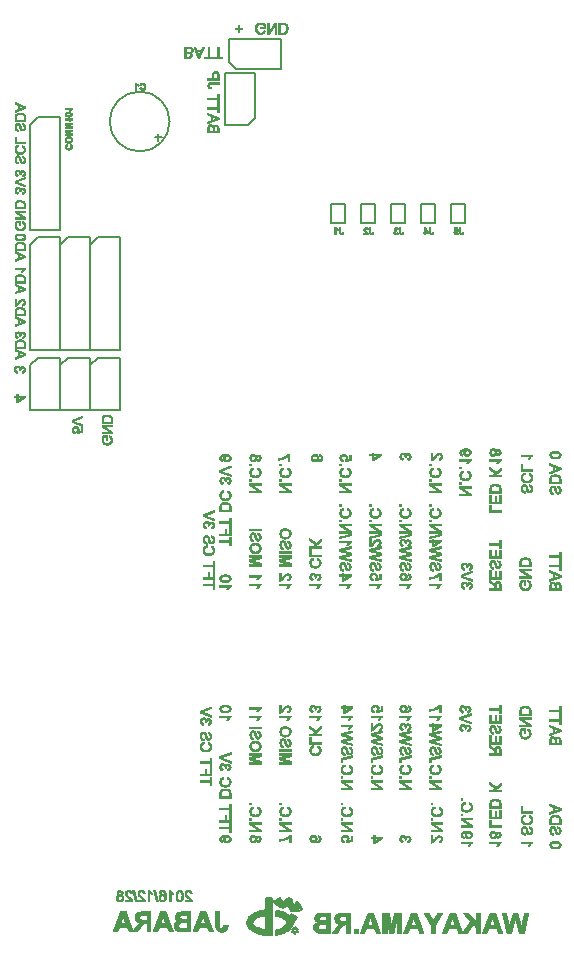
<source format=gbo>
%FSLAX34Y34*%
%MOMM*%
G04 EasyPC Gerber Version 18.0.9 Build 3640 *
%ADD11C,0.02540*%
%ADD10C,0.12700*%
X0Y0D02*
D02*
D10*
X107315Y563880D02*
Y525780D01*
X132715*
Y570230*
X113665*
X107315Y563880*
Y665797D02*
Y577215D01*
X132715*
Y672147*
X113665*
X107315Y665797*
Y767397D02*
Y678815D01*
X132715*
Y773747*
X113665*
X107315Y767397*
X132715Y563880D02*
Y525780D01*
X158115*
Y570230*
X139065*
X132715Y563880*
Y665797D02*
Y577215D01*
X158115*
Y672147*
X139065*
X132715Y665797*
X158115Y563880D02*
Y525780D01*
X183515*
Y570230*
X164465*
X158115Y563880*
Y665797D02*
Y577215D01*
X183515*
Y672147*
X164465*
X158115Y665797*
X219075Y756761D02*
X212725D01*
X215900Y753586D02*
Y759936D01*
X225425Y770255D02*
G75*
G03X200025Y795655I-25400D01*
G01*
G75*
G03X174625Y770255J-25400*
G01*
G75*
G03X200025Y744855I25400*
G01*
G75*
G03X225425Y770255J25400*
G01*
X281940Y814705D02*
X320040D01*
Y840105*
X275590*
Y821055*
X281940Y814705*
X292303Y89367D02*
Y95390D01*
X292620D02*
X297058D01*
X292937Y88099D02*
X297058D01*
X292937Y96341D02*
X298960D01*
X293571Y87148D02*
X299277D01*
X293571Y88733D02*
Y96975D01*
X293888Y97609D02*
X301813D01*
X294522Y89050D02*
Y97609D01*
X295156Y85880D02*
X303081D01*
X295473Y89050D02*
Y97926D01*
X295790Y98560D02*
X306885D01*
X297058Y84612D02*
X306568D01*
X297815Y773430D02*
Y811530D01*
X272415*
Y767080*
X291465*
X297815Y773430*
X298009Y99828D02*
X306568D01*
X298326Y83661D02*
X306568D01*
X301179Y101096D02*
X306568D01*
X301813Y82393D02*
X306568D01*
X306705Y85725D02*
Y98055D01*
X305135Y97885*
X303827Y97649*
X302429Y97300*
X301137Y96973*
X299807Y96464*
X298705Y95913*
X297614Y95241*
X297075Y94812*
X296535Y94283*
X295973Y93589*
X295632Y92873*
X295489Y92422*
X295459Y91939*
X295462Y91572*
X295508Y91071*
X295815Y90337*
X296457Y89501*
X297135Y88870*
X298014Y88200*
X299058Y87578*
X300280Y87025*
X302405Y86407*
X304177Y85984*
X305746Y85791*
X306705Y85725*
X307519Y82076D02*
Y112191D01*
X308470Y82076D02*
Y112191D01*
X309738Y81442D02*
Y112825D01*
X311006Y81442D02*
Y112825D01*
X312274Y81442D02*
X311597Y81298D01*
X310826Y81204*
X309649Y81155*
X308355Y81229*
X305475Y81522*
X303058Y81961*
X300690Y82620*
X299158Y83150*
X297625Y83875*
X296352Y84553*
X294885Y85519*
X293770Y86504*
X292879Y87404*
X292257Y88272*
X291652Y89466*
X291243Y90873*
X291144Y91937*
X291243Y92854*
X291479Y93881*
X291757Y94603*
X292190Y95376*
X292954Y96470*
X293671Y97187*
X294305Y97842*
X295325Y98612*
X296392Y99282*
X297668Y99972*
X298882Y100537*
X300472Y101102*
X302209Y101625*
X303925Y102023*
X306705Y102372*
Y113104*
X312274*
Y110564*
X313271Y110471*
X314114Y110309*
X314267Y110233*
X314624*
X315254Y110676*
X315919Y111220*
X316668Y111765*
X317639Y112276*
X318192Y112540*
X318933Y112770*
X321711Y108310*
X325626Y112528*
X326312Y112409*
X327003Y112245*
X327704Y112061*
X328430Y111764*
X328922Y111549*
X329461Y105543*
X329572Y105533*
X333440Y109419*
X333994Y108876*
X334480Y108448*
X334999Y107945*
X335497Y107288*
X335922Y106751*
X336184Y106316*
X336610Y105475*
X336976Y104637*
X337186Y104139*
X337315Y103756*
X337362Y103588*
X337343Y103464*
X336755Y103033*
X336057Y102679*
X335395Y102364*
X334707Y102115*
X333987Y101868*
X333312Y101713*
X332383Y101632*
X331259Y101607*
X329764Y101697*
X328503Y101878*
X327830Y102033*
X325839Y106845*
X321491Y104146*
X321206Y104132*
X320949Y104177*
X319873Y104822*
X318706Y105544*
X317762Y106192*
X316652Y107062*
X315560Y107987*
X314708Y108709*
X314153Y109135*
X313837Y109226*
X313308Y109328*
X312802Y109412*
X312274Y109464*
Y81442*
X314493Y109338D02*
X320199D01*
X315127Y110289D02*
X319565D01*
X315658Y81677D02*
X316554Y81772D01*
X317494Y81981*
X318684Y82315*
X319704Y82612*
X320983Y83041*
X322172Y83539*
X323211Y84078*
X324188Y84599*
X325184Y85265*
X326056Y85912*
X326900Y86750*
X327653Y87595*
X328195Y88390*
X333039Y96400*
X328475Y99179*
X327075Y96961*
X326967Y96990*
X326245Y97688*
X325335Y98421*
X324164Y99189*
X322837Y99914*
X321201Y100663*
X319528Y101264*
X317966Y101707*
X316533Y102022*
X315658Y102116*
Y97979*
X317581Y97505*
X319179Y96968*
X320522Y96444*
X322308Y95423*
X323611Y94349*
X324416Y93207*
X324738Y92476*
X324809Y91921*
X324823Y91267*
X324638Y90499*
X324069Y89546*
X323372Y88806*
X322505Y88053*
X321580Y87526*
X320542Y86943*
X319632Y86559*
X319018Y86337*
X318105Y86017*
X317321Y85801*
X316473Y85567*
X315658Y85373*
Y81677*
X316395Y82710D02*
X319248D01*
X316395Y83978D02*
X322735D01*
X316395Y100779D02*
X320833D01*
X316395Y107119D02*
X329075D01*
X316395Y108070D02*
X329075D01*
X316395Y111240D02*
X318931D01*
X316712Y85246D02*
X324954D01*
X316712Y98560D02*
X324637D01*
X316712Y99511D02*
X322418D01*
X317663Y106168D02*
X324637D01*
X318614Y97609D02*
X326856D01*
X319882Y86197D02*
X326222D01*
X319882Y105534D02*
X322735D01*
X321467Y96658D02*
X329392D01*
X322101Y87148D02*
X326856D01*
X323052Y95390D02*
X330343D01*
X323686Y88099D02*
X327807D01*
X323686Y106168D02*
Y109972D01*
X324003Y94439D02*
X327807D01*
X324637Y89050D02*
X328441D01*
X324954Y106802D02*
Y111240D01*
X325271Y85563D02*
Y97609D01*
X325905Y107753D02*
Y112191D01*
X326539Y86514D02*
Y96975D01*
X327173Y105851D02*
Y111874D01*
X327490Y105217D02*
X336366D01*
X327807Y88099D02*
Y96975D01*
Y103949D02*
X336683D01*
X328124Y105851D02*
Y111557D01*
X328441Y102681D02*
X335098D01*
X328758Y89367D02*
Y97926D01*
X329517Y85082D02*
X328711Y83686D01*
X330322*
G75*
G02X329516Y85082I1146J1592*
G01*
X329517*
X330026Y91903D02*
Y97609D01*
X330322Y86869D02*
X328711D01*
X329517Y85474*
G75*
G02X330322Y86870I1952J-195*
G01*
Y86869*
X331294Y93805D02*
Y96975D01*
Y106168D02*
X335732D01*
X331468Y82095D02*
X332273Y83490D01*
G75*
G02X330661Y83491I-805J1787*
G01*
X331468Y82095*
X332245Y107436D02*
X334781D01*
X332273Y87065D02*
X331468Y88461D01*
X330662Y87065*
G75*
G02X332273Y87066I807J-1786*
G01*
Y87065*
X332612Y83687D02*
G75*
G03X333418Y85082I-1145J1592D01*
G01*
X334224Y83686*
X332613*
X332612Y83687*
X333059Y85278D02*
G75*
G02X329877I-1591D01*
G01*
G75*
G02X333059I1591*
G01*
X333196Y108387D02*
X334147D01*
X333418Y85474D02*
X334224Y86869D01*
X332613*
G75*
G02X333418Y85475I-1144J-1590*
G01*
Y85474*
X373665Y700475D02*
Y683975D01*
X361665*
Y700475*
X373665*
X399065D02*
Y683975D01*
X387065*
Y700475*
X399065*
X424465D02*
Y683975D01*
X412465*
Y700475*
X424465*
X449865D02*
Y683975D01*
X437865*
Y700475*
X449865*
X475265D02*
Y683975D01*
X463265*
Y700475*
X475265*
D02*
D11*
X93475Y537015D02*
X95725D01*
Y533015*
X96725*
X102975Y537265*
Y538265*
X96725*
Y539515*
X95725*
Y538265*
X93475*
Y537015*
X96725D02*
X100475D01*
X96725Y534515*
Y537015*
X95725Y533241D02*
X97057D01*
X95725Y533479D02*
X97407D01*
X95725Y533717D02*
X97757D01*
X95725Y533955D02*
X98107D01*
X95725Y534193D02*
X98457D01*
X95725Y534431D02*
X98807D01*
X95725Y534669D02*
X96725D01*
X96956D02*
X99157D01*
X95725Y534907D02*
X96725D01*
X97313D02*
X99507D01*
X95725Y535145D02*
X96725D01*
X97670D02*
X99857D01*
X95725Y535383D02*
X96725D01*
X98027D02*
X100207D01*
X95725Y535621D02*
X96725D01*
X98384D02*
X100557D01*
X95725Y535859D02*
X96725D01*
X98741D02*
X100907D01*
X95725Y536097D02*
X96725D01*
X99098D02*
X101257D01*
X95725Y536335D02*
X96725D01*
X99455D02*
X101607D01*
X95725Y536573D02*
X96725D01*
X99812D02*
X101957D01*
X95725Y536811D02*
X96725D01*
X100169D02*
X102307D01*
X93475Y537049D02*
X102657D01*
X93475Y537287D02*
X102975D01*
X93475Y537525D02*
X102975D01*
X93475Y537763D02*
X102975D01*
X93475Y538001D02*
X102975D01*
X93475Y538239D02*
X102975D01*
X95725Y538477D02*
X96725D01*
X95725Y538715D02*
X96725D01*
X95725Y538953D02*
X96725D01*
X95725Y539191D02*
X96725D01*
X95725Y539429D02*
X96725D01*
X95975Y557395D02*
X96225Y558645D01*
X94975Y559395*
X94475Y560395*
X94725Y561395*
X95225Y562145*
X96225Y562395*
X96975*
X97475Y561895*
X97975Y560395*
Y559645*
X98975Y559895*
Y560145*
Y560645*
X99225Y561145*
X99475Y561645*
X99975Y561895*
X100475*
X101475Y561395*
X101975Y560395*
X101475Y559145*
X100225Y558645*
X100475Y557395*
X101475Y557645*
X102225Y558395*
X102725Y559145*
X102975Y560395*
X102725Y561395*
X102225Y562395*
X101475Y562895*
X100475Y563145*
X99225Y562895*
X98475Y561895*
X97725Y563145*
X96225Y563645*
X95225Y563395*
X94225Y562645*
X93725Y561645*
X93475Y560395*
X93725Y558895*
X94725Y557895*
X95975Y557395*
X95440Y557609D02*
X96018D01*
X100432D02*
X101331D01*
X94845Y557847D02*
X96065D01*
X100385D02*
X101677D01*
X94535Y558085D02*
X96113D01*
X100337D02*
X101915D01*
X94297Y558323D02*
X96161D01*
X100289D02*
X102153D01*
X94059Y558561D02*
X96208D01*
X100242D02*
X102336D01*
X93821Y558799D02*
X95968D01*
X100610D02*
X102494D01*
X93701Y559037D02*
X95572D01*
X101205D02*
X102653D01*
X93662Y559275D02*
X95175D01*
X101527D02*
X102751D01*
X93622Y559513D02*
X94916D01*
X101622D02*
X102799D01*
X93582Y559751D02*
X94797D01*
X97975D02*
X98399D01*
X101717D02*
X102846D01*
X93543Y559989D02*
X94678D01*
X97975D02*
X98975D01*
X101813D02*
X102894D01*
X93503Y560227D02*
X94559D01*
X97975D02*
X98975D01*
X101908D02*
X102941D01*
X93489Y560465D02*
X94493D01*
X97952D02*
X98975D01*
X101940D02*
X102957D01*
X93537Y560703D02*
X94552D01*
X97872D02*
X99004D01*
X101821D02*
X102898D01*
X93584Y560941D02*
X94612D01*
X97793D02*
X99123D01*
X101702D02*
X102838D01*
X93632Y561179D02*
X94671D01*
X97714D02*
X99242D01*
X101583D02*
X102779D01*
X93679Y561417D02*
X94740D01*
X97634D02*
X99361D01*
X101431D02*
X102714D01*
X93730Y561655D02*
X94898D01*
X97555D02*
X99495D01*
X100955D02*
X102595D01*
X93849Y561893D02*
X95057D01*
X97475D02*
X98475D01*
X98476D02*
X102476D01*
X93968Y562131D02*
X95216D01*
X97239D02*
X98333D01*
X98652D02*
X102357D01*
X94087Y562369D02*
X96121D01*
X97001D02*
X98191D01*
X98830D02*
X102238D01*
X94206Y562607D02*
X98048D01*
X99009D02*
X101907D01*
X94492Y562845D02*
X97905D01*
X99187D02*
X101550D01*
X94809Y563083D02*
X97762D01*
X100165D02*
X100723D01*
X95126Y563321D02*
X97197D01*
X95881Y563559D02*
X96483D01*
X94125Y569595D02*
X102865Y572815D01*
Y573965*
X94125Y577645*
Y576495*
X96885Y575345*
Y571665*
X94125Y570745*
Y569595*
X97805Y572125D02*
Y574885D01*
X100105Y573965*
X101255Y573735*
X101945Y573505*
X100335Y572815*
X97805Y572125*
X94125Y578565D02*
X102865D01*
Y581555*
X102635Y583165*
X102175Y584315*
X100795Y585235*
X98495Y585695*
X96655Y585465*
X95275Y584775*
X94355Y583625*
X94125Y581785*
Y578565*
X95045Y579715D02*
Y581555D01*
Y582475*
X95275Y583395*
X95735Y583855*
X96425Y584315*
X98495Y584545*
X100105Y584315*
X101025Y583855*
X101715Y583165*
X101945Y582475*
Y581555*
Y579715*
X95045*
X96425Y586845D02*
X96655Y587995D01*
X95505Y588685*
X95045Y589605*
X95275Y590525*
X95735Y591215*
X96655Y591445*
X97345*
X97805Y590985*
X98265Y589605*
Y588915*
X99185Y589145*
Y589375*
Y589835*
X99415Y590295*
X99645Y590755*
X100105Y590985*
X100565*
X101485Y590525*
X101945Y589605*
X101485Y588455*
X100335Y587995*
X100565Y586845*
X101485Y587075*
X102175Y587765*
X102635Y588455*
X102865Y589605*
X102635Y590525*
X102175Y591445*
X101485Y591905*
X100565Y592135*
X99415Y591905*
X98725Y590985*
X98035Y592135*
X96655Y592595*
X95735Y592365*
X94815Y591675*
X94355Y590755*
X94125Y589605*
X94355Y588225*
X95275Y587305*
X96425Y586845*
X94125Y597195D02*
X102865Y600415D01*
Y601565*
X94125Y605245*
Y604095*
X96885Y602945*
Y599265*
X94125Y598345*
Y597195*
X97805Y599725D02*
Y602485D01*
X100105Y601565*
X101255Y601335*
X101945Y601105*
X100335Y600415*
X97805Y599725*
X94125Y606165D02*
X102865D01*
Y609155*
X102635Y610765*
X102175Y611915*
X100795Y612835*
X98495Y613295*
X96655Y613065*
X95275Y612375*
X94355Y611225*
X94125Y609385*
Y606165*
X95045Y607315D02*
Y609155D01*
Y610075*
X95275Y610995*
X95735Y611455*
X96425Y611915*
X98495Y612145*
X100105Y611915*
X101025Y611455*
X101715Y610765*
X101945Y610075*
Y609155*
Y607315*
X95045*
Y619965D02*
X94125D01*
Y614215*
X94815Y614445*
X95735Y614675*
X96425Y615365*
X97345Y616515*
X98495Y617895*
X99415Y618585*
X100335Y618815*
X101255Y618585*
X101715Y618125*
X101945Y617205*
X101485Y616055*
X101025Y615825*
X100335Y615595*
Y614445*
X101485Y614675*
X102175Y615365*
X102635Y616055*
X102865Y617205*
X102635Y618355*
X102175Y619275*
X101485Y619735*
X100335Y619965*
X98955Y619505*
X98035Y618815*
X96885Y617435*
X96195Y616745*
X95735Y616285*
X95045Y615595*
Y619965*
X94125Y624795D02*
X102865Y628015D01*
Y629165*
X94125Y632845*
Y631695*
X96885Y630545*
Y626865*
X94125Y625945*
Y624795*
X97805Y627325D02*
Y630085D01*
X100105Y629165*
X101255Y628935*
X101945Y628705*
X100335Y628015*
X97805Y627325*
X94125Y633765D02*
X102865D01*
Y636755*
X102635Y638365*
X102175Y639515*
X100795Y640435*
X98495Y640895*
X96655Y640665*
X95275Y639975*
X94355Y638825*
X94125Y636985*
Y633765*
X95045Y634915D02*
Y636755D01*
Y637675*
X95275Y638595*
X95735Y639055*
X96425Y639515*
X98495Y639745*
X100105Y639515*
X101025Y639055*
X101715Y638365*
X101945Y637675*
Y636755*
Y634915*
X95045*
X94125Y646185D02*
Y645035D01*
X101025*
X99645Y642965*
X100565*
X101485Y644575*
X102865Y645495*
Y646185*
X94125*
Y652395D02*
X102865Y655615D01*
Y656765*
X94125Y660445*
Y659295*
X96885Y658145*
Y654465*
X94125Y653545*
Y652395*
X97805Y654925D02*
Y657685D01*
X100105Y656765*
X101255Y656535*
X101945Y656305*
X100335Y655615*
X97805Y654925*
X94125Y661365D02*
X102865D01*
Y664355*
X102635Y665965*
X102175Y667115*
X100795Y668035*
X98495Y668495*
X96655Y668265*
X95275Y667575*
X94355Y666425*
X94125Y664585*
Y661365*
X95045Y662515D02*
Y664355D01*
Y665275*
X95275Y666195*
X95735Y666655*
X96425Y667115*
X98495Y667345*
X100105Y667115*
X101025Y666655*
X101715Y665965*
X101945Y665275*
Y664355*
Y662515*
X95045*
X98495Y669645D02*
X100335Y669875D01*
X101715Y670335*
X102635Y671255*
X102865Y672635*
X102635Y673785*
X101715Y674705*
X100335Y675165*
X98495Y675395*
X96655Y675165*
X95275Y674705*
X94355Y673785*
X94125Y672635*
X94355Y671255*
X95275Y670335*
X96655Y669875*
X98495Y669645*
Y670795D02*
X96885Y671025D01*
X95965Y671255*
X95275Y671715*
X95045Y672635*
X95275Y673325*
X95965Y673785*
X96885Y674245*
X98495*
X99875*
X101025Y673785*
X101715Y673325*
X101945Y672405*
X101715Y671715*
X101025Y671255*
X99875Y670795*
X98495*
X94125Y569833D02*
X94771D01*
X94125Y570071D02*
X95417D01*
X94125Y570309D02*
X96063D01*
X94125Y570547D02*
X96709D01*
X94245Y570785D02*
X97355D01*
X94959Y571023D02*
X98001D01*
X95673Y571261D02*
X98647D01*
X96387Y571499D02*
X99293D01*
X96885Y571737D02*
X99939D01*
X96885Y571975D02*
X100585D01*
X96885Y572213D02*
X97805D01*
X98128D02*
X101231D01*
X96885Y572451D02*
X97805D01*
X99000D02*
X101877D01*
X96885Y572689D02*
X97805D01*
X99873D02*
X102523D01*
X96885Y572927D02*
X97805D01*
X100596D02*
X102865D01*
X96885Y573165D02*
X97805D01*
X101152D02*
X102865D01*
X96885Y573403D02*
X97805D01*
X101707D02*
X102865D01*
X96885Y573641D02*
X97805D01*
X101537D02*
X102865D01*
X96885Y573879D02*
X97805D01*
X100535D02*
X102865D01*
X96885Y574117D02*
X97805D01*
X99725D02*
X102504D01*
X96885Y574355D02*
X97805D01*
X99130D02*
X101939D01*
X96885Y574593D02*
X97805D01*
X98535D02*
X101373D01*
X96885Y574831D02*
X97805D01*
X97940D02*
X100808D01*
X96885Y575069D02*
X100243D01*
X96885Y575307D02*
X99678D01*
X96405Y575545D02*
X99112D01*
X95834Y575783D02*
X98547D01*
X95263Y576021D02*
X97982D01*
X94691Y576259D02*
X97417D01*
X94125Y576497D02*
X96851D01*
X94125Y576735D02*
X96286D01*
X94125Y576973D02*
X95721D01*
X94125Y577211D02*
X95156D01*
X94125Y577449D02*
X94590D01*
X94125Y578639D02*
X102865D01*
X94125Y578877D02*
X102865D01*
X94125Y579115D02*
X102865D01*
X94125Y579353D02*
X102865D01*
X94125Y579591D02*
X102865D01*
X94125Y579829D02*
X95045D01*
X101945D02*
X102865D01*
X94125Y580067D02*
X95045D01*
X101945D02*
X102865D01*
X94125Y580305D02*
X95045D01*
X101945D02*
X102865D01*
X94125Y580543D02*
X95045D01*
X101945D02*
X102865D01*
X94125Y580781D02*
X95045D01*
X101945D02*
X102865D01*
X94125Y581019D02*
X95045D01*
X101945D02*
X102865D01*
X94125Y581257D02*
X95045D01*
X101945D02*
X102865D01*
X94125Y581495D02*
X95045D01*
X101945D02*
X102865D01*
X94125Y581733D02*
X95045D01*
X101945D02*
X102840D01*
X94148Y581971D02*
X95045D01*
X101945D02*
X102806D01*
X94178Y582209D02*
X95045D01*
X101945D02*
X102772D01*
X94208Y582447D02*
X95045D01*
X101945D02*
X102738D01*
X94237Y582685D02*
X95098D01*
X101875D02*
X102704D01*
X94267Y582923D02*
X95157D01*
X101796D02*
X102670D01*
X94297Y583161D02*
X95217D01*
X101715D02*
X102637D01*
X94327Y583399D02*
X95279D01*
X101481D02*
X102541D01*
X94365Y583637D02*
X95517D01*
X101243D02*
X102446D01*
X94555Y583875D02*
X95765D01*
X100985D02*
X102351D01*
X94745Y584113D02*
X96122D01*
X100509D02*
X102256D01*
X94936Y584351D02*
X96749D01*
X99853D02*
X102121D01*
X95126Y584589D02*
X101764D01*
X95379Y584827D02*
X101407D01*
X95855Y585065D02*
X101050D01*
X96331Y585303D02*
X100455D01*
X97263Y585541D02*
X99265D01*
X96115Y586969D02*
X96450D01*
X100540D02*
X101061D01*
X95520Y587207D02*
X96497D01*
X100493D02*
X101617D01*
X95135Y587445D02*
X96545D01*
X100445D02*
X101855D01*
X94897Y587683D02*
X96593D01*
X100397D02*
X102093D01*
X94659Y587921D02*
X96640D01*
X100350D02*
X102279D01*
X94421Y588159D02*
X96382D01*
X100745D02*
X102438D01*
X94326Y588397D02*
X95985D01*
X101340D02*
X102596D01*
X94287Y588635D02*
X95588D01*
X101557D02*
X102671D01*
X94247Y588873D02*
X95411D01*
X101652D02*
X102719D01*
X94207Y589111D02*
X95292D01*
X98265D02*
X99049D01*
X101747D02*
X102766D01*
X94168Y589349D02*
X95173D01*
X98265D02*
X99185D01*
X101843D02*
X102814D01*
X94128Y589587D02*
X95054D01*
X98265D02*
X99185D01*
X101938D02*
X102861D01*
X94169Y589825D02*
X95100D01*
X98192D02*
X99185D01*
X101835D02*
X102810D01*
X94217Y590063D02*
X95160D01*
X98112D02*
X99299D01*
X101716D02*
X102750D01*
X94264Y590301D02*
X95219D01*
X98033D02*
X99418D01*
X101597D02*
X102691D01*
X94312Y590539D02*
X95284D01*
X97954D02*
X99537D01*
X101457D02*
X102628D01*
X94366Y590777D02*
X95443D01*
X97874D02*
X99689D01*
X100981D02*
X102509D01*
X94485Y591015D02*
X95602D01*
X97775D02*
X98707D01*
X98747D02*
X102390D01*
X94604Y591253D02*
X95887D01*
X97537D02*
X98564D01*
X98926D02*
X102271D01*
X94723Y591491D02*
X98421D01*
X99104D02*
X102106D01*
X94887Y591729D02*
X98279D01*
X99283D02*
X101749D01*
X95204Y591967D02*
X98136D01*
X99725D02*
X101237D01*
X95522Y592205D02*
X97825D01*
X96047Y592443D02*
X97111D01*
X94125Y597203D02*
X94147D01*
X94125Y597441D02*
X94793D01*
X94125Y597679D02*
X95439D01*
X94125Y597917D02*
X96085D01*
X94125Y598155D02*
X96731D01*
X94269Y598393D02*
X97377D01*
X94983Y598631D02*
X98023D01*
X95697Y598869D02*
X98669D01*
X96411Y599107D02*
X99315D01*
X96885Y599345D02*
X99961D01*
X96885Y599583D02*
X100607D01*
X96885Y599821D02*
X97805D01*
X98157D02*
X101253D01*
X96885Y600059D02*
X97805D01*
X99030D02*
X101899D01*
X96885Y600297D02*
X97805D01*
X99902D02*
X102545D01*
X96885Y600535D02*
X97805D01*
X100615D02*
X102865D01*
X96885Y600773D02*
X97805D01*
X101170D02*
X102865D01*
X96885Y601011D02*
X97805D01*
X101726D02*
X102865D01*
X96885Y601249D02*
X97805D01*
X101513D02*
X102865D01*
X96885Y601487D02*
X97805D01*
X100495D02*
X102865D01*
X96885Y601725D02*
X97805D01*
X99705D02*
X102485D01*
X96885Y601963D02*
X97805D01*
X99110D02*
X101920D01*
X96885Y602201D02*
X97805D01*
X98515D02*
X101354D01*
X96885Y602439D02*
X97805D01*
X97920D02*
X100789D01*
X96885Y602677D02*
X100224D01*
X96885Y602915D02*
X99659D01*
X96386Y603153D02*
X99093D01*
X95815Y603391D02*
X98528D01*
X95243Y603629D02*
X97963D01*
X94672Y603867D02*
X97398D01*
X94125Y604105D02*
X96832D01*
X94125Y604343D02*
X96267D01*
X94125Y604581D02*
X95702D01*
X94125Y604819D02*
X95137D01*
X94125Y605057D02*
X94571D01*
X94125Y606247D02*
X102865D01*
X94125Y606485D02*
X102865D01*
X94125Y606723D02*
X102865D01*
X94125Y606961D02*
X102865D01*
X94125Y607199D02*
X102865D01*
X94125Y607437D02*
X95045D01*
X101945D02*
X102865D01*
X94125Y607675D02*
X95045D01*
X101945D02*
X102865D01*
X94125Y607913D02*
X95045D01*
X101945D02*
X102865D01*
X94125Y608151D02*
X95045D01*
X101945D02*
X102865D01*
X94125Y608389D02*
X95045D01*
X101945D02*
X102865D01*
X94125Y608627D02*
X95045D01*
X101945D02*
X102865D01*
X94125Y608865D02*
X95045D01*
X101945D02*
X102865D01*
X94125Y609103D02*
X95045D01*
X101945D02*
X102865D01*
X94125Y609341D02*
X95045D01*
X101945D02*
X102838D01*
X94149Y609579D02*
X95045D01*
X101945D02*
X102804D01*
X94179Y609817D02*
X95045D01*
X101945D02*
X102770D01*
X94209Y610055D02*
X95045D01*
X101945D02*
X102736D01*
X94238Y610293D02*
X95100D01*
X101872D02*
X102702D01*
X94268Y610531D02*
X95159D01*
X101793D02*
X102668D01*
X94298Y610769D02*
X95219D01*
X101715D02*
X102633D01*
X94328Y611007D02*
X95287D01*
X101473D02*
X102538D01*
X94371Y611245D02*
X95525D01*
X101235D02*
X102443D01*
X94561Y611483D02*
X95777D01*
X100969D02*
X102348D01*
X94752Y611721D02*
X96134D01*
X100493D02*
X102253D01*
X94942Y611959D02*
X96821D01*
X99797D02*
X102109D01*
X95133Y612197D02*
X101752D01*
X95395Y612435D02*
X101395D01*
X95871Y612673D02*
X101038D01*
X96347Y612911D02*
X100415D01*
X97327Y613149D02*
X99225D01*
X94125Y614339D02*
X94497D01*
X94125Y614577D02*
X95343D01*
X100335D02*
X100995D01*
X94125Y614815D02*
X95875D01*
X100335D02*
X101625D01*
X94125Y615053D02*
X96113D01*
X100335D02*
X101863D01*
X94125Y615291D02*
X96351D01*
X100335D02*
X102101D01*
X94125Y615529D02*
X96556D01*
X100335D02*
X102284D01*
X94125Y615767D02*
X95045D01*
X95217D02*
X96747D01*
X100851D02*
X102443D01*
X94125Y616005D02*
X95045D01*
X95455D02*
X96937D01*
X101385D02*
X102602D01*
X94125Y616243D02*
X95045D01*
X95693D02*
X97127D01*
X101560D02*
X102673D01*
X94125Y616481D02*
X95045D01*
X95931D02*
X97318D01*
X101655D02*
X102720D01*
X94125Y616719D02*
X95045D01*
X96169D02*
X97515D01*
X101751D02*
X102768D01*
X94125Y616957D02*
X95045D01*
X96407D02*
X97713D01*
X101846D02*
X102815D01*
X94125Y617195D02*
X95045D01*
X96645D02*
X97912D01*
X101941D02*
X102863D01*
X94125Y617433D02*
X95045D01*
X96885D02*
X98110D01*
X101888D02*
X102819D01*
X94125Y617671D02*
X95045D01*
X97082D02*
X98308D01*
X101829D02*
X102772D01*
X94125Y617909D02*
X95045D01*
X97280D02*
X98514D01*
X101769D02*
X102724D01*
X94125Y618147D02*
X95045D01*
X97478D02*
X98831D01*
X101693D02*
X102677D01*
X94125Y618385D02*
X95045D01*
X97677D02*
X99148D01*
X101455D02*
X102620D01*
X94125Y618623D02*
X95045D01*
X97875D02*
X99567D01*
X101103D02*
X102501D01*
X94125Y618861D02*
X95045D01*
X98096D02*
X102382D01*
X94125Y619099D02*
X95045D01*
X98414D02*
X102263D01*
X94125Y619337D02*
X95045D01*
X98731D02*
X102082D01*
X94125Y619575D02*
X95045D01*
X99165D02*
X101725D01*
X94125Y619813D02*
X95045D01*
X99879D02*
X101095D01*
X94125Y624811D02*
X94168D01*
X94125Y625049D02*
X94814D01*
X94125Y625287D02*
X95460D01*
X94125Y625525D02*
X96106D01*
X94125Y625763D02*
X96752D01*
X94293Y626001D02*
X97398D01*
X95007Y626239D02*
X98044D01*
X95721Y626477D02*
X98690D01*
X96435Y626715D02*
X99336D01*
X96885Y626953D02*
X99982D01*
X96885Y627191D02*
X100628D01*
X96885Y627429D02*
X97805D01*
X98186D02*
X101274D01*
X96885Y627667D02*
X97805D01*
X99059D02*
X101920D01*
X96885Y627905D02*
X97805D01*
X99932D02*
X102566D01*
X96885Y628143D02*
X97805D01*
X100634D02*
X102865D01*
X96885Y628381D02*
X97805D01*
X101189D02*
X102865D01*
X96885Y628619D02*
X97805D01*
X101744D02*
X102865D01*
X96885Y628857D02*
X97805D01*
X101489D02*
X102865D01*
X96885Y629095D02*
X97805D01*
X100455D02*
X102865D01*
X96885Y629333D02*
X97805D01*
X99685D02*
X102466D01*
X96885Y629571D02*
X97805D01*
X99090D02*
X101901D01*
X96885Y629809D02*
X97805D01*
X98495D02*
X101335D01*
X96885Y630047D02*
X97805D01*
X97900D02*
X100770D01*
X96885Y630285D02*
X100205D01*
X96885Y630523D02*
X99640D01*
X96367Y630761D02*
X99074D01*
X95795Y630999D02*
X98509D01*
X95224Y631237D02*
X97944D01*
X94653Y631475D02*
X97379D01*
X94125Y631713D02*
X96813D01*
X94125Y631951D02*
X96248D01*
X94125Y632189D02*
X95683D01*
X94125Y632427D02*
X95118D01*
X94125Y632665D02*
X94552D01*
X94125Y633855D02*
X102865D01*
X94125Y634093D02*
X102865D01*
X94125Y634331D02*
X102865D01*
X94125Y634569D02*
X102865D01*
X94125Y634807D02*
X102865D01*
X94125Y635045D02*
X95045D01*
X101945D02*
X102865D01*
X94125Y635283D02*
X95045D01*
X101945D02*
X102865D01*
X94125Y635521D02*
X95045D01*
X101945D02*
X102865D01*
X94125Y635759D02*
X95045D01*
X101945D02*
X102865D01*
X94125Y635997D02*
X95045D01*
X101945D02*
X102865D01*
X94125Y636235D02*
X95045D01*
X101945D02*
X102865D01*
X94125Y636473D02*
X95045D01*
X101945D02*
X102865D01*
X94125Y636711D02*
X95045D01*
X101945D02*
X102865D01*
X94125Y636949D02*
X95045D01*
X101945D02*
X102837D01*
X94150Y637187D02*
X95045D01*
X101945D02*
X102803D01*
X94180Y637425D02*
X95045D01*
X101945D02*
X102769D01*
X94210Y637663D02*
X95045D01*
X101945D02*
X102735D01*
X94239Y637901D02*
X95102D01*
X101870D02*
X102701D01*
X94269Y638139D02*
X95161D01*
X101790D02*
X102667D01*
X94299Y638377D02*
X95221D01*
X101703D02*
X102630D01*
X94329Y638615D02*
X95295D01*
X101465D02*
X102535D01*
X94377Y638853D02*
X95533D01*
X101227D02*
X102440D01*
X94568Y639091D02*
X95789D01*
X100953D02*
X102345D01*
X94758Y639329D02*
X96146D01*
X100477D02*
X102249D01*
X94949Y639567D02*
X96893D01*
X99741D02*
X102097D01*
X95139Y639805D02*
X101740D01*
X95411Y640043D02*
X101383D01*
X95887Y640281D02*
X101026D01*
X96363Y640519D02*
X100375D01*
X97391Y640757D02*
X99185D01*
X99760Y643137D02*
X100663D01*
X99918Y643375D02*
X100799D01*
X100077Y643613D02*
X100935D01*
X100236Y643851D02*
X101071D01*
X100394Y644089D02*
X101207D01*
X100553Y644327D02*
X101343D01*
X100712Y644565D02*
X101479D01*
X100870Y644803D02*
X101827D01*
X94125Y645041D02*
X102184D01*
X94125Y645279D02*
X102541D01*
X94125Y645517D02*
X102865D01*
X94125Y645755D02*
X102865D01*
X94125Y645993D02*
X102865D01*
X94125Y652419D02*
X94190D01*
X94125Y652657D02*
X94836D01*
X94125Y652895D02*
X95482D01*
X94125Y653133D02*
X96128D01*
X94125Y653371D02*
X96774D01*
X94317Y653609D02*
X97420D01*
X95031Y653847D02*
X98066D01*
X95745Y654085D02*
X98712D01*
X96459Y654323D02*
X99358D01*
X96885Y654561D02*
X100004D01*
X96885Y654799D02*
X100650D01*
X96885Y655037D02*
X97805D01*
X98216D02*
X101296D01*
X96885Y655275D02*
X97805D01*
X99088D02*
X101942D01*
X96885Y655513D02*
X97805D01*
X99961D02*
X102588D01*
X96885Y655751D02*
X97805D01*
X100652D02*
X102865D01*
X96885Y655989D02*
X97805D01*
X101208D02*
X102865D01*
X96885Y656227D02*
X97805D01*
X101763D02*
X102865D01*
X96885Y656465D02*
X97805D01*
X101465D02*
X102865D01*
X96885Y656703D02*
X97805D01*
X100415D02*
X102865D01*
X96885Y656941D02*
X97805D01*
X99665D02*
X102447D01*
X96885Y657179D02*
X97805D01*
X99070D02*
X101882D01*
X96885Y657417D02*
X97805D01*
X98475D02*
X101316D01*
X96885Y657655D02*
X97805D01*
X97880D02*
X100751D01*
X96885Y657893D02*
X100186D01*
X96885Y658131D02*
X99621D01*
X96347Y658369D02*
X99055D01*
X95776Y658607D02*
X98490D01*
X95205Y658845D02*
X97925D01*
X94634Y659083D02*
X97360D01*
X94125Y659321D02*
X96794D01*
X94125Y659559D02*
X96229D01*
X94125Y659797D02*
X95664D01*
X94125Y660035D02*
X95099D01*
X94125Y660273D02*
X94533D01*
X94125Y661463D02*
X102865D01*
X94125Y661701D02*
X102865D01*
X94125Y661939D02*
X102865D01*
X94125Y662177D02*
X102865D01*
X94125Y662415D02*
X102865D01*
X94125Y662653D02*
X95045D01*
X101945D02*
X102865D01*
X94125Y662891D02*
X95045D01*
X101945D02*
X102865D01*
X94125Y663129D02*
X95045D01*
X101945D02*
X102865D01*
X94125Y663367D02*
X95045D01*
X101945D02*
X102865D01*
X94125Y663605D02*
X95045D01*
X101945D02*
X102865D01*
X94125Y663843D02*
X95045D01*
X101945D02*
X102865D01*
X94125Y664081D02*
X95045D01*
X101945D02*
X102865D01*
X94125Y664319D02*
X95045D01*
X101945D02*
X102865D01*
X94125Y664557D02*
X95045D01*
X101945D02*
X102836D01*
X94151Y664795D02*
X95045D01*
X101945D02*
X102802D01*
X94181Y665033D02*
X95045D01*
X101945D02*
X102768D01*
X94211Y665271D02*
X95044D01*
X101945D02*
X102734D01*
X94240Y665509D02*
X95104D01*
X101867D02*
X102700D01*
X94270Y665747D02*
X95163D01*
X101788D02*
X102666D01*
X94300Y665985D02*
X95223D01*
X101695D02*
X102627D01*
X94330Y666223D02*
X95303D01*
X101457D02*
X102532D01*
X94384Y666461D02*
X95541D01*
X101219D02*
X102437D01*
X94574Y666699D02*
X95801D01*
X100937D02*
X102341D01*
X94765Y666937D02*
X96158D01*
X100461D02*
X102246D01*
X94955Y667175D02*
X96965D01*
X99685D02*
X102085D01*
X95145Y667413D02*
X101728D01*
X95427Y667651D02*
X101371D01*
X95903Y667889D02*
X101014D01*
X96379Y668127D02*
X100335D01*
X97455Y668365D02*
X99145D01*
X97311Y669793D02*
X99679D01*
X96187Y670031D02*
X100803D01*
X95473Y670269D02*
X101517D01*
X95103Y670507D02*
X101887D01*
X94865Y670745D02*
X102125D01*
X94627Y670983D02*
X97179D01*
X100345D02*
X102363D01*
X94389Y671221D02*
X96101D01*
X100940D02*
X102601D01*
X94321Y671459D02*
X95659D01*
X101331D02*
X102669D01*
X94281Y671697D02*
X95302D01*
X101688D02*
X102709D01*
X94242Y671935D02*
X95220D01*
X101788D02*
X102748D01*
X94202Y672173D02*
X95160D01*
X101868D02*
X102788D01*
X94162Y672411D02*
X95101D01*
X101944D02*
X102828D01*
X94128Y672649D02*
X95050D01*
X101884D02*
X102862D01*
X94175Y672887D02*
X95129D01*
X101825D02*
X102815D01*
X94223Y673125D02*
X95208D01*
X101765D02*
X102767D01*
X94271Y673363D02*
X95332D01*
X101658D02*
X102719D01*
X94318Y673601D02*
X95689D01*
X101301D02*
X102672D01*
X94409Y673839D02*
X96073D01*
X100890D02*
X102581D01*
X94647Y674077D02*
X96549D01*
X100295D02*
X102343D01*
X94885Y674315D02*
X102105D01*
X95123Y674553D02*
X101867D01*
X95533Y674791D02*
X101457D01*
X96247Y675029D02*
X100743D01*
X97471Y675267D02*
X99519D01*
X97575Y682605D02*
X98495D01*
Y686285*
X95505*
X94355Y684445*
X94125Y682605*
X94355Y680765*
X95275Y679385*
X96655Y678465*
X98495Y678235*
X100105Y678465*
X101715Y679385*
X102635Y680765*
X102865Y682605*
X102635Y683755*
X102175Y684905*
X101485Y685595*
X100335Y686055*
X100105Y685135*
X101485Y684215*
X101945Y682605*
X101715Y681225*
X101025Y680305*
X99875Y679615*
X98495Y679385*
X96885Y679615*
X95735Y680305*
X95275Y681455*
X95045Y682605*
X95275Y683985*
X95965Y685135*
X97575*
Y682605*
X94125Y687895D02*
X102865D01*
Y689045*
X95965Y693645*
X102865*
Y694795*
X94125*
Y693645*
X101025Y689045*
X94125*
Y687895*
Y696635D02*
X102865D01*
Y699625*
X102635Y701235*
X102175Y702385*
X100795Y703305*
X98495Y703765*
X96655Y703535*
X95275Y702845*
X94355Y701695*
X94125Y699855*
Y696635*
X95045Y697785D02*
Y699625D01*
Y700545*
X95275Y701465*
X95735Y701925*
X96425Y702385*
X98495Y702615*
X100105Y702385*
X101025Y701925*
X101715Y701235*
X101945Y700545*
Y699625*
Y697785*
X95045*
X96425Y709055D02*
X96655Y710205D01*
X95505Y710895*
X95045Y711815*
X95275Y712735*
X95735Y713425*
X96655Y713655*
X97345*
X97805Y713195*
X98265Y711815*
Y711125*
X99185Y711355*
Y711585*
Y712045*
X99415Y712505*
X99645Y712965*
X100105Y713195*
X100565*
X101485Y712735*
X101945Y711815*
X101485Y710665*
X100335Y710205*
X100565Y709055*
X101485Y709285*
X102175Y709975*
X102635Y710665*
X102865Y711815*
X102635Y712735*
X102175Y713655*
X101485Y714115*
X100565Y714345*
X99415Y714115*
X98725Y713195*
X98035Y714345*
X96655Y714805*
X95735Y714575*
X94815Y713885*
X94355Y712965*
X94125Y711815*
X94355Y710435*
X95275Y709515*
X96425Y709055*
X94125Y718715D02*
X102865Y715265D01*
Y716415*
X96425Y718715*
X95045Y719405*
X96425Y719865*
X102865Y722165*
Y723315*
X94125Y720095*
Y718715*
X96425Y723775D02*
X96655Y724925D01*
X95505Y725615*
X95045Y726535*
X95275Y727455*
X95735Y728145*
X96655Y728375*
X97345*
X97805Y727915*
X98265Y726535*
Y725845*
X99185Y726075*
Y726305*
Y726765*
X99415Y727225*
X99645Y727685*
X100105Y727915*
X100565*
X101485Y727455*
X101945Y726535*
X101485Y725385*
X100335Y724925*
X100565Y723775*
X101485Y724005*
X102175Y724695*
X102635Y725385*
X102865Y726535*
X102635Y727455*
X102175Y728375*
X101485Y728835*
X100565Y729065*
X99415Y728835*
X98725Y727915*
X98035Y729065*
X96655Y729525*
X95735Y729295*
X94815Y728605*
X94355Y727685*
X94125Y726535*
X94355Y725155*
X95275Y724235*
X96425Y723775*
X97115Y734815D02*
Y735735D01*
X96195Y735965*
X95505Y736655*
X95045Y737345*
Y738265*
Y739185*
X95505Y739875*
X95965Y740105*
X96425Y740335*
X97345Y740105*
X97805Y739415*
Y738725*
X98265Y737805*
X98495Y736425*
X99415Y735505*
X100565Y735045*
X101715Y735505*
X102635Y736425*
X102865Y738035*
X102635Y739415*
X102175Y740335*
X101255Y741025*
X100105Y741255*
Y740335*
X101485Y739645*
X101945Y738265*
Y737345*
X101715Y736655*
X101255Y736425*
X100565Y736195*
X99875Y736425*
X99645Y737115*
X99185Y738265*
X98955Y739415*
X98725Y740105*
X98265Y740795*
X97575Y741255*
X96655Y741485*
X95505Y741255*
X94815Y740565*
X94355Y739645*
X94125Y738495*
X94355Y736885*
X94815Y735735*
X95735Y735045*
X97115Y734815*
X97345Y749305D02*
X97115Y750455D01*
X95735Y749995*
X94815Y749305*
X94355Y748155*
X94125Y747005*
X94355Y745165*
X95275Y743785*
X96885Y743095*
X98495Y742865*
X100335Y743095*
X101715Y744015*
X102635Y745395*
X102865Y746775*
X102635Y748155*
X102175Y749075*
X101485Y749765*
X100335Y750225*
X100105Y749305*
X101485Y748385*
X101945Y747005*
X101715Y745625*
X101025Y744705*
X99875Y744245*
X98495Y744015*
X96885Y744245*
X95965Y744705*
X95275Y745625*
X95045Y746775*
X95275Y747695*
X95505Y748385*
X96425Y749075*
X97345Y749305*
X94125Y751835D02*
X102865D01*
Y752985*
X95045*
Y757125*
X94125*
Y751835*
X97115Y762415D02*
Y763335D01*
X96195Y763565*
X95505Y764255*
X95045Y764945*
Y765865*
Y766785*
X95505Y767475*
X95965Y767705*
X96425Y767935*
X97345Y767705*
X97805Y767015*
Y766325*
X98265Y765405*
X98495Y764025*
X99415Y763105*
X100565Y762645*
X101715Y763105*
X102635Y764025*
X102865Y765635*
X102635Y767015*
X102175Y767935*
X101255Y768625*
X100105Y768855*
Y767935*
X101485Y767245*
X101945Y765865*
Y764945*
X101715Y764255*
X101255Y764025*
X100565Y763795*
X99875Y764025*
X99645Y764715*
X99185Y765865*
X98955Y767015*
X98725Y767705*
X98265Y768395*
X97575Y768855*
X96655Y769085*
X95505Y768855*
X94815Y768165*
X94355Y767245*
X94125Y766095*
X94355Y764485*
X94815Y763335*
X95735Y762645*
X97115Y762415*
X94125Y770695D02*
X102865D01*
Y773685*
X102635Y775295*
X102175Y776445*
X100795Y777365*
X98495Y777825*
X96655Y777595*
X95275Y776905*
X94355Y775755*
X94125Y773915*
Y770695*
X95045Y771845D02*
Y773685D01*
Y774605*
X95275Y775525*
X95735Y775985*
X96425Y776445*
X98495Y776675*
X100105Y776445*
X101025Y775985*
X101715Y775295*
X101945Y774605*
Y773685*
Y771845*
X95045*
X94125Y778515D02*
X102865Y781735D01*
Y782885*
X94125Y786565*
Y785415*
X96885Y784265*
Y780585*
X94125Y779665*
Y778515*
X97805Y781045D02*
Y783805D01*
X100105Y782885*
X101255Y782655*
X101945Y782425*
X100335Y781735*
X97805Y781045*
X98303Y678259D02*
X98663D01*
X96607Y678497D02*
X100161D01*
X96250Y678735D02*
X100578D01*
X95893Y678973D02*
X100994D01*
X95536Y679211D02*
X101411D01*
X95232Y679449D02*
X98047D01*
X98879D02*
X101758D01*
X95074Y679687D02*
X96765D01*
X99995D02*
X101916D01*
X94915Y679925D02*
X96368D01*
X100392D02*
X102075D01*
X94756Y680163D02*
X95972D01*
X100788D02*
X102234D01*
X94598Y680401D02*
X95697D01*
X101097D02*
X102392D01*
X94439Y680639D02*
X95601D01*
X101275D02*
X102551D01*
X94341Y680877D02*
X95506D01*
X101454D02*
X102649D01*
X94311Y681115D02*
X95411D01*
X101632D02*
X102679D01*
X94282Y681353D02*
X95316D01*
X101736D02*
X102709D01*
X94252Y681591D02*
X95248D01*
X101776D02*
X102738D01*
X94222Y681829D02*
X95200D01*
X101816D02*
X102768D01*
X94192Y682067D02*
X95153D01*
X101855D02*
X102798D01*
X94163Y682305D02*
X95105D01*
X101895D02*
X102828D01*
X94133Y682543D02*
X95057D01*
X101935D02*
X102857D01*
X94147Y682781D02*
X95074D01*
X97575D02*
X98495D01*
X101895D02*
X102830D01*
X94177Y683019D02*
X95114D01*
X97575D02*
X98495D01*
X101827D02*
X102782D01*
X94206Y683257D02*
X95154D01*
X97575D02*
X98495D01*
X101759D02*
X102735D01*
X94236Y683495D02*
X95193D01*
X97575D02*
X98495D01*
X101691D02*
X102687D01*
X94266Y683733D02*
X95233D01*
X97575D02*
X98495D01*
X101623D02*
X102639D01*
X94296Y683971D02*
X95273D01*
X97575D02*
X98495D01*
X101555D02*
X102549D01*
X94325Y684209D02*
X95409D01*
X97575D02*
X98495D01*
X101487D02*
X102453D01*
X94355Y684447D02*
X95552D01*
X97575D02*
X98495D01*
X101137D02*
X102358D01*
X94505Y684685D02*
X95695D01*
X97575D02*
X98495D01*
X100780D02*
X102263D01*
X94654Y684923D02*
X95838D01*
X97575D02*
X98495D01*
X100423D02*
X102157D01*
X94802Y685161D02*
X98495D01*
X100111D02*
X101919D01*
X94951Y685399D02*
X98495D01*
X100171D02*
X101681D01*
X95100Y685637D02*
X98495D01*
X100230D02*
X101380D01*
X95249Y685875D02*
X98495D01*
X100290D02*
X100785D01*
X95397Y686113D02*
X98495D01*
X94125Y688017D02*
X102865D01*
X94125Y688255D02*
X102865D01*
X94125Y688493D02*
X102865D01*
X94125Y688731D02*
X102865D01*
X94125Y688969D02*
X102865D01*
X100782Y689207D02*
X102622D01*
X100425Y689445D02*
X102265D01*
X100068Y689683D02*
X101908D01*
X99711Y689921D02*
X101551D01*
X99354Y690159D02*
X101194D01*
X98997Y690397D02*
X100837D01*
X98640Y690635D02*
X100480D01*
X98283Y690873D02*
X100123D01*
X97926Y691111D02*
X99766D01*
X97569Y691349D02*
X99409D01*
X97212Y691587D02*
X99052D01*
X96855Y691825D02*
X98695D01*
X96498Y692063D02*
X98338D01*
X96141Y692301D02*
X97981D01*
X95784Y692539D02*
X97624D01*
X95427Y692777D02*
X97267D01*
X95070Y693015D02*
X96910D01*
X94713Y693253D02*
X96553D01*
X94356Y693491D02*
X96196D01*
X94125Y693729D02*
X102865D01*
X94125Y693967D02*
X102865D01*
X94125Y694205D02*
X102865D01*
X94125Y694443D02*
X102865D01*
X94125Y694681D02*
X102865D01*
X94125Y696823D02*
X102865D01*
X94125Y697061D02*
X102865D01*
X94125Y697299D02*
X102865D01*
X94125Y697537D02*
X102865D01*
X94125Y697775D02*
X102865D01*
X94125Y698013D02*
X95045D01*
X101945D02*
X102865D01*
X94125Y698251D02*
X95045D01*
X101945D02*
X102865D01*
X94125Y698489D02*
X95045D01*
X101945D02*
X102865D01*
X94125Y698727D02*
X95045D01*
X101945D02*
X102865D01*
X94125Y698965D02*
X95045D01*
X101945D02*
X102865D01*
X94125Y699203D02*
X95045D01*
X101945D02*
X102865D01*
X94125Y699441D02*
X95045D01*
X101945D02*
X102865D01*
X94125Y699679D02*
X95045D01*
X101945D02*
X102857D01*
X94133Y699917D02*
X95045D01*
X101945D02*
X102823D01*
X94162Y700155D02*
X95045D01*
X101945D02*
X102789D01*
X94192Y700393D02*
X95045D01*
X101945D02*
X102755D01*
X94222Y700631D02*
X95067D01*
X101916D02*
X102721D01*
X94252Y700869D02*
X95126D01*
X101837D02*
X102687D01*
X94281Y701107D02*
X95186D01*
X101758D02*
X102653D01*
X94311Y701345D02*
X95245D01*
X101605D02*
X102591D01*
X94341Y701583D02*
X95393D01*
X101367D02*
X102496D01*
X94456Y701821D02*
X95631D01*
X101129D02*
X102401D01*
X94646Y702059D02*
X95936D01*
X100757D02*
X102305D01*
X94837Y702297D02*
X96293D01*
X100281D02*
X102210D01*
X95027Y702535D02*
X97775D01*
X99055D02*
X101950D01*
X95217Y702773D02*
X101593D01*
X95607Y703011D02*
X101236D01*
X96083Y703249D02*
X100879D01*
X96559Y703487D02*
X99885D01*
X98175Y703725D02*
X98695D01*
X96065Y709199D02*
X96454D01*
X100536D02*
X101141D01*
X95470Y709437D02*
X96501D01*
X100489D02*
X101637D01*
X95115Y709675D02*
X96549D01*
X100441D02*
X101875D01*
X94877Y709913D02*
X96597D01*
X100393D02*
X102113D01*
X94639Y710151D02*
X96644D01*
X100346D02*
X102292D01*
X94401Y710389D02*
X96348D01*
X100795D02*
X102451D01*
X94323Y710627D02*
X95952D01*
X101390D02*
X102610D01*
X94283Y710865D02*
X95555D01*
X101565D02*
X102675D01*
X94244Y711103D02*
X95401D01*
X101660D02*
X102723D01*
X94204Y711341D02*
X95282D01*
X98265D02*
X99129D01*
X101755D02*
X102770D01*
X94164Y711579D02*
X95163D01*
X98265D02*
X99185D01*
X101851D02*
X102818D01*
X94125Y711817D02*
X95046D01*
X98265D02*
X99185D01*
X101945D02*
X102864D01*
X94173Y712055D02*
X95105D01*
X98185D02*
X99190D01*
X101825D02*
X102805D01*
X94221Y712293D02*
X95165D01*
X98106D02*
X99309D01*
X101706D02*
X102745D01*
X94268Y712531D02*
X95224D01*
X98026D02*
X99428D01*
X101587D02*
X102686D01*
X94316Y712769D02*
X95298D01*
X97947D02*
X99547D01*
X101417D02*
X102618D01*
X94376Y713007D02*
X95456D01*
X97868D02*
X99729D01*
X100941D02*
X102499D01*
X94495Y713245D02*
X95615D01*
X97755D02*
X98695D01*
X98762D02*
X102380D01*
X94614Y713483D02*
X95967D01*
X97517D02*
X98552D01*
X98941D02*
X102261D01*
X94733Y713721D02*
X98409D01*
X99119D02*
X102076D01*
X94914Y713959D02*
X98267D01*
X99298D02*
X101719D01*
X95231Y714197D02*
X98124D01*
X99825D02*
X101157D01*
X95548Y714435D02*
X97765D01*
X96127Y714673D02*
X97051D01*
X102556Y715387D02*
X102865D01*
X101953Y715625D02*
X102865D01*
X101350Y715863D02*
X102865D01*
X100747Y716101D02*
X102865D01*
X100144Y716339D02*
X102865D01*
X99541Y716577D02*
X102411D01*
X98938Y716815D02*
X101745D01*
X98335Y717053D02*
X101079D01*
X97732Y717291D02*
X100412D01*
X97130Y717529D02*
X99746D01*
X96527Y717767D02*
X99079D01*
X95924Y718005D02*
X98413D01*
X95321Y718243D02*
X97747D01*
X94718Y718481D02*
X97080D01*
X94125Y718719D02*
X96417D01*
X94125Y718957D02*
X95941D01*
X94125Y719195D02*
X95465D01*
X94125Y719433D02*
X95129D01*
X94125Y719671D02*
X95843D01*
X94125Y719909D02*
X96548D01*
X94266Y720147D02*
X97215D01*
X94912Y720385D02*
X97881D01*
X95558Y720623D02*
X98547D01*
X96204Y720861D02*
X99214D01*
X96850Y721099D02*
X99880D01*
X97496Y721337D02*
X100547D01*
X98142Y721575D02*
X101213D01*
X98788Y721813D02*
X101879D01*
X99434Y722051D02*
X102546D01*
X100080Y722289D02*
X102865D01*
X100726Y722527D02*
X102865D01*
X101372Y722765D02*
X102865D01*
X102018Y723003D02*
X102865D01*
X102664Y723241D02*
X102865D01*
X95975Y723955D02*
X96461D01*
X100529D02*
X101285D01*
X95380Y724193D02*
X96509D01*
X100481D02*
X101673D01*
X95079Y724431D02*
X96556D01*
X100434D02*
X101911D01*
X94841Y724669D02*
X96604D01*
X100386D02*
X102149D01*
X94603Y724907D02*
X96651D01*
X100339D02*
X102316D01*
X94365Y725145D02*
X96288D01*
X100885D02*
X102475D01*
X94317Y725383D02*
X95892D01*
X101485D02*
X102635D01*
X94277Y725621D02*
X95502D01*
X101579D02*
X102682D01*
X94238Y725859D02*
X95383D01*
X98265D02*
X98321D01*
X101675D02*
X102730D01*
X94198Y726097D02*
X95264D01*
X98265D02*
X99185D01*
X101770D02*
X102777D01*
X94158Y726335D02*
X95145D01*
X98265D02*
X99185D01*
X101865D02*
X102825D01*
X94133Y726573D02*
X95055D01*
X98252D02*
X99185D01*
X101926D02*
X102855D01*
X94180Y726811D02*
X95114D01*
X98173D02*
X99208D01*
X101807D02*
X102796D01*
X94228Y727049D02*
X95174D01*
X98094D02*
X99327D01*
X101688D02*
X102736D01*
X94275Y727287D02*
X95233D01*
X98014D02*
X99446D01*
X101569D02*
X102677D01*
X94323Y727525D02*
X95322D01*
X97935D02*
X99565D01*
X101345D02*
X102600D01*
X94394Y727763D02*
X95480D01*
X97856D02*
X99801D01*
X100869D02*
X102481D01*
X94513Y728001D02*
X95639D01*
X97719D02*
X98673D01*
X98789D02*
X102362D01*
X94632Y728239D02*
X96111D01*
X97481D02*
X98531D01*
X98968D02*
X102243D01*
X94751Y728477D02*
X98388D01*
X99146D02*
X102022D01*
X94962Y728715D02*
X98245D01*
X99325D02*
X101665D01*
X95279Y728953D02*
X98102D01*
X100005D02*
X101013D01*
X95596Y729191D02*
X97657D01*
X96271Y729429D02*
X96943D01*
X96587Y734903D02*
X97115D01*
X95607Y735141D02*
X97115D01*
X100325D02*
X100805D01*
X95290Y735379D02*
X97115D01*
X99730D02*
X101400D01*
X94972Y735617D02*
X97115D01*
X99303D02*
X101827D01*
X94767Y735855D02*
X96635D01*
X99065D02*
X102065D01*
X94672Y736093D02*
X96067D01*
X98827D02*
X102303D01*
X94577Y736331D02*
X95829D01*
X98589D02*
X100157D01*
X100973D02*
X102541D01*
X94481Y736569D02*
X95591D01*
X98471D02*
X99827D01*
X101543D02*
X102656D01*
X94386Y736807D02*
X95404D01*
X98431D02*
X99748D01*
X101766D02*
X102690D01*
X94332Y737045D02*
X95245D01*
X98392D02*
X99668D01*
X101845D02*
X102724D01*
X94298Y737283D02*
X95086D01*
X98352D02*
X99578D01*
X101924D02*
X102758D01*
X94264Y737521D02*
X95045D01*
X98312D02*
X99483D01*
X101945D02*
X102792D01*
X94230Y737759D02*
X95045D01*
X98273D02*
X99387D01*
X101945D02*
X102826D01*
X94196Y737997D02*
X95045D01*
X98169D02*
X99292D01*
X101945D02*
X102860D01*
X94162Y738235D02*
X95045D01*
X98050D02*
X99197D01*
X101945D02*
X102832D01*
X94128Y738473D02*
X95045D01*
X97931D02*
X99143D01*
X101876D02*
X102792D01*
X94168Y738711D02*
X95045D01*
X97812D02*
X99096D01*
X101796D02*
X102752D01*
X94216Y738949D02*
X95045D01*
X97805D02*
X99048D01*
X101717D02*
X102713D01*
X94263Y739187D02*
X95046D01*
X97805D02*
X99001D01*
X101638D02*
X102673D01*
X94311Y739425D02*
X95205D01*
X97798D02*
X98952D01*
X101558D02*
X102630D01*
X94364Y739663D02*
X95364D01*
X97640D02*
X98872D01*
X101449D02*
X102511D01*
X94483Y739901D02*
X95557D01*
X97481D02*
X98793D01*
X100973D02*
X102392D01*
X94602Y740139D02*
X96033D01*
X97209D02*
X98702D01*
X100497D02*
X102273D01*
X94721Y740377D02*
X98544D01*
X100105D02*
X102119D01*
X94865Y740615D02*
X98385D01*
X100105D02*
X101802D01*
X95103Y740853D02*
X98178D01*
X100105D02*
X101484D01*
X95341Y741091D02*
X97821D01*
X100105D02*
X100925D01*
X95875Y741329D02*
X97279D01*
X97585Y742995D02*
X99535D01*
X96563Y743233D02*
X100542D01*
X96008Y743471D02*
X100899D01*
X95452Y743709D02*
X101256D01*
X95167Y743947D02*
X101613D01*
X95008Y744185D02*
X97305D01*
X99515D02*
X101828D01*
X94850Y744423D02*
X96529D01*
X100320D02*
X101987D01*
X94691Y744661D02*
X96053D01*
X100915D02*
X102146D01*
X94532Y744899D02*
X95819D01*
X101170D02*
X102304D01*
X94374Y745137D02*
X95641D01*
X101349D02*
X102463D01*
X94329Y745375D02*
X95462D01*
X101527D02*
X102622D01*
X94299Y745613D02*
X95284D01*
X101706D02*
X102671D01*
X94269Y745851D02*
X95230D01*
X101753D02*
X102711D01*
X94240Y746089D02*
X95182D01*
X101792D02*
X102751D01*
X94210Y746327D02*
X95135D01*
X101832D02*
X102790D01*
X94180Y746565D02*
X95087D01*
X101872D02*
X102830D01*
X94150Y746803D02*
X95052D01*
X101911D02*
X102860D01*
X94132Y747041D02*
X95112D01*
X101933D02*
X102821D01*
X94180Y747279D02*
X95171D01*
X101854D02*
X102781D01*
X94227Y747517D02*
X95231D01*
X101774D02*
X102741D01*
X94275Y747755D02*
X95295D01*
X101695D02*
X102702D01*
X94323Y747993D02*
X95374D01*
X101616D02*
X102662D01*
X94385Y748231D02*
X95454D01*
X101536D02*
X102597D01*
X94481Y748469D02*
X95617D01*
X101359D02*
X102478D01*
X94576Y748707D02*
X95934D01*
X101002D02*
X102359D01*
X94671Y748945D02*
X96252D01*
X100645D02*
X102240D01*
X94766Y749183D02*
X96857D01*
X100288D02*
X102067D01*
X94970Y749421D02*
X97322D01*
X100134D02*
X101829D01*
X95287Y749659D02*
X97274D01*
X100193D02*
X101591D01*
X95604Y749897D02*
X97227D01*
X100253D02*
X101155D01*
X96155Y750135D02*
X97179D01*
X100312D02*
X100560D01*
X96869Y750373D02*
X97131D01*
X94125Y752039D02*
X102865D01*
X94125Y752277D02*
X102865D01*
X94125Y752515D02*
X102865D01*
X94125Y752753D02*
X102865D01*
X94125Y752991D02*
X95045D01*
X94125Y753229D02*
X95045D01*
X94125Y753467D02*
X95045D01*
X94125Y753705D02*
X95045D01*
X94125Y753943D02*
X95045D01*
X94125Y754181D02*
X95045D01*
X94125Y754419D02*
X95045D01*
X94125Y754657D02*
X95045D01*
X94125Y754895D02*
X95045D01*
X94125Y755133D02*
X95045D01*
X94125Y755371D02*
X95045D01*
X94125Y755609D02*
X95045D01*
X94125Y755847D02*
X95045D01*
X94125Y756085D02*
X95045D01*
X94125Y756323D02*
X95045D01*
X94125Y756561D02*
X95045D01*
X94125Y756799D02*
X95045D01*
X94125Y757037D02*
X95045D01*
X96539Y762511D02*
X97115D01*
X95596Y762749D02*
X97115D01*
X100305D02*
X100825D01*
X95279Y762987D02*
X97115D01*
X99710D02*
X101420D01*
X94962Y763225D02*
X97115D01*
X99295D02*
X101835D01*
X94764Y763463D02*
X96603D01*
X99057D02*
X102073D01*
X94669Y763701D02*
X96059D01*
X98819D02*
X102311D01*
X94573Y763939D02*
X95821D01*
X98581D02*
X100133D01*
X100997D02*
X102549D01*
X94478Y764177D02*
X95583D01*
X98470D02*
X99824D01*
X101559D02*
X102657D01*
X94383Y764415D02*
X95398D01*
X98430D02*
X99745D01*
X101768D02*
X102691D01*
X94331Y764653D02*
X95240D01*
X98390D02*
X99666D01*
X101848D02*
X102725D01*
X94297Y764891D02*
X95081D01*
X98351D02*
X99575D01*
X101927D02*
X102759D01*
X94263Y765129D02*
X95045D01*
X98311D02*
X99479D01*
X101945D02*
X102793D01*
X94229Y765367D02*
X95045D01*
X98271D02*
X99384D01*
X101945D02*
X102827D01*
X94195Y765605D02*
X95045D01*
X98165D02*
X99289D01*
X101945D02*
X102861D01*
X94161Y765843D02*
X95045D01*
X98046D02*
X99194D01*
X101945D02*
X102830D01*
X94127Y766081D02*
X95045D01*
X97927D02*
X99142D01*
X101873D02*
X102791D01*
X94170Y766319D02*
X95045D01*
X97808D02*
X99094D01*
X101794D02*
X102751D01*
X94217Y766557D02*
X95045D01*
X97805D02*
X99047D01*
X101714D02*
X102711D01*
X94265Y766795D02*
X95052D01*
X97805D02*
X98999D01*
X101635D02*
X102672D01*
X94313Y767033D02*
X95210D01*
X97793D02*
X98949D01*
X101556D02*
X102626D01*
X94368Y767271D02*
X95369D01*
X97634D02*
X98870D01*
X101433D02*
X102507D01*
X94487Y767509D02*
X95573D01*
X97476D02*
X98790D01*
X100957D02*
X102388D01*
X94606Y767747D02*
X96049D01*
X97177D02*
X98697D01*
X100481D02*
X102269D01*
X94725Y767985D02*
X98538D01*
X100105D02*
X102108D01*
X94873Y768223D02*
X98380D01*
X100105D02*
X101791D01*
X95111Y768461D02*
X98166D01*
X100105D02*
X101474D01*
X95349Y768699D02*
X97809D01*
X100105D02*
X100885D01*
X95915Y768937D02*
X97247D01*
X94125Y770841D02*
X102865D01*
X94125Y771079D02*
X102865D01*
X94125Y771317D02*
X102865D01*
X94125Y771555D02*
X102865D01*
X94125Y771793D02*
X102865D01*
X94125Y772031D02*
X95045D01*
X101945D02*
X102865D01*
X94125Y772269D02*
X95045D01*
X101945D02*
X102865D01*
X94125Y772507D02*
X95045D01*
X101945D02*
X102865D01*
X94125Y772745D02*
X95045D01*
X101945D02*
X102865D01*
X94125Y772983D02*
X95045D01*
X101945D02*
X102865D01*
X94125Y773221D02*
X95045D01*
X101945D02*
X102865D01*
X94125Y773459D02*
X95045D01*
X101945D02*
X102865D01*
X94125Y773697D02*
X95045D01*
X101945D02*
X102863D01*
X94127Y773935D02*
X95045D01*
X101945D02*
X102829D01*
X94157Y774173D02*
X95045D01*
X101945D02*
X102795D01*
X94187Y774411D02*
X95045D01*
X101945D02*
X102761D01*
X94217Y774649D02*
X95056D01*
X101930D02*
X102727D01*
X94246Y774887D02*
X95116D01*
X101851D02*
X102693D01*
X94276Y775125D02*
X95175D01*
X101772D02*
X102659D01*
X94306Y775363D02*
X95235D01*
X101647D02*
X102608D01*
X94336Y775601D02*
X95351D01*
X101409D02*
X102513D01*
X94422Y775839D02*
X95589D01*
X101171D02*
X102417D01*
X94613Y776077D02*
X95873D01*
X100841D02*
X102322D01*
X94803Y776315D02*
X96230D01*
X100365D02*
X102227D01*
X94993Y776553D02*
X97397D01*
X99349D02*
X102013D01*
X95184Y776791D02*
X101656D01*
X95523Y777029D02*
X101299D01*
X95999Y777267D02*
X100942D01*
X96475Y777505D02*
X100095D01*
X97839Y777743D02*
X98905D01*
X94125Y778695D02*
X94614D01*
X94125Y778933D02*
X95260D01*
X94125Y779171D02*
X95906D01*
X94125Y779409D02*
X96552D01*
X94125Y779647D02*
X97198D01*
X94785Y779885D02*
X97844D01*
X95499Y780123D02*
X98490D01*
X96213Y780361D02*
X99136D01*
X96885Y780599D02*
X99782D01*
X96885Y780837D02*
X100428D01*
X96885Y781075D02*
X97805D01*
X97915D02*
X101074D01*
X96885Y781313D02*
X97805D01*
X98788D02*
X101720D01*
X96885Y781551D02*
X97805D01*
X99660D02*
X102366D01*
X96885Y781789D02*
X97805D01*
X100461D02*
X102865D01*
X96885Y782027D02*
X97805D01*
X101016D02*
X102865D01*
X96885Y782265D02*
X97805D01*
X101572D02*
X102865D01*
X96885Y782503D02*
X97805D01*
X101711D02*
X102865D01*
X96885Y782741D02*
X97805D01*
X100825D02*
X102865D01*
X96885Y782979D02*
X97805D01*
X99870D02*
X102642D01*
X96885Y783217D02*
X97805D01*
X99275D02*
X102076D01*
X96885Y783455D02*
X97805D01*
X98680D02*
X101511D01*
X96885Y783693D02*
X97805D01*
X98085D02*
X100946D01*
X96885Y783931D02*
X100381D01*
X96885Y784169D02*
X99815D01*
X96544Y784407D02*
X99250D01*
X95973Y784645D02*
X98685D01*
X95402Y784883D02*
X98120D01*
X94831Y785121D02*
X97554D01*
X94259Y785359D02*
X96989D01*
X94125Y785597D02*
X96424D01*
X94125Y785835D02*
X95859D01*
X94125Y786073D02*
X95293D01*
X94125Y786311D02*
X94728D01*
X94125Y786549D02*
X94163D01*
X138805Y750125D02*
X138485Y751405D01*
X137685Y751085*
X137045Y750605*
X136725Y749965*
X136565Y749005*
X136725Y747885*
X137525Y747085*
X138485Y746605*
X139605Y746445*
X140725Y746605*
X141845Y747085*
X142485Y748045*
X142645Y749165*
X142485Y749965*
X142165Y750605*
X141685Y751085*
X141045Y751405*
X140725Y750285*
X141365Y749965*
X141685Y749165*
X141525Y748525*
X141205Y748045*
X140565Y747885*
X139605Y747725*
X138645Y747885*
X138005Y748045*
X137685Y748365*
X137525Y749005*
Y749325*
X137845Y749645*
X138165Y749965*
X138805Y750125*
X139605Y752205D02*
X140885Y752365D01*
X141845Y753005*
X142485Y753805*
X142645Y754925*
X142485Y756365*
X141685Y757165*
X140725Y757645*
X139605Y757805*
X138325Y757645*
X137365Y757005*
X136725Y756205*
X136565Y755085*
X136725Y753805*
X137365Y753005*
X138325Y752365*
X139605Y752205*
Y753485D02*
X138805Y753645D01*
X138005Y753965*
X137685Y754445*
X137525Y755085*
X137685Y755725*
X138165Y756205*
X138805Y756365*
X139605Y756525*
X140565Y756365*
X141205Y756205*
X141525Y755725*
X141685Y755085*
X141525Y754285*
X141205Y753805*
X140565Y753645*
X139605Y753485*
X136725Y758765D02*
X142485D01*
Y760365*
X138645Y761965*
X142485*
Y763245*
X136725*
Y761645*
X140405Y760045*
X136725*
Y758765*
Y764525D02*
X142485D01*
Y766125*
X138645Y767725*
X142485*
Y769005*
X136725*
Y767405*
X140405Y765805*
X136725*
Y764525*
Y773005D02*
Y771725D01*
X140885*
X140405Y771085*
X140085Y770285*
X141045*
X141685Y771405*
X142485Y771885*
Y773005*
X136725*
X142645Y776365D02*
X142485Y777165D01*
X141845Y777805*
X140885Y778125*
X139605Y778285*
X138325Y778125*
X137365Y777805*
X136725Y777165*
X136565Y776365*
X136725Y775565*
X137365Y774925*
X138325Y774605*
X139605Y774445*
X140885Y774605*
X141845Y774925*
X142485Y775565*
X142645Y776365*
X141685D02*
X141525Y776045D01*
X141205Y775725*
X140565Y775565*
X139605*
X138485*
X137845Y775725*
X137685Y776045*
X137525Y776365*
X137685Y776685*
X138005Y777005*
X138645Y777165*
X139605*
X140565*
X141205Y777005*
X141525Y776685*
X141685Y776365*
X136725Y781965D02*
Y780685D01*
X140885*
X140405Y780045*
X140085Y779245*
X141045*
X141685Y780365*
X142485Y780845*
Y781965*
X136725*
X138485Y746601D02*
X140716D01*
X138017Y746839D02*
X141271D01*
X137541Y747077D02*
X141826D01*
X137295Y747315D02*
X141998D01*
X137057Y747553D02*
X142157D01*
X136819Y747791D02*
X139209D01*
X140001D02*
X142316D01*
X136704Y748029D02*
X138069D01*
X141141D02*
X142474D01*
X136670Y748267D02*
X137783D01*
X141353D02*
X142517D01*
X136636Y748505D02*
X137650D01*
X141512D02*
X142551D01*
X136602Y748743D02*
X137590D01*
X141579D02*
X142585D01*
X136568Y748981D02*
X137531D01*
X141639D02*
X142619D01*
X136601Y749219D02*
X137525D01*
X141663D02*
X142634D01*
X136640Y749457D02*
X137657D01*
X141568D02*
X142587D01*
X136680Y749695D02*
X137895D01*
X141473D02*
X142539D01*
X136720Y749933D02*
X138133D01*
X141378D02*
X142491D01*
X136828Y750171D02*
X138793D01*
X140953D02*
X142382D01*
X136947Y750409D02*
X138734D01*
X140760D02*
X142263D01*
X137101Y750647D02*
X138674D01*
X140828D02*
X142123D01*
X137418Y750885D02*
X138615D01*
X140896D02*
X141885D01*
X137780Y751123D02*
X138555D01*
X140964D02*
X141609D01*
X138375Y751361D02*
X138496D01*
X141032D02*
X141133D01*
X138741Y752313D02*
X140469D01*
X138046Y752551D02*
X141164D01*
X137689Y752789D02*
X141521D01*
X137347Y753027D02*
X141863D01*
X137157Y753265D02*
X142053D01*
X136967Y753503D02*
X139515D01*
X139713D02*
X142243D01*
X136776Y753741D02*
X138565D01*
X140949D02*
X142434D01*
X136703Y753979D02*
X137996D01*
X141321D02*
X142510D01*
X136674Y754217D02*
X137837D01*
X141480D02*
X142544D01*
X136644Y754455D02*
X137682D01*
X141559D02*
X142578D01*
X136614Y754693D02*
X137623D01*
X141607D02*
X142612D01*
X136584Y754931D02*
X137563D01*
X141654D02*
X142644D01*
X136577Y755169D02*
X137546D01*
X141664D02*
X142618D01*
X136611Y755407D02*
X137606D01*
X141605D02*
X142591D01*
X136645Y755645D02*
X137665D01*
X141545D02*
X142565D01*
X136679Y755883D02*
X137843D01*
X141420D02*
X142539D01*
X136713Y756121D02*
X138081D01*
X141261D02*
X142512D01*
X136848Y756359D02*
X138781D01*
X140589D02*
X142486D01*
X137039Y756597D02*
X142253D01*
X137229Y756835D02*
X142015D01*
X137467Y757073D02*
X141777D01*
X137824Y757311D02*
X141393D01*
X138181Y757549D02*
X140917D01*
X139461Y757787D02*
X139731D01*
X136725Y758977D02*
X142485D01*
X136725Y759215D02*
X142485D01*
X136725Y759453D02*
X142485D01*
X136725Y759691D02*
X142485D01*
X136725Y759929D02*
X142485D01*
X140124Y760167D02*
X142485D01*
X139577Y760405D02*
X142389D01*
X139030Y760643D02*
X141818D01*
X138482Y760881D02*
X141247D01*
X137935Y761119D02*
X140675D01*
X137387Y761357D02*
X140104D01*
X136840Y761595D02*
X139533D01*
X136725Y761833D02*
X138962D01*
X136725Y762071D02*
X142485D01*
X136725Y762309D02*
X142485D01*
X136725Y762547D02*
X142485D01*
X136725Y762785D02*
X142485D01*
X136725Y763023D02*
X142485D01*
X136725Y764689D02*
X142485D01*
X136725Y764927D02*
X142485D01*
X136725Y765165D02*
X142485D01*
X136725Y765403D02*
X142485D01*
X136725Y765641D02*
X142485D01*
X140235Y765879D02*
X142485D01*
X139687Y766117D02*
X142485D01*
X139140Y766355D02*
X141933D01*
X138593Y766593D02*
X141362D01*
X138045Y766831D02*
X140791D01*
X137498Y767069D02*
X140219D01*
X136950Y767307D02*
X139648D01*
X136725Y767545D02*
X139077D01*
X136725Y767783D02*
X142485D01*
X136725Y768021D02*
X142485D01*
X136725Y768259D02*
X142485D01*
X136725Y768497D02*
X142485D01*
X136725Y768735D02*
X142485D01*
X136725Y768973D02*
X142485D01*
X140131Y770401D02*
X141111D01*
X140227Y770639D02*
X141247D01*
X140322Y770877D02*
X141383D01*
X140427Y771115D02*
X141519D01*
X140606Y771353D02*
X141655D01*
X140784Y771591D02*
X141995D01*
X136725Y771829D02*
X142392D01*
X136725Y772067D02*
X142485D01*
X136725Y772305D02*
X142485D01*
X136725Y772543D02*
X142485D01*
X136725Y772781D02*
X142485D01*
X139605Y774447D02*
X139621D01*
X138085Y774685D02*
X141125D01*
X137365Y774923D02*
X141843D01*
X137129Y775161D02*
X142081D01*
X136891Y775399D02*
X142319D01*
X136711Y775637D02*
X138197D01*
X140853D02*
X142499D01*
X136663Y775875D02*
X137770D01*
X141355D02*
X142547D01*
X136615Y776113D02*
X137651D01*
X141559D02*
X142595D01*
X136568Y776351D02*
X137532D01*
X141678D02*
X142642D01*
X136610Y776589D02*
X137637D01*
X141573D02*
X142600D01*
X136657Y776827D02*
X137827D01*
X141383D02*
X142553D01*
X136705Y777065D02*
X138245D01*
X140965D02*
X142505D01*
X136863Y777303D02*
X142347D01*
X137101Y777541D02*
X142109D01*
X137339Y777779D02*
X141871D01*
X138001Y778017D02*
X141209D01*
X139365Y778255D02*
X139845D01*
X140165Y779445D02*
X141159D01*
X140260Y779683D02*
X141295D01*
X140355Y779921D02*
X141431D01*
X140490Y780159D02*
X141567D01*
X140669Y780397D02*
X141738D01*
X140847Y780635D02*
X142135D01*
X136725Y780873D02*
X142485D01*
X136725Y781111D02*
X142485D01*
X136725Y781349D02*
X142485D01*
X136725Y781587D02*
X142485D01*
X136725Y781825D02*
X142485D01*
X144915Y506555D02*
Y507705D01*
X143765Y508165*
X143305Y509315*
X143535Y510235*
X144225Y510925*
X145375Y511155*
X146295*
X146985Y510695*
X147215Y510235*
X147445Y509315*
X147215Y508625*
X146525Y507935*
X146755Y506785*
X151125Y507705*
Y511845*
X150205*
Y508625*
X147675Y508165*
X148135Y508855*
X148365Y509775*
X147905Y511155*
X146985Y512075*
X145605Y512305*
X143765Y511845*
X142845Y510925*
X142385Y509315*
X142615Y508395*
X143075Y507475*
X143765Y506785*
X144915Y506555*
X142385Y516215D02*
X151125Y512765D01*
Y513915*
X144685Y516215*
X143305Y516905*
X144685Y517365*
X151125Y519665*
Y520815*
X142385Y517595*
Y516215*
X144835Y506571D02*
X144915D01*
X143741Y506809D02*
X144915D01*
X146750D02*
X146869D01*
X143503Y507047D02*
X144915D01*
X146703D02*
X148000D01*
X143265Y507285D02*
X144915D01*
X146655D02*
X149130D01*
X143051Y507523D02*
X144915D01*
X146607D02*
X150261D01*
X142932Y507761D02*
X144775D01*
X146560D02*
X151125D01*
X142813Y507999D02*
X144180D01*
X146589D02*
X151125D01*
X142694Y508237D02*
X143736D01*
X146827D02*
X147723D01*
X148071D02*
X151125D01*
X142595Y508475D02*
X143641D01*
X147065D02*
X147882D01*
X149380D02*
X151125D01*
X142536Y508713D02*
X143546D01*
X147244D02*
X148040D01*
X150205D02*
X151125D01*
X142476Y508951D02*
X143451D01*
X147324D02*
X148159D01*
X150205D02*
X151125D01*
X142417Y509189D02*
X143355D01*
X147403D02*
X148219D01*
X150205D02*
X151125D01*
X142417Y509427D02*
X143333D01*
X147417D02*
X148278D01*
X150205D02*
X151125D01*
X142485Y509665D02*
X143393D01*
X147358D02*
X148338D01*
X150205D02*
X151125D01*
X142553Y509903D02*
X143452D01*
X147298D02*
X148322D01*
X150205D02*
X151125D01*
X142621Y510141D02*
X143512D01*
X147239D02*
X148243D01*
X150205D02*
X151125D01*
X142689Y510379D02*
X143679D01*
X147143D02*
X148164D01*
X150205D02*
X151125D01*
X142757Y510617D02*
X143917D01*
X147024D02*
X148084D01*
X150205D02*
X151125D01*
X142825Y510855D02*
X144155D01*
X146745D02*
X148005D01*
X150205D02*
X151125D01*
X143013Y511093D02*
X145065D01*
X146388D02*
X147926D01*
X150205D02*
X151125D01*
X143251Y511331D02*
X147729D01*
X150205D02*
X151125D01*
X143489Y511569D02*
X147491D01*
X150205D02*
X151125D01*
X143727Y511807D02*
X147253D01*
X150205D02*
X151125D01*
X144565Y512045D02*
X147015D01*
X145517Y512283D02*
X145737D01*
X150537Y512997D02*
X151125D01*
X149934Y513235D02*
X151125D01*
X149331Y513473D02*
X151125D01*
X148728Y513711D02*
X151125D01*
X148126Y513949D02*
X151030D01*
X147523Y514187D02*
X150363D01*
X146920Y514425D02*
X149697D01*
X146317Y514663D02*
X149031D01*
X145714Y514901D02*
X148364D01*
X145111Y515139D02*
X147698D01*
X144508Y515377D02*
X147031D01*
X143905Y515615D02*
X146365D01*
X143302Y515853D02*
X145699D01*
X142699Y516091D02*
X145032D01*
X142385Y516329D02*
X144457D01*
X142385Y516567D02*
X143981D01*
X142385Y516805D02*
X143505D01*
X142385Y517043D02*
X143719D01*
X142385Y517281D02*
X144433D01*
X142385Y517519D02*
X145116D01*
X142825Y517757D02*
X145783D01*
X143471Y517995D02*
X146449D01*
X144117Y518233D02*
X147115D01*
X144763Y518471D02*
X147782D01*
X145409Y518709D02*
X148448D01*
X146055Y518947D02*
X149115D01*
X146701Y519185D02*
X149781D01*
X147347Y519423D02*
X150447D01*
X147993Y519661D02*
X151125D01*
X148639Y519899D02*
X151125D01*
X149285Y520137D02*
X151125D01*
X149931Y520375D02*
X151125D01*
X150577Y520613D02*
X151125D01*
X171235Y500995D02*
X172155D01*
Y504675*
X169165*
X168015Y502835*
X167785Y500995*
X168015Y499155*
X168935Y497775*
X170315Y496855*
X172155Y496625*
X173765Y496855*
X175375Y497775*
X176295Y499155*
X176525Y500995*
X176295Y502145*
X175835Y503295*
X175145Y503985*
X173995Y504445*
X173765Y503525*
X175145Y502605*
X175605Y500995*
X175375Y499615*
X174685Y498695*
X173535Y498005*
X172155Y497775*
X170545Y498005*
X169395Y498695*
X168935Y499845*
X168705Y500995*
X168935Y502375*
X169625Y503525*
X171235*
Y500995*
X167785Y506285D02*
X176525D01*
Y507435*
X169625Y512035*
X176525*
Y513185*
X167785*
Y512035*
X174685Y507435*
X167785*
Y506285*
Y515025D02*
X176525D01*
Y518015*
X176295Y519625*
X175835Y520775*
X174455Y521695*
X172155Y522155*
X170315Y521925*
X168935Y521235*
X168015Y520085*
X167785Y518245*
Y515025*
X168705Y516175D02*
Y518015D01*
Y518935*
X168935Y519855*
X169395Y520315*
X170085Y520775*
X172155Y521005*
X173765Y520775*
X174685Y520315*
X175375Y519625*
X175605Y518935*
Y518015*
Y516175*
X168705*
X171963Y496649D02*
X172323D01*
X170267Y496887D02*
X173821D01*
X169910Y497125D02*
X174238D01*
X169553Y497363D02*
X174654D01*
X169196Y497601D02*
X175071D01*
X168892Y497839D02*
X171707D01*
X172539D02*
X175418D01*
X168734Y498077D02*
X170425D01*
X173655D02*
X175576D01*
X168575Y498315D02*
X170028D01*
X174052D02*
X175735D01*
X168416Y498553D02*
X169632D01*
X174448D02*
X175894D01*
X168258Y498791D02*
X169357D01*
X174757D02*
X176052D01*
X168099Y499029D02*
X169261D01*
X174935D02*
X176211D01*
X168001Y499267D02*
X169166D01*
X175114D02*
X176309D01*
X167971Y499505D02*
X169071D01*
X175292D02*
X176339D01*
X167942Y499743D02*
X168976D01*
X175396D02*
X176369D01*
X167912Y499981D02*
X168908D01*
X175436D02*
X176398D01*
X167882Y500219D02*
X168860D01*
X175476D02*
X176428D01*
X167852Y500457D02*
X168813D01*
X175515D02*
X176458D01*
X167823Y500695D02*
X168765D01*
X175555D02*
X176488D01*
X167793Y500933D02*
X168717D01*
X175595D02*
X176517D01*
X167807Y501171D02*
X168734D01*
X171235D02*
X172155D01*
X175555D02*
X176490D01*
X167837Y501409D02*
X168774D01*
X171235D02*
X172155D01*
X175487D02*
X176442D01*
X167866Y501647D02*
X168814D01*
X171235D02*
X172155D01*
X175419D02*
X176395D01*
X167896Y501885D02*
X168853D01*
X171235D02*
X172155D01*
X175351D02*
X176347D01*
X167926Y502123D02*
X168893D01*
X171235D02*
X172155D01*
X175283D02*
X176299D01*
X167956Y502361D02*
X168933D01*
X171235D02*
X172155D01*
X175215D02*
X176209D01*
X167985Y502599D02*
X169069D01*
X171235D02*
X172155D01*
X175147D02*
X176113D01*
X168015Y502837D02*
X169212D01*
X171235D02*
X172155D01*
X174797D02*
X176018D01*
X168165Y503075D02*
X169355D01*
X171235D02*
X172155D01*
X174440D02*
X175923D01*
X168314Y503313D02*
X169498D01*
X171235D02*
X172155D01*
X174083D02*
X175817D01*
X168462Y503551D02*
X172155D01*
X173771D02*
X175579D01*
X168611Y503789D02*
X172155D01*
X173831D02*
X175341D01*
X168760Y504027D02*
X172155D01*
X173890D02*
X175040D01*
X168909Y504265D02*
X172155D01*
X173950D02*
X174445D01*
X169057Y504503D02*
X172155D01*
X167785Y506407D02*
X176525D01*
X167785Y506645D02*
X176525D01*
X167785Y506883D02*
X176525D01*
X167785Y507121D02*
X176525D01*
X167785Y507359D02*
X176525D01*
X174442Y507597D02*
X176282D01*
X174085Y507835D02*
X175925D01*
X173728Y508073D02*
X175568D01*
X173371Y508311D02*
X175211D01*
X173014Y508549D02*
X174854D01*
X172657Y508787D02*
X174497D01*
X172300Y509025D02*
X174140D01*
X171943Y509263D02*
X173783D01*
X171586Y509501D02*
X173426D01*
X171229Y509739D02*
X173069D01*
X170872Y509977D02*
X172712D01*
X170515Y510215D02*
X172355D01*
X170158Y510453D02*
X171998D01*
X169801Y510691D02*
X171641D01*
X169444Y510929D02*
X171284D01*
X169087Y511167D02*
X170927D01*
X168730Y511405D02*
X170570D01*
X168373Y511643D02*
X170213D01*
X168016Y511881D02*
X169856D01*
X167785Y512119D02*
X176525D01*
X167785Y512357D02*
X176525D01*
X167785Y512595D02*
X176525D01*
X167785Y512833D02*
X176525D01*
X167785Y513071D02*
X176525D01*
X167785Y515213D02*
X176525D01*
X167785Y515451D02*
X176525D01*
X167785Y515689D02*
X176525D01*
X167785Y515927D02*
X176525D01*
X167785Y516165D02*
X176525D01*
X167785Y516403D02*
X168705D01*
X175605D02*
X176525D01*
X167785Y516641D02*
X168705D01*
X175605D02*
X176525D01*
X167785Y516879D02*
X168705D01*
X175605D02*
X176525D01*
X167785Y517117D02*
X168705D01*
X175605D02*
X176525D01*
X167785Y517355D02*
X168705D01*
X175605D02*
X176525D01*
X167785Y517593D02*
X168705D01*
X175605D02*
X176525D01*
X167785Y517831D02*
X168705D01*
X175605D02*
X176525D01*
X167785Y518069D02*
X168705D01*
X175605D02*
X176517D01*
X167793Y518307D02*
X168705D01*
X175605D02*
X176483D01*
X167822Y518545D02*
X168705D01*
X175605D02*
X176449D01*
X167852Y518783D02*
X168705D01*
X175605D02*
X176415D01*
X167882Y519021D02*
X168727D01*
X175576D02*
X176381D01*
X167912Y519259D02*
X168786D01*
X175497D02*
X176347D01*
X167941Y519497D02*
X168846D01*
X175418D02*
X176313D01*
X167971Y519735D02*
X168905D01*
X175265D02*
X176251D01*
X168001Y519973D02*
X169053D01*
X175027D02*
X176156D01*
X168116Y520211D02*
X169291D01*
X174789D02*
X176061D01*
X168306Y520449D02*
X169596D01*
X174417D02*
X175965D01*
X168497Y520687D02*
X169953D01*
X173941D02*
X175870D01*
X168687Y520925D02*
X171435D01*
X172715D02*
X175610D01*
X168877Y521163D02*
X175253D01*
X169267Y521401D02*
X174896D01*
X169743Y521639D02*
X174539D01*
X170219Y521877D02*
X173545D01*
X171835Y522115D02*
X172355D01*
X201105Y799205D02*
X199825Y798885D01*
X200145Y798085*
X200625Y797445*
X201265Y797125*
X202225Y796965*
X203345Y797125*
X204145Y797925*
X204625Y798885*
X204785Y800005*
X204625Y801125*
X204145Y802245*
X203185Y802885*
X202065Y803045*
X201265Y802885*
X200625Y802565*
X200145Y802085*
X199825Y801445*
X200945Y801125*
X201265Y801765*
X202065Y802085*
X202705Y801925*
X203185Y801605*
X203345Y800965*
X203505Y800005*
X203345Y799045*
X203185Y798405*
X202865Y798085*
X202225Y797925*
X201905*
X201585Y798245*
X201265Y798565*
X201105Y799205*
X195985Y797125D02*
X197265D01*
Y801285*
X197905Y800805*
X198705Y800485*
Y801445*
X197585Y802085*
X197105Y802885*
X195985*
Y797125*
X201529Y797081D02*
X203037D01*
X195985Y797319D02*
X197265D01*
X200877D02*
X203539D01*
X195985Y797557D02*
X197265D01*
X200541D02*
X203777D01*
X195985Y797795D02*
X197265D01*
X200363D02*
X204015D01*
X195985Y798033D02*
X197265D01*
X200184D02*
X201797D01*
X202657D02*
X204199D01*
X195985Y798271D02*
X197265D01*
X200071D02*
X201559D01*
X203051D02*
X204318D01*
X195985Y798509D02*
X197265D01*
X199975D02*
X201321D01*
X203211D02*
X204437D01*
X195985Y798747D02*
X197265D01*
X199880D02*
X201219D01*
X203270D02*
X204556D01*
X195985Y798985D02*
X197265D01*
X200225D02*
X201160D01*
X203330D02*
X204639D01*
X195985Y799223D02*
X197265D01*
X203375D02*
X204673D01*
X195985Y799461D02*
X197265D01*
X203414D02*
X204707D01*
X195985Y799699D02*
X197265D01*
X203454D02*
X204741D01*
X195985Y799937D02*
X197265D01*
X203494D02*
X204775D01*
X195985Y800175D02*
X197265D01*
X203477D02*
X204761D01*
X195985Y800413D02*
X197265D01*
X203437D02*
X204727D01*
X195985Y800651D02*
X197265D01*
X198290D02*
X198705D01*
X203397D02*
X204693D01*
X195985Y800889D02*
X197265D01*
X197793D02*
X198705D01*
X203358D02*
X204659D01*
X195985Y801127D02*
X197265D01*
X197476D02*
X198705D01*
X200945D02*
X200946D01*
X203305D02*
X204624D01*
X195985Y801365D02*
X198705D01*
X200105D02*
X201065D01*
X203245D02*
X204522D01*
X195985Y801603D02*
X198428D01*
X199904D02*
X201184D01*
X203185D02*
X204420D01*
X195985Y801841D02*
X198012D01*
X200023D02*
X201455D01*
X202831D02*
X204318D01*
X195985Y802079D02*
X197595D01*
X200142D02*
X202050D01*
X202089D02*
X204216D01*
X195985Y802317D02*
X197446D01*
X200377D02*
X204037D01*
X195985Y802555D02*
X197303D01*
X200615D02*
X203680D01*
X195985Y802793D02*
X197160D01*
X201081D02*
X203323D01*
X201995Y803031D02*
X202163D01*
X237855Y833625D02*
Y824125D01*
X241355*
X242605Y824375*
X243605Y824875*
X244105Y825625*
X244355Y826625*
X244105Y827625*
X243105Y828625*
X244355Y829375*
X244855Y830875*
X244605Y832125*
X244105Y832875*
X242855Y833375*
X241355Y833625*
X237855*
X239105Y828125D02*
X241105D01*
X242105*
X242855Y827625*
X243105Y826625*
X242855Y825625*
X242105Y825375*
X240855Y825125*
X239105*
Y828125*
Y832625D02*
X241355D01*
X242105*
X242855Y832375*
X243355Y831875*
X243605Y830875*
Y830125*
X243105Y829625*
X242355Y829375*
X241355Y829125*
X239105*
Y832625*
X245605Y833625D02*
X249105Y824125D01*
X250355*
X254355Y833625*
X253105*
X251855Y830625*
X247855*
X246855Y833625*
X245605*
X248355Y829625D02*
X251355D01*
X250355Y827125*
X250105Y825875*
X249855Y825125*
X249105Y826875*
X248355Y829625*
X257855Y833625D02*
Y825125D01*
X254855*
Y824125*
X262105*
Y825125*
X259105*
Y833625*
X257855*
X265855D02*
Y825125D01*
X262855*
Y824125*
X270105*
Y825125*
X267105*
Y833625*
X265855*
X237855Y824239D02*
X241925D01*
X249063D02*
X250403D01*
X254855D02*
X262105D01*
X262855D02*
X270105D01*
X237855Y824477D02*
X242809D01*
X248975D02*
X250503D01*
X254855D02*
X262105D01*
X262855D02*
X270105D01*
X237855Y824715D02*
X243285D01*
X248888D02*
X250603D01*
X254855D02*
X262105D01*
X262855D02*
X270105D01*
X237855Y824953D02*
X243657D01*
X248800D02*
X250704D01*
X254855D02*
X262105D01*
X262855D02*
X270105D01*
X237855Y825191D02*
X239105D01*
X241185D02*
X243816D01*
X248712D02*
X249827D01*
X249877D02*
X250804D01*
X257855D02*
X259105D01*
X265855D02*
X267105D01*
X237855Y825429D02*
X239105D01*
X242267D02*
X243974D01*
X248625D02*
X249725D01*
X249956D02*
X250904D01*
X257855D02*
X259105D01*
X265855D02*
X267105D01*
X237855Y825667D02*
X239105D01*
X242865D02*
X244116D01*
X248537D02*
X249623D01*
X250036D02*
X251004D01*
X257855D02*
X259105D01*
X265855D02*
X267105D01*
X237855Y825905D02*
X239105D01*
X242925D02*
X244175D01*
X248449D02*
X249521D01*
X250111D02*
X251104D01*
X257855D02*
X259105D01*
X265855D02*
X267105D01*
X237855Y826143D02*
X239105D01*
X242984D02*
X244235D01*
X248362D02*
X249419D01*
X250159D02*
X251205D01*
X257855D02*
X259105D01*
X265855D02*
X267105D01*
X237855Y826381D02*
X239105D01*
X243044D02*
X244294D01*
X248274D02*
X249317D01*
X250206D02*
X251305D01*
X257855D02*
X259105D01*
X265855D02*
X267105D01*
X237855Y826619D02*
X239105D01*
X243103D02*
X244354D01*
X248186D02*
X249215D01*
X250254D02*
X251405D01*
X257855D02*
X259105D01*
X265855D02*
X267105D01*
X237855Y826857D02*
X239105D01*
X243047D02*
X244297D01*
X248098D02*
X249113D01*
X250301D02*
X251505D01*
X257855D02*
X259105D01*
X265855D02*
X267105D01*
X237855Y827095D02*
X239105D01*
X242988D02*
X244237D01*
X248011D02*
X249045D01*
X250349D02*
X251606D01*
X257855D02*
X259105D01*
X265855D02*
X267105D01*
X237855Y827333D02*
X239105D01*
X242928D02*
X244178D01*
X247923D02*
X248980D01*
X250438D02*
X251706D01*
X257855D02*
X259105D01*
X265855D02*
X267105D01*
X237855Y827571D02*
X239105D01*
X242869D02*
X244118D01*
X247835D02*
X248915D01*
X250533D02*
X251806D01*
X257855D02*
X259105D01*
X265855D02*
X267105D01*
X237855Y827809D02*
X239105D01*
X242579D02*
X243921D01*
X247748D02*
X248850D01*
X250629D02*
X251906D01*
X257855D02*
X259105D01*
X265855D02*
X267105D01*
X237855Y828047D02*
X239105D01*
X242222D02*
X243683D01*
X247660D02*
X248785D01*
X250724D02*
X252006D01*
X257855D02*
X259105D01*
X265855D02*
X267105D01*
X237855Y828285D02*
X243445D01*
X247572D02*
X248720D01*
X250819D02*
X252107D01*
X257855D02*
X259105D01*
X265855D02*
X267105D01*
X237855Y828523D02*
X243207D01*
X247485D02*
X248656D01*
X250914D02*
X252207D01*
X257855D02*
X259105D01*
X265855D02*
X267105D01*
X237855Y828761D02*
X243332D01*
X247397D02*
X248591D01*
X251009D02*
X252307D01*
X257855D02*
X259105D01*
X265855D02*
X267105D01*
X237855Y828999D02*
X243728D01*
X247309D02*
X248526D01*
X251105D02*
X252407D01*
X257855D02*
X259105D01*
X265855D02*
X267105D01*
X237855Y829237D02*
X239105D01*
X241803D02*
X244125D01*
X247222D02*
X248461D01*
X251200D02*
X252507D01*
X257855D02*
X259105D01*
X265855D02*
X267105D01*
X237855Y829475D02*
X239105D01*
X242655D02*
X244388D01*
X247134D02*
X248396D01*
X251295D02*
X252608D01*
X257855D02*
X259105D01*
X265855D02*
X267105D01*
X237855Y829713D02*
X239105D01*
X243193D02*
X244468D01*
X247046D02*
X252708D01*
X257855D02*
X259105D01*
X265855D02*
X267105D01*
X237855Y829951D02*
X239105D01*
X243431D02*
X244547D01*
X246959D02*
X252808D01*
X257855D02*
X259105D01*
X265855D02*
X267105D01*
X237855Y830189D02*
X239105D01*
X243605D02*
X244626D01*
X246871D02*
X252908D01*
X257855D02*
X259105D01*
X265855D02*
X267105D01*
X237855Y830427D02*
X239105D01*
X243605D02*
X244706D01*
X246783D02*
X253008D01*
X257855D02*
X259105D01*
X265855D02*
X267105D01*
X237855Y830665D02*
X239105D01*
X243605D02*
X244785D01*
X246696D02*
X247842D01*
X251872D02*
X253109D01*
X257855D02*
X259105D01*
X265855D02*
X267105D01*
X237855Y830903D02*
X239105D01*
X243598D02*
X244849D01*
X246608D02*
X247762D01*
X251971D02*
X253209D01*
X257855D02*
X259105D01*
X265855D02*
X267105D01*
X237855Y831141D02*
X239105D01*
X243539D02*
X244802D01*
X246520D02*
X247683D01*
X252070D02*
X253309D01*
X257855D02*
X259105D01*
X265855D02*
X267105D01*
X237855Y831379D02*
X239105D01*
X243479D02*
X244754D01*
X246432D02*
X247604D01*
X252169D02*
X253409D01*
X257855D02*
X259105D01*
X265855D02*
X267105D01*
X237855Y831617D02*
X239105D01*
X243420D02*
X244707D01*
X246345D02*
X247524D01*
X252268D02*
X253510D01*
X257855D02*
X259105D01*
X265855D02*
X267105D01*
X237855Y831855D02*
X239105D01*
X243360D02*
X244659D01*
X246257D02*
X247445D01*
X252367D02*
X253610D01*
X257855D02*
X259105D01*
X265855D02*
X267105D01*
X237855Y832093D02*
X239105D01*
X243137D02*
X244611D01*
X246169D02*
X247366D01*
X252467D02*
X253710D01*
X257855D02*
X259105D01*
X265855D02*
X267105D01*
X237855Y832331D02*
X239105D01*
X242899D02*
X244468D01*
X246082D02*
X247286D01*
X252566D02*
X253810D01*
X257855D02*
X259105D01*
X265855D02*
X267105D01*
X237855Y832569D02*
X239105D01*
X242273D02*
X244309D01*
X245994D02*
X247207D01*
X252665D02*
X253910D01*
X257855D02*
X259105D01*
X265855D02*
X267105D01*
X237855Y832807D02*
X244150D01*
X245906D02*
X247128D01*
X252764D02*
X254011D01*
X257855D02*
X259105D01*
X265855D02*
X267105D01*
X237855Y833045D02*
X243680D01*
X245819D02*
X247048D01*
X252863D02*
X254111D01*
X257855D02*
X259105D01*
X265855D02*
X267105D01*
X237855Y833283D02*
X243085D01*
X245731D02*
X246969D01*
X252962D02*
X254211D01*
X257855D02*
X259105D01*
X265855D02*
X267105D01*
X237855Y833521D02*
X241979D01*
X245643D02*
X246890D01*
X253062D02*
X254311D01*
X257855D02*
X259105D01*
X265855D02*
X267105D01*
X250955Y211145D02*
X259455D01*
Y208145*
X260455*
Y215395*
X259455*
Y212395*
X250955*
Y211145*
Y216645D02*
X260455D01*
Y223145*
X259455*
Y217895*
X256455*
Y222395*
X255455*
Y217895*
X250955*
Y216645*
Y227145D02*
X259455D01*
Y224145*
X260455*
Y231395*
X259455*
Y228395*
X250955*
Y227145*
X254455Y243895D02*
X254205Y245145D01*
X252705Y244645*
X251705Y243895*
X251205Y242645*
X250955Y241395*
X251205Y239395*
X252205Y237895*
X253955Y237145*
X255705Y236895*
X257705Y237145*
X259205Y238145*
X260205Y239645*
X260455Y241145*
X260205Y242645*
X259705Y243645*
X258955Y244395*
X257705Y244895*
X257455Y243895*
X258955Y242895*
X259455Y241395*
X259205Y239895*
X258455Y238895*
X257205Y238395*
X255705Y238145*
X253955Y238395*
X252955Y238895*
X252205Y239895*
X251955Y241145*
X252205Y242145*
X252455Y242895*
X253455Y243645*
X254455Y243895*
X254205Y246395D02*
Y247395D01*
X253205Y247645*
X252455Y248395*
X251955Y249145*
Y250145*
Y251145*
X252455Y251895*
X252955Y252145*
X253455Y252395*
X254455Y252145*
X254955Y251395*
Y250645*
X255455Y249645*
X255705Y248145*
X256705Y247145*
X257955Y246645*
X259205Y247145*
X260205Y248145*
X260455Y249895*
X260205Y251395*
X259705Y252395*
X258705Y253145*
X257455Y253395*
Y252395*
X258955Y251645*
X259455Y250145*
Y249145*
X259205Y248395*
X258705Y248145*
X257955Y247895*
X257205Y248145*
X256955Y248895*
X256455Y250145*
X256205Y251395*
X255955Y252145*
X255455Y252895*
X254705Y253395*
X253705Y253645*
X252455Y253395*
X251705Y252645*
X251205Y251645*
X250955Y250395*
X251205Y248645*
X251705Y247395*
X252705Y246645*
X254205Y246395*
X253455Y259395D02*
X253705Y260645D01*
X252455Y261395*
X251955Y262395*
X252205Y263395*
X252705Y264145*
X253705Y264395*
X254455*
X254955Y263895*
X255455Y262395*
Y261645*
X256455Y261895*
Y262145*
Y262645*
X256705Y263145*
X256955Y263645*
X257455Y263895*
X257955*
X258955Y263395*
X259455Y262395*
X258955Y261145*
X257705Y260645*
X257955Y259395*
X258955Y259645*
X259705Y260395*
X260205Y261145*
X260455Y262395*
X260205Y263395*
X259705Y264395*
X258955Y264895*
X257955Y265145*
X256705Y264895*
X255955Y263895*
X255205Y265145*
X253705Y265645*
X252705Y265395*
X251705Y264645*
X251205Y263645*
X250955Y262395*
X251205Y260895*
X252205Y259895*
X253455Y259395*
X250955Y269895D02*
X260455Y266145D01*
Y267395*
X253455Y269895*
X251955Y270645*
X253455Y271145*
X260455Y273645*
Y274895*
X250955Y271395*
Y269895*
X259455Y208359D02*
X260455D01*
X259455Y208597D02*
X260455D01*
X259455Y208835D02*
X260455D01*
X259455Y209073D02*
X260455D01*
X259455Y209311D02*
X260455D01*
X259455Y209549D02*
X260455D01*
X259455Y209787D02*
X260455D01*
X259455Y210025D02*
X260455D01*
X259455Y210263D02*
X260455D01*
X259455Y210501D02*
X260455D01*
X259455Y210739D02*
X260455D01*
X259455Y210977D02*
X260455D01*
X250955Y211215D02*
X260455D01*
X250955Y211453D02*
X260455D01*
X250955Y211691D02*
X260455D01*
X250955Y211929D02*
X260455D01*
X250955Y212167D02*
X260455D01*
X259455Y212405D02*
X260455D01*
X259455Y212643D02*
X260455D01*
X259455Y212881D02*
X260455D01*
X259455Y213119D02*
X260455D01*
X259455Y213357D02*
X260455D01*
X259455Y213595D02*
X260455D01*
X259455Y213833D02*
X260455D01*
X259455Y214071D02*
X260455D01*
X259455Y214309D02*
X260455D01*
X259455Y214547D02*
X260455D01*
X259455Y214785D02*
X260455D01*
X259455Y215023D02*
X260455D01*
X259455Y215261D02*
X260455D01*
X250955Y216689D02*
X260455D01*
X250955Y216927D02*
X260455D01*
X250955Y217165D02*
X260455D01*
X250955Y217403D02*
X260455D01*
X250955Y217641D02*
X260455D01*
X250955Y217879D02*
X260455D01*
X255455Y218117D02*
X256455D01*
X259455D02*
X260455D01*
X255455Y218355D02*
X256455D01*
X259455D02*
X260455D01*
X255455Y218593D02*
X256455D01*
X259455D02*
X260455D01*
X255455Y218831D02*
X256455D01*
X259455D02*
X260455D01*
X255455Y219069D02*
X256455D01*
X259455D02*
X260455D01*
X255455Y219307D02*
X256455D01*
X259455D02*
X260455D01*
X255455Y219545D02*
X256455D01*
X259455D02*
X260455D01*
X255455Y219783D02*
X256455D01*
X259455D02*
X260455D01*
X255455Y220021D02*
X256455D01*
X259455D02*
X260455D01*
X255455Y220259D02*
X256455D01*
X259455D02*
X260455D01*
X255455Y220497D02*
X256455D01*
X259455D02*
X260455D01*
X255455Y220735D02*
X256455D01*
X259455D02*
X260455D01*
X255455Y220973D02*
X256455D01*
X259455D02*
X260455D01*
X255455Y221211D02*
X256455D01*
X259455D02*
X260455D01*
X255455Y221449D02*
X256455D01*
X259455D02*
X260455D01*
X255455Y221687D02*
X256455D01*
X259455D02*
X260455D01*
X255455Y221925D02*
X256455D01*
X259455D02*
X260455D01*
X255455Y222163D02*
X256455D01*
X259455D02*
X260455D01*
X259455Y222401D02*
X260455D01*
X259455Y222639D02*
X260455D01*
X259455Y222877D02*
X260455D01*
X259455Y223115D02*
X260455D01*
X259455Y224305D02*
X260455D01*
X259455Y224543D02*
X260455D01*
X259455Y224781D02*
X260455D01*
X259455Y225019D02*
X260455D01*
X259455Y225257D02*
X260455D01*
X259455Y225495D02*
X260455D01*
X259455Y225733D02*
X260455D01*
X259455Y225971D02*
X260455D01*
X259455Y226209D02*
X260455D01*
X259455Y226447D02*
X260455D01*
X259455Y226685D02*
X260455D01*
X259455Y226923D02*
X260455D01*
X250955Y227161D02*
X260455D01*
X250955Y227399D02*
X260455D01*
X250955Y227637D02*
X260455D01*
X250955Y227875D02*
X260455D01*
X250955Y228113D02*
X260455D01*
X250955Y228351D02*
X260455D01*
X259455Y228589D02*
X260455D01*
X259455Y228827D02*
X260455D01*
X259455Y229065D02*
X260455D01*
X259455Y229303D02*
X260455D01*
X259455Y229541D02*
X260455D01*
X259455Y229779D02*
X260455D01*
X259455Y230017D02*
X260455D01*
X259455Y230255D02*
X260455D01*
X259455Y230493D02*
X260455D01*
X259455Y230731D02*
X260455D01*
X259455Y230969D02*
X260455D01*
X259455Y231207D02*
X260455D01*
X255537Y236919D02*
X255897D01*
X253927Y237157D02*
X257723D01*
X253372Y237395D02*
X258080D01*
X252816Y237633D02*
X258437D01*
X252261Y237871D02*
X258794D01*
X252062Y238109D02*
X259151D01*
X251904Y238347D02*
X254291D01*
X256917D02*
X259340D01*
X251745Y238585D02*
X253575D01*
X257680D02*
X259498D01*
X251586Y238823D02*
X253099D01*
X258275D02*
X259657D01*
X251428Y239061D02*
X252830D01*
X258579D02*
X259816D01*
X251269Y239299D02*
X252652D01*
X258758D02*
X259974D01*
X251187Y239537D02*
X252473D01*
X258936D02*
X260133D01*
X251158Y239775D02*
X252295D01*
X259115D02*
X260227D01*
X251128Y240013D02*
X252181D01*
X259225D02*
X260266D01*
X251098Y240251D02*
X252134D01*
X259264D02*
X260306D01*
X251068Y240489D02*
X252086D01*
X259304D02*
X260346D01*
X251039Y240727D02*
X252039D01*
X259344D02*
X260385D01*
X251009Y240965D02*
X251991D01*
X259383D02*
X260425D01*
X250979Y241203D02*
X251970D01*
X259423D02*
X260445D01*
X250964Y241441D02*
X252029D01*
X259440D02*
X260406D01*
X251012Y241679D02*
X252089D01*
X259360D02*
X260366D01*
X251059Y241917D02*
X252148D01*
X259281D02*
X260326D01*
X251107Y242155D02*
X252208D01*
X259202D02*
X260287D01*
X251155Y242393D02*
X252288D01*
X259122D02*
X260247D01*
X251202Y242631D02*
X252367D01*
X259043D02*
X260207D01*
X251295Y242869D02*
X252446D01*
X258964D02*
X260093D01*
X251390Y243107D02*
X252738D01*
X258637D02*
X259974D01*
X251485Y243345D02*
X253055D01*
X258280D02*
X259855D01*
X251580Y243583D02*
X253372D01*
X257923D02*
X259736D01*
X251675Y243821D02*
X254159D01*
X257566D02*
X259529D01*
X251924Y244059D02*
X254422D01*
X257496D02*
X259291D01*
X252241Y244297D02*
X254375D01*
X257555D02*
X259053D01*
X252558Y244535D02*
X254327D01*
X257615D02*
X258605D01*
X253089Y244773D02*
X254279D01*
X257674D02*
X258010D01*
X253803Y245011D02*
X254232D01*
X253941Y246439D02*
X254205D01*
X252662Y246677D02*
X254205D01*
X257875D02*
X258035D01*
X252345Y246915D02*
X254205D01*
X257280D02*
X258630D01*
X252028Y247153D02*
X254205D01*
X256697D02*
X259213D01*
X251705Y247391D02*
X254221D01*
X256459D02*
X259451D01*
X251611Y247629D02*
X253269D01*
X256221D02*
X259689D01*
X251516Y247867D02*
X252983D01*
X255983D02*
X259927D01*
X251421Y248105D02*
X252745D01*
X255745D02*
X257325D01*
X258585D02*
X260165D01*
X251326Y248343D02*
X252507D01*
X255672D02*
X257139D01*
X259101D02*
X260233D01*
X251231Y248581D02*
X252331D01*
X255632D02*
X257060D01*
X259267D02*
X260267D01*
X251180Y248819D02*
X252172D01*
X255593D02*
X256980D01*
X259346D02*
X260301D01*
X251146Y249057D02*
X252014D01*
X255553D02*
X256890D01*
X259426D02*
X260335D01*
X251112Y249295D02*
X251955D01*
X255513D02*
X256795D01*
X259455D02*
X260369D01*
X251078Y249533D02*
X251955D01*
X255474D02*
X256700D01*
X259455D02*
X260403D01*
X251044Y249771D02*
X251955D01*
X255392D02*
X256605D01*
X259455D02*
X260437D01*
X251010Y250009D02*
X251955D01*
X255273D02*
X256509D01*
X259455D02*
X260436D01*
X250976Y250247D02*
X251955D01*
X255154D02*
X256435D01*
X259421D02*
X260396D01*
X250973Y250485D02*
X251955D01*
X255035D02*
X256387D01*
X259342D02*
X260357D01*
X251021Y250723D02*
X251955D01*
X254955D02*
X256339D01*
X259262D02*
X260317D01*
X251068Y250961D02*
X251955D01*
X254955D02*
X256292D01*
X259183D02*
X260277D01*
X251116Y251199D02*
X251991D01*
X254955D02*
X256244D01*
X259104D02*
X260238D01*
X251163Y251437D02*
X252150D01*
X254927D02*
X256191D01*
X259024D02*
X260184D01*
X251220Y251675D02*
X252308D01*
X254768D02*
X256112D01*
X258895D02*
X260065D01*
X251339Y251913D02*
X252491D01*
X254610D02*
X256032D01*
X258419D02*
X259946D01*
X251458Y252151D02*
X252967D01*
X254431D02*
X255951D01*
X257943D02*
X259827D01*
X251577Y252389D02*
X253443D01*
X253479D02*
X255792D01*
X257467D02*
X259708D01*
X251696Y252627D02*
X255634D01*
X257455D02*
X259396D01*
X251925Y252865D02*
X255475D01*
X257455D02*
X259078D01*
X252163Y253103D02*
X255143D01*
X257455D02*
X258761D01*
X252401Y253341D02*
X254786D01*
X257455D02*
X257725D01*
X253375Y253579D02*
X253969D01*
X253120Y259529D02*
X253482D01*
X257928D02*
X258491D01*
X252525Y259767D02*
X253529D01*
X257881D02*
X259077D01*
X252095Y260005D02*
X253577D01*
X257833D02*
X259315D01*
X251857Y260243D02*
X253625D01*
X257785D02*
X259553D01*
X251619Y260481D02*
X253672D01*
X257738D02*
X259762D01*
X251381Y260719D02*
X253582D01*
X257890D02*
X259921D01*
X251195Y260957D02*
X253185D01*
X258485D02*
X260080D01*
X251155Y261195D02*
X252788D01*
X258975D02*
X260215D01*
X251115Y261433D02*
X252436D01*
X259070D02*
X260263D01*
X251076Y261671D02*
X252317D01*
X255455D02*
X255559D01*
X259165D02*
X260310D01*
X251036Y261909D02*
X252198D01*
X255455D02*
X256455D01*
X259261D02*
X260358D01*
X250996Y262147D02*
X252079D01*
X255455D02*
X256455D01*
X259356D02*
X260405D01*
X250957Y262385D02*
X251960D01*
X255455D02*
X256455D01*
X259451D02*
X260453D01*
X251001Y262623D02*
X252012D01*
X255379D02*
X256455D01*
X259341D02*
X260398D01*
X251048Y262861D02*
X252072D01*
X255300D02*
X256563D01*
X259222D02*
X260338D01*
X251096Y263099D02*
X252131D01*
X255220D02*
X256682D01*
X259103D02*
X260279D01*
X251143Y263337D02*
X252191D01*
X255141D02*
X256801D01*
X258984D02*
X260219D01*
X251191Y263575D02*
X252325D01*
X255062D02*
X256920D01*
X258595D02*
X260115D01*
X251289Y263813D02*
X252484D01*
X254982D02*
X257291D01*
X258119D02*
X259996D01*
X251408Y264051D02*
X252642D01*
X254799D02*
X255861D01*
X256072D02*
X259877D01*
X251527Y264289D02*
X253281D01*
X254561D02*
X255719D01*
X256250D02*
X259758D01*
X251646Y264527D02*
X255576D01*
X256429D02*
X259507D01*
X251865Y264765D02*
X255433D01*
X256607D02*
X259150D01*
X252182Y265003D02*
X255290D01*
X257245D02*
X258523D01*
X252500Y265241D02*
X254917D01*
X253041Y265479D02*
X254203D01*
X260333Y266193D02*
X260455D01*
X259730Y266431D02*
X260455D01*
X259128Y266669D02*
X260455D01*
X258525Y266907D02*
X260455D01*
X257922Y267145D02*
X260455D01*
X257319Y267383D02*
X260455D01*
X256716Y267621D02*
X259822D01*
X256113Y267859D02*
X259156D01*
X255510Y268097D02*
X258489D01*
X254907Y268335D02*
X257823D01*
X254304Y268573D02*
X257157D01*
X253701Y268811D02*
X256490D01*
X253098Y269049D02*
X255824D01*
X252495Y269287D02*
X255157D01*
X251892Y269525D02*
X254491D01*
X251289Y269763D02*
X253825D01*
X250955Y270001D02*
X253243D01*
X250955Y270239D02*
X252767D01*
X250955Y270477D02*
X252291D01*
X250955Y270715D02*
X252165D01*
X250955Y270953D02*
X252879D01*
X250955Y271191D02*
X253584D01*
X251047Y271429D02*
X254250D01*
X251693Y271667D02*
X254917D01*
X252339Y271905D02*
X255583D01*
X252985Y272143D02*
X256249D01*
X253631Y272381D02*
X256916D01*
X254277Y272619D02*
X257582D01*
X254923Y272857D02*
X258249D01*
X255569Y273095D02*
X258915D01*
X256215Y273333D02*
X259581D01*
X256861Y273571D02*
X260248D01*
X257507Y273809D02*
X260455D01*
X258153Y274047D02*
X260455D01*
X258799Y274285D02*
X260455D01*
X259445Y274523D02*
X260455D01*
X260091Y274761D02*
X260455D01*
X237975Y110985D02*
Y109985D01*
X244225*
X243975Y110735*
X243725Y111735*
X242975Y112485*
X241725Y113485*
X240225Y114735*
X239475Y115735*
X239225Y116735*
X239475Y117735*
X239975Y118235*
X240975Y118485*
X242225Y117985*
X242475Y117485*
X242725Y116735*
X243975*
X243725Y117985*
X242975Y118735*
X242225Y119235*
X240975Y119485*
X239725Y119235*
X238725Y118735*
X238225Y117985*
X237975Y116735*
X238475Y115235*
X239225Y114235*
X240725Y112985*
X241475Y112235*
X241975Y111735*
X242725Y110985*
X237975*
X236725Y114735D02*
X236475Y116735D01*
X235975Y118235*
X234975Y119235*
X233475Y119485*
X232225Y119235*
X231225Y118235*
X230725Y116735*
X230475Y114735*
X230725Y112735*
X231225Y111235*
X232225Y110235*
X233475Y109985*
X234975Y110235*
X235975Y111235*
X236475Y112735*
X236725Y114735*
X235475D02*
X235225Y112985D01*
X234975Y111985*
X234475Y111235*
X233475Y110985*
X232725Y111235*
X232225Y111985*
X231725Y112985*
Y114735*
Y116235*
X232225Y117485*
X232725Y118235*
X233725Y118485*
X234475Y118235*
X234975Y117485*
X235475Y116235*
Y114735*
X224975Y109985D02*
X226225D01*
Y117485*
X228475Y115985*
Y116985*
X226725Y117985*
X225725Y119485*
X224975*
Y109985*
X216225Y116985D02*
X217475D01*
X217975Y118235*
X218975Y118485*
X219725Y118235*
X220475Y117735*
X220725Y116485*
X220975Y114985*
X219975Y115985*
X218725Y116235*
X217225Y115735*
X216225Y114735*
X215975Y113235*
X216225Y111735*
X216725Y110735*
X217725Y110235*
X218975Y109985*
X220475Y110235*
X221475Y110985*
X221975Y112485*
X222225Y114485*
X221975Y116735*
X221475Y118235*
X220225Y119235*
X218975Y119485*
X217475Y119235*
X216725Y118235*
X216225Y116985*
X220725Y113235D02*
X220475Y112235D01*
X220225Y111485*
X219725Y111235*
X218975Y110985*
X218225Y111235*
X217725Y111485*
X217225Y112235*
Y113235*
X217475Y114235*
X217975Y114985*
X218975Y115235*
X219975Y114985*
X220475Y114235*
X220725Y113235*
X215475Y109985D02*
X212975Y119485D01*
X211725*
X214225Y109985*
X215475*
X206975D02*
X208225D01*
Y117485*
X210475Y115985*
Y116985*
X208725Y117985*
X207725Y119485*
X206975*
Y109985*
X198225Y110985D02*
Y109985D01*
X204475*
X204225Y110735*
X203975Y111735*
X203225Y112485*
X201975Y113485*
X200475Y114735*
X199725Y115735*
X199475Y116735*
X199725Y117735*
X200225Y118235*
X201225Y118485*
X202475Y117985*
X202725Y117485*
X202975Y116735*
X204225*
X203975Y117985*
X203225Y118735*
X202475Y119235*
X201225Y119485*
X199975Y119235*
X198975Y118735*
X198475Y117985*
X198225Y116735*
X198725Y115235*
X199475Y114235*
X200975Y112985*
X201725Y112235*
X202225Y111735*
X202975Y110985*
X198225*
X197475Y109985D02*
X194975Y119485D01*
X193725*
X196225Y109985*
X197475*
X187475Y110985D02*
Y109985D01*
X193725*
X193475Y110735*
X193225Y111735*
X192475Y112485*
X191225Y113485*
X189725Y114735*
X188975Y115735*
X188725Y116735*
X188975Y117735*
X189475Y118235*
X190475Y118485*
X191725Y117985*
X191975Y117485*
X192225Y116735*
X193475*
X193225Y117985*
X192475Y118735*
X191725Y119235*
X190475Y119485*
X189225Y119235*
X188225Y118735*
X187725Y117985*
X187475Y116735*
X187975Y115235*
X188725Y114235*
X190225Y112985*
X190975Y112235*
X191475Y111735*
X192225Y110985*
X187475*
X184225Y115235D02*
X185225Y115985D01*
X185725Y117235*
X185475Y118235*
X184475Y118985*
X183225Y119485*
X181725Y119235*
X180725Y118485*
X180475Y116985*
X180725Y115985*
X181975Y115235*
X180975Y114985*
X180475Y114235*
X179975Y113735*
Y112735*
X180225Y111735*
X180725Y110735*
X181975Y110235*
X183225Y109985*
X184225Y110235*
X185225Y110735*
X185975Y111735*
X186225Y112985*
X185975Y113735*
X185725Y114485*
X184225Y115235*
X184475Y117235D02*
X183975Y115985D01*
X182975Y115735*
X182225Y115985*
X181725Y116985*
X181975Y117735*
X182225Y118235*
X182975Y118485*
X183725Y118235*
X184225Y117735*
X184475Y117235*
X184975Y112985D02*
X184725Y111985D01*
X184475Y111485*
X183725Y110985*
X182975*
X182225*
X181725Y111485*
X181225Y111985*
Y112735*
X181475Y113735*
X182225Y114485*
X183225Y114735*
X183975Y114485*
X184725Y113985*
X184975Y112985*
X182705Y110089D02*
X183641D01*
X187475D02*
X193690D01*
X196198D02*
X197448D01*
X198225D02*
X204440D01*
X206975D02*
X208225D01*
X214198D02*
X215448D01*
X218455D02*
X219599D01*
X224975D02*
X226225D01*
X232955D02*
X234099D01*
X237975D02*
X244190D01*
X181745Y110327D02*
X184409D01*
X187475D02*
X193611D01*
X196135D02*
X197385D01*
X198225D02*
X204361D01*
X206975D02*
X208225D01*
X214135D02*
X215385D01*
X217541D02*
X220598D01*
X224975D02*
X226225D01*
X232133D02*
X235067D01*
X237975D02*
X244111D01*
X181150Y110565D02*
X184885D01*
X187475D02*
X193532D01*
X196072D02*
X197322D01*
X198225D02*
X204282D01*
X206975D02*
X208225D01*
X214072D02*
X215322D01*
X217065D02*
X220915D01*
X224975D02*
X226225D01*
X231895D02*
X235305D01*
X237975D02*
X244032D01*
X180691Y110803D02*
X185276D01*
X187475D02*
X193458D01*
X196010D02*
X197260D01*
X198225D02*
X204208D01*
X206975D02*
X208225D01*
X214010D02*
X215260D01*
X216691D02*
X221232D01*
X224975D02*
X226225D01*
X231657D02*
X235543D01*
X237975D02*
X243958D01*
X180572Y111041D02*
X182169D01*
X183809D02*
X185455D01*
X192169D02*
X193398D01*
X195947D02*
X197197D01*
X202919D02*
X204148D01*
X206975D02*
X208225D01*
X213947D02*
X215197D01*
X216572D02*
X218807D01*
X219143D02*
X221494D01*
X224975D02*
X226225D01*
X231419D02*
X233307D01*
X233699D02*
X235781D01*
X242669D02*
X243898D01*
X180453Y111279D02*
X181931D01*
X184166D02*
X185633D01*
X191931D02*
X193339D01*
X195884D02*
X197134D01*
X202681D02*
X204089D01*
X206975D02*
X208225D01*
X213884D02*
X215134D01*
X216453D02*
X218137D01*
X219813D02*
X221573D01*
X224975D02*
X226225D01*
X231210D02*
X232696D01*
X234504D02*
X235990D01*
X242431D02*
X243839D01*
X180334Y111517D02*
X181693D01*
X184491D02*
X185812D01*
X191693D02*
X193279D01*
X195822D02*
X197072D01*
X202443D02*
X204029D01*
X206975D02*
X208225D01*
X213822D02*
X215072D01*
X216334D02*
X217704D01*
X220236D02*
X221652D01*
X224975D02*
X226225D01*
X231131D02*
X232537D01*
X234663D02*
X236069D01*
X242193D02*
X243779D01*
X180220Y111755D02*
X181455D01*
X184610D02*
X185979D01*
X191455D02*
X193205D01*
X195759D02*
X197009D01*
X202205D02*
X203955D01*
X206975D02*
X208225D01*
X213759D02*
X215009D01*
X216222D02*
X217545D01*
X220315D02*
X221732D01*
X224975D02*
X226225D01*
X231052D02*
X232378D01*
X234822D02*
X236148D01*
X241955D02*
X243705D01*
X180161Y111993D02*
X181225D01*
X184727D02*
X186027D01*
X191217D02*
X192967D01*
X195697D02*
X196947D01*
X201967D02*
X203717D01*
X206975D02*
X208225D01*
X213697D02*
X214947D01*
X216182D02*
X217386D01*
X220394D02*
X221811D01*
X224975D02*
X226225D01*
X230972D02*
X232221D01*
X234977D02*
X236228D01*
X241717D02*
X243467D01*
X180101Y112231D02*
X181225D01*
X184786D02*
X186074D01*
X190975D02*
X192729D01*
X195634D02*
X196884D01*
X201725D02*
X203479D01*
X206975D02*
X208225D01*
X213634D02*
X214884D01*
X216142D02*
X217225D01*
X220475D02*
X221890D01*
X224975D02*
X226225D01*
X230893D02*
X232102D01*
X235036D02*
X236307D01*
X241475D02*
X243229D01*
X180042Y112469D02*
X181225D01*
X184846D02*
X186122D01*
X190741D02*
X192491D01*
X195571D02*
X196821D01*
X201491D02*
X203241D01*
X206975D02*
X208225D01*
X213571D02*
X214821D01*
X216103D02*
X217225D01*
X220533D02*
X221970D01*
X224975D02*
X226225D01*
X230814D02*
X231983D01*
X235096D02*
X236386D01*
X241241D02*
X242991D01*
X179982Y112707D02*
X181225D01*
X184905D02*
X186169D01*
X190503D02*
X192197D01*
X195509D02*
X196759D01*
X201253D02*
X202947D01*
X206975D02*
X208225D01*
X213509D02*
X214759D01*
X216063D02*
X217225D01*
X220593D02*
X222003D01*
X224975D02*
X226225D01*
X230734D02*
X231864D01*
X235155D02*
X236466D01*
X241003D02*
X242697D01*
X179975Y112945D02*
X181278D01*
X184965D02*
X186217D01*
X190265D02*
X191900D01*
X195446D02*
X196696D01*
X201015D02*
X202650D01*
X206975D02*
X208225D01*
X213446D02*
X214696D01*
X216023D02*
X217225D01*
X220652D02*
X222033D01*
X224975D02*
X226225D01*
X230699D02*
X231745D01*
X235215D02*
X236501D01*
X240765D02*
X242400D01*
X179975Y113183D02*
X181337D01*
X184926D02*
X186159D01*
X189987D02*
X191602D01*
X195383D02*
X196633D01*
X200737D02*
X202352D01*
X206975D02*
X208225D01*
X213383D02*
X214633D01*
X215984D02*
X217225D01*
X220712D02*
X222062D01*
X224975D02*
X226225D01*
X230669D02*
X231725D01*
X235253D02*
X236531D01*
X240487D02*
X242102D01*
X179975Y113421D02*
X181397D01*
X184866D02*
X186080D01*
X189702D02*
X191305D01*
X195321D02*
X196571D01*
X200452D02*
X202055D01*
X206975D02*
X208225D01*
X213321D02*
X214571D01*
X216006D02*
X217272D01*
X220679D02*
X222092D01*
X224975D02*
X226225D01*
X230639D02*
X231725D01*
X235287D02*
X236561D01*
X240202D02*
X241805D01*
X179975Y113659D02*
X181456D01*
X184807D02*
X186000D01*
X189416D02*
X191016D01*
X195258D02*
X196508D01*
X200166D02*
X201766D01*
X206975D02*
X208225D01*
X213258D02*
X214508D01*
X216046D02*
X217331D01*
X220619D02*
X222122D01*
X224975D02*
X226225D01*
X230610D02*
X231725D01*
X235321D02*
X236591D01*
X239916D02*
X241516D01*
X180137Y113897D02*
X181637D01*
X184747D02*
X185921D01*
X189131D02*
X190731D01*
X195196D02*
X196446D01*
X199881D02*
X201481D01*
X206975D02*
X208225D01*
X213196D02*
X214446D01*
X216085D02*
X217391D01*
X220560D02*
X222152D01*
X224975D02*
X226225D01*
X230580D02*
X231725D01*
X235355D02*
X236620D01*
X239631D02*
X241231D01*
X180375Y114135D02*
X181875D01*
X184500D02*
X185842D01*
X188845D02*
X190445D01*
X195133D02*
X196383D01*
X199595D02*
X201195D01*
X206975D02*
X208225D01*
X213133D02*
X214383D01*
X216125D02*
X217450D01*
X220500D02*
X222181D01*
X224975D02*
X226225D01*
X230550D02*
X231725D01*
X235389D02*
X236650D01*
X239345D02*
X240945D01*
X180567Y114373D02*
X182113D01*
X184143D02*
X185762D01*
X188622D02*
X190159D01*
X195070D02*
X196320D01*
X199372D02*
X200909D01*
X206975D02*
X208225D01*
X213070D02*
X214320D01*
X216165D02*
X217567D01*
X220383D02*
X222211D01*
X224975D02*
X226225D01*
X230520D02*
X231725D01*
X235423D02*
X236680D01*
X239122D02*
X240659D01*
X180726Y114611D02*
X182729D01*
X183597D02*
X185473D01*
X188443D02*
X189874D01*
X195008D02*
X196258D01*
X199193D02*
X200624D01*
X206975D02*
X208225D01*
X213008D02*
X214258D01*
X216204D02*
X217726D01*
X220224D02*
X222211D01*
X224975D02*
X226225D01*
X230491D02*
X231725D01*
X235457D02*
X236710D01*
X238943D02*
X240374D01*
X180884Y114849D02*
X184997D01*
X188265D02*
X189639D01*
X194945D02*
X196195D01*
X199015D02*
X200389D01*
X206975D02*
X208225D01*
X212945D02*
X214195D01*
X216339D02*
X217884D01*
X220066D02*
X222185D01*
X224975D02*
X226225D01*
X230489D02*
X231725D01*
X235475D02*
X236711D01*
X238765D02*
X240139D01*
X181383Y115087D02*
X184521D01*
X188086D02*
X189461D01*
X194882D02*
X196132D01*
X198836D02*
X200211D01*
X206975D02*
X208225D01*
X212882D02*
X214132D01*
X216577D02*
X218383D01*
X219567D02*
X220873D01*
X220958D02*
X222158D01*
X224975D02*
X226225D01*
X230519D02*
X231725D01*
X235475D02*
X236681D01*
X238586D02*
X239961D01*
X181825Y115325D02*
X184345D01*
X187945D02*
X189282D01*
X194820D02*
X196070D01*
X198695D02*
X200032D01*
X206975D02*
X208225D01*
X212820D02*
X214070D01*
X216815D02*
X220635D01*
X220918D02*
X222132D01*
X224975D02*
X226225D01*
X230549D02*
X231725D01*
X235475D02*
X236651D01*
X238445D02*
X239782D01*
X181428Y115563D02*
X184662D01*
X187866D02*
X189104D01*
X194757D02*
X196007D01*
X198616D02*
X199854D01*
X206975D02*
X208225D01*
X212757D02*
X214007D01*
X217053D02*
X220397D01*
X220879D02*
X222105D01*
X224975D02*
X226225D01*
X230578D02*
X231725D01*
X235475D02*
X236621D01*
X238366D02*
X239604D01*
X181032Y115801D02*
X182777D01*
X183239D02*
X184980D01*
X187786D02*
X188958D01*
X194694D02*
X195944D01*
X198536D02*
X199708D01*
X206975D02*
X208225D01*
X212694D02*
X213944D01*
X217423D02*
X220159D01*
X220839D02*
X222079D01*
X224975D02*
X226225D01*
X230608D02*
X231725D01*
X235475D02*
X236592D01*
X238286D02*
X239458D01*
X180712Y116039D02*
X182198D01*
X183997D02*
X185247D01*
X187707D02*
X188899D01*
X194632D02*
X195882D01*
X198457D02*
X199649D01*
X206975D02*
X208225D01*
X210394D02*
X210475D01*
X212632D02*
X213882D01*
X218137D02*
X219705D01*
X220799D02*
X222052D01*
X224975D02*
X226225D01*
X228394D02*
X228475D01*
X230638D02*
X231725D01*
X235475D02*
X236562D01*
X238207D02*
X239399D01*
X180652Y116277D02*
X182079D01*
X184092D02*
X185342D01*
X187628D02*
X188839D01*
X194569D02*
X195819D01*
X198378D02*
X199589D01*
X206975D02*
X208225D01*
X210037D02*
X210475D01*
X212569D02*
X213819D01*
X220760D02*
X222026D01*
X224975D02*
X226225D01*
X228037D02*
X228475D01*
X230668D02*
X231742D01*
X235458D02*
X236532D01*
X238128D02*
X239339D01*
X180593Y116515D02*
X181960D01*
X184187D02*
X185437D01*
X187548D02*
X188780D01*
X194507D02*
X195757D01*
X198298D02*
X199530D01*
X206975D02*
X208225D01*
X209680D02*
X210475D01*
X212507D02*
X213757D01*
X220719D02*
X221999D01*
X224975D02*
X226225D01*
X227680D02*
X228475D01*
X230697D02*
X231837D01*
X235363D02*
X236502D01*
X238048D02*
X239280D01*
X180533Y116753D02*
X181841D01*
X184282D02*
X185532D01*
X187479D02*
X188730D01*
X192219D02*
X193471D01*
X194444D02*
X195694D01*
X198229D02*
X199480D01*
X202969D02*
X204221D01*
X206975D02*
X208225D01*
X209323D02*
X210475D01*
X212444D02*
X213694D01*
X220671D02*
X221969D01*
X224975D02*
X226225D01*
X227323D02*
X228475D01*
X230731D02*
X231932D01*
X235268D02*
X236469D01*
X237979D02*
X239230D01*
X242719D02*
X243971D01*
X180476Y116991D02*
X181727D01*
X184377D02*
X185627D01*
X187526D02*
X188789D01*
X192140D02*
X193424D01*
X194381D02*
X195631D01*
X198276D02*
X199539D01*
X202890D02*
X204174D01*
X206975D02*
X208225D01*
X208966D02*
X210464D01*
X212381D02*
X213631D01*
X216227D02*
X217477D01*
X220624D02*
X221890D01*
X224975D02*
X226225D01*
X226966D02*
X228464D01*
X230810D02*
X232027D01*
X235173D02*
X236390D01*
X238026D02*
X239289D01*
X242640D02*
X243924D01*
X180516Y117229D02*
X181806D01*
X184473D02*
X185723D01*
X187574D02*
X188849D01*
X192060D02*
X193376D01*
X194319D02*
X195569D01*
X198324D02*
X199599D01*
X202810D02*
X204126D01*
X206975D02*
X208225D01*
X208609D02*
X210048D01*
X212319D02*
X213569D01*
X216323D02*
X217573D01*
X220576D02*
X221810D01*
X224975D02*
X226225D01*
X226609D02*
X228048D01*
X230890D02*
X232123D01*
X235077D02*
X236310D01*
X238074D02*
X239349D01*
X242560D02*
X243876D01*
X180555Y117467D02*
X181886D01*
X184359D02*
X185667D01*
X187621D02*
X188908D01*
X191981D02*
X193329D01*
X194256D02*
X195506D01*
X198371D02*
X199658D01*
X202731D02*
X204079D01*
X206975D02*
X208225D01*
X208252D02*
X209631D01*
X212256D02*
X213506D01*
X216418D02*
X217668D01*
X220529D02*
X221731D01*
X224975D02*
X226225D01*
X226252D02*
X227631D01*
X230969D02*
X232218D01*
X234982D02*
X236231D01*
X238121D02*
X239408D01*
X242481D02*
X243829D01*
X180595Y117705D02*
X181965D01*
X184240D02*
X185607D01*
X187669D02*
X188968D01*
X191865D02*
X193281D01*
X194193D02*
X195443D01*
X198419D02*
X199718D01*
X202615D02*
X204031D01*
X206975D02*
X209215D01*
X212193D02*
X213443D01*
X216513D02*
X217763D01*
X220481D02*
X221652D01*
X224975D02*
X227215D01*
X231048D02*
X232372D01*
X234828D02*
X236152D01*
X238169D02*
X239468D01*
X242365D02*
X243781D01*
X180635Y117943D02*
X182079D01*
X184017D02*
X185548D01*
X187717D02*
X189183D01*
X191746D02*
X193233D01*
X194131D02*
X195381D01*
X198467D02*
X199933D01*
X202496D02*
X203983D01*
X206975D02*
X208798D01*
X212131D02*
X213381D01*
X216608D02*
X217858D01*
X220163D02*
X221572D01*
X224975D02*
X226798D01*
X231128D02*
X232530D01*
X234670D02*
X236072D01*
X238217D02*
X239683D01*
X242246D02*
X243733D01*
X180674Y118181D02*
X182198D01*
X183779D02*
X185488D01*
X187856D02*
X189421D01*
X191235D02*
X193029D01*
X194068D02*
X195318D01*
X198606D02*
X200171D01*
X201985D02*
X203779D01*
X206975D02*
X208594D01*
X212068D02*
X213318D01*
X216703D02*
X217953D01*
X219806D02*
X221493D01*
X224975D02*
X226594D01*
X231207D02*
X232689D01*
X234511D02*
X235993D01*
X238356D02*
X239921D01*
X241735D02*
X243529D01*
X180714Y118419D02*
X182777D01*
X183173D02*
X185230D01*
X188014D02*
X190211D01*
X190640D02*
X192791D01*
X194006D02*
X195256D01*
X198764D02*
X200961D01*
X201390D02*
X203541D01*
X206975D02*
X208436D01*
X212006D02*
X213256D01*
X216863D02*
X218711D01*
X219173D02*
X221245D01*
X224975D02*
X226436D01*
X231409D02*
X233461D01*
X233923D02*
X235791D01*
X238514D02*
X240711D01*
X241140D02*
X243291D01*
X180954Y118657D02*
X184912D01*
X188173D02*
X192553D01*
X193943D02*
X195193D01*
X198923D02*
X203303D01*
X206975D02*
X208277D01*
X211943D02*
X213193D01*
X217041D02*
X220947D01*
X224975D02*
X226277D01*
X231647D02*
X235553D01*
X238673D02*
X243053D01*
X181272Y118895D02*
X184595D01*
X188545D02*
X192235D01*
X193880D02*
X195130D01*
X199295D02*
X202985D01*
X206975D02*
X208118D01*
X211880D02*
X213130D01*
X217220D02*
X220650D01*
X224975D02*
X226118D01*
X231885D02*
X235315D01*
X239045D02*
X242735D01*
X181589Y119133D02*
X184105D01*
X189021D02*
X191878D01*
X193818D02*
X195068D01*
X199771D02*
X202628D01*
X206975D02*
X207960D01*
X211818D02*
X213068D01*
X217398D02*
X220352D01*
X224975D02*
X225960D01*
X232123D02*
X235077D01*
X239521D02*
X242378D01*
X182541Y119371D02*
X183510D01*
X189905D02*
X191045D01*
X193755D02*
X195005D01*
X200655D02*
X201795D01*
X206975D02*
X207801D01*
X211755D02*
X213005D01*
X218291D02*
X219545D01*
X224975D02*
X225801D01*
X232905D02*
X234159D01*
X240405D02*
X241545D01*
X253495Y377515D02*
X261995D01*
Y374515*
X262995*
Y381765*
X261995*
Y378765*
X253495*
Y377515*
Y383015D02*
X262995D01*
Y389515*
X261995*
Y384265*
X258995*
Y388765*
X257995*
Y384265*
X253495*
Y383015*
Y393515D02*
X261995D01*
Y390515*
X262995*
Y397765*
X261995*
Y394765*
X253495*
Y393515*
X256995Y410265D02*
X256745Y411515D01*
X255245Y411015*
X254245Y410265*
X253745Y409015*
X253495Y407765*
X253745Y405765*
X254745Y404265*
X256495Y403515*
X258245Y403265*
X260245Y403515*
X261745Y404515*
X262745Y406015*
X262995Y407515*
X262745Y409015*
X262245Y410015*
X261495Y410765*
X260245Y411265*
X259995Y410265*
X261495Y409265*
X261995Y407765*
X261745Y406265*
X260995Y405265*
X259745Y404765*
X258245Y404515*
X256495Y404765*
X255495Y405265*
X254745Y406265*
X254495Y407515*
X254745Y408515*
X254995Y409265*
X255995Y410015*
X256995Y410265*
X256745Y412765D02*
Y413765D01*
X255745Y414015*
X254995Y414765*
X254495Y415515*
Y416515*
Y417515*
X254995Y418265*
X255495Y418515*
X255995Y418765*
X256995Y418515*
X257495Y417765*
Y417015*
X257995Y416015*
X258245Y414515*
X259245Y413515*
X260495Y413015*
X261745Y413515*
X262745Y414515*
X262995Y416265*
X262745Y417765*
X262245Y418765*
X261245Y419515*
X259995Y419765*
Y418765*
X261495Y418015*
X261995Y416515*
Y415515*
X261745Y414765*
X261245Y414515*
X260495Y414265*
X259745Y414515*
X259495Y415265*
X258995Y416515*
X258745Y417765*
X258495Y418515*
X257995Y419265*
X257245Y419765*
X256245Y420015*
X254995Y419765*
X254245Y419015*
X253745Y418015*
X253495Y416765*
X253745Y415015*
X254245Y413765*
X255245Y413015*
X256745Y412765*
X255995Y425765D02*
X256245Y427015D01*
X254995Y427765*
X254495Y428765*
X254745Y429765*
X255245Y430515*
X256245Y430765*
X256995*
X257495Y430265*
X257995Y428765*
Y428015*
X258995Y428265*
Y428515*
Y429015*
X259245Y429515*
X259495Y430015*
X259995Y430265*
X260495*
X261495Y429765*
X261995Y428765*
X261495Y427515*
X260245Y427015*
X260495Y425765*
X261495Y426015*
X262245Y426765*
X262745Y427515*
X262995Y428765*
X262745Y429765*
X262245Y430765*
X261495Y431265*
X260495Y431515*
X259245Y431265*
X258495Y430265*
X257745Y431515*
X256245Y432015*
X255245Y431765*
X254245Y431015*
X253745Y430015*
X253495Y428765*
X253745Y427265*
X254745Y426265*
X255995Y425765*
X253495Y436265D02*
X262995Y432515D01*
Y433765*
X255995Y436265*
X254495Y437015*
X255995Y437515*
X262995Y440015*
Y441265*
X253495Y437765*
Y436265*
X261995Y374729D02*
X262995D01*
X261995Y374967D02*
X262995D01*
X261995Y375205D02*
X262995D01*
X261995Y375443D02*
X262995D01*
X261995Y375681D02*
X262995D01*
X261995Y375919D02*
X262995D01*
X261995Y376157D02*
X262995D01*
X261995Y376395D02*
X262995D01*
X261995Y376633D02*
X262995D01*
X261995Y376871D02*
X262995D01*
X261995Y377109D02*
X262995D01*
X261995Y377347D02*
X262995D01*
X253495Y377585D02*
X262995D01*
X253495Y377823D02*
X262995D01*
X253495Y378061D02*
X262995D01*
X253495Y378299D02*
X262995D01*
X253495Y378537D02*
X262995D01*
X261995Y378775D02*
X262995D01*
X261995Y379013D02*
X262995D01*
X261995Y379251D02*
X262995D01*
X261995Y379489D02*
X262995D01*
X261995Y379727D02*
X262995D01*
X261995Y379965D02*
X262995D01*
X261995Y380203D02*
X262995D01*
X261995Y380441D02*
X262995D01*
X261995Y380679D02*
X262995D01*
X261995Y380917D02*
X262995D01*
X261995Y381155D02*
X262995D01*
X261995Y381393D02*
X262995D01*
X261995Y381631D02*
X262995D01*
X253495Y383059D02*
X262995D01*
X253495Y383297D02*
X262995D01*
X253495Y383535D02*
X262995D01*
X253495Y383773D02*
X262995D01*
X253495Y384011D02*
X262995D01*
X253495Y384249D02*
X262995D01*
X257995Y384487D02*
X258995D01*
X261995D02*
X262995D01*
X257995Y384725D02*
X258995D01*
X261995D02*
X262995D01*
X257995Y384963D02*
X258995D01*
X261995D02*
X262995D01*
X257995Y385201D02*
X258995D01*
X261995D02*
X262995D01*
X257995Y385439D02*
X258995D01*
X261995D02*
X262995D01*
X257995Y385677D02*
X258995D01*
X261995D02*
X262995D01*
X257995Y385915D02*
X258995D01*
X261995D02*
X262995D01*
X257995Y386153D02*
X258995D01*
X261995D02*
X262995D01*
X257995Y386391D02*
X258995D01*
X261995D02*
X262995D01*
X257995Y386629D02*
X258995D01*
X261995D02*
X262995D01*
X257995Y386867D02*
X258995D01*
X261995D02*
X262995D01*
X257995Y387105D02*
X258995D01*
X261995D02*
X262995D01*
X257995Y387343D02*
X258995D01*
X261995D02*
X262995D01*
X257995Y387581D02*
X258995D01*
X261995D02*
X262995D01*
X257995Y387819D02*
X258995D01*
X261995D02*
X262995D01*
X257995Y388057D02*
X258995D01*
X261995D02*
X262995D01*
X257995Y388295D02*
X258995D01*
X261995D02*
X262995D01*
X257995Y388533D02*
X258995D01*
X261995D02*
X262995D01*
X261995Y388771D02*
X262995D01*
X261995Y389009D02*
X262995D01*
X261995Y389247D02*
X262995D01*
X261995Y389485D02*
X262995D01*
X261995Y390675D02*
X262995D01*
X261995Y390913D02*
X262995D01*
X261995Y391151D02*
X262995D01*
X261995Y391389D02*
X262995D01*
X261995Y391627D02*
X262995D01*
X261995Y391865D02*
X262995D01*
X261995Y392103D02*
X262995D01*
X261995Y392341D02*
X262995D01*
X261995Y392579D02*
X262995D01*
X261995Y392817D02*
X262995D01*
X261995Y393055D02*
X262995D01*
X261995Y393293D02*
X262995D01*
X253495Y393531D02*
X262995D01*
X253495Y393769D02*
X262995D01*
X253495Y394007D02*
X262995D01*
X253495Y394245D02*
X262995D01*
X253495Y394483D02*
X262995D01*
X253495Y394721D02*
X262995D01*
X261995Y394959D02*
X262995D01*
X261995Y395197D02*
X262995D01*
X261995Y395435D02*
X262995D01*
X261995Y395673D02*
X262995D01*
X261995Y395911D02*
X262995D01*
X261995Y396149D02*
X262995D01*
X261995Y396387D02*
X262995D01*
X261995Y396625D02*
X262995D01*
X261995Y396863D02*
X262995D01*
X261995Y397101D02*
X262995D01*
X261995Y397339D02*
X262995D01*
X261995Y397577D02*
X262995D01*
X258077Y403289D02*
X258437D01*
X256467Y403527D02*
X260263D01*
X255912Y403765D02*
X260620D01*
X255356Y404003D02*
X260977D01*
X254801Y404241D02*
X261334D01*
X254602Y404479D02*
X261691D01*
X254444Y404717D02*
X256831D01*
X259457D02*
X261880D01*
X254285Y404955D02*
X256115D01*
X260220D02*
X262038D01*
X254126Y405193D02*
X255639D01*
X260815D02*
X262197D01*
X253968Y405431D02*
X255370D01*
X261119D02*
X262356D01*
X253809Y405669D02*
X255192D01*
X261298D02*
X262514D01*
X253727Y405907D02*
X255013D01*
X261476D02*
X262673D01*
X253698Y406145D02*
X254835D01*
X261655D02*
X262767D01*
X253668Y406383D02*
X254721D01*
X261765D02*
X262806D01*
X253638Y406621D02*
X254674D01*
X261804D02*
X262846D01*
X253608Y406859D02*
X254626D01*
X261844D02*
X262886D01*
X253579Y407097D02*
X254579D01*
X261884D02*
X262925D01*
X253549Y407335D02*
X254531D01*
X261923D02*
X262965D01*
X253519Y407573D02*
X254510D01*
X261963D02*
X262985D01*
X253504Y407811D02*
X254569D01*
X261980D02*
X262946D01*
X253552Y408049D02*
X254629D01*
X261900D02*
X262906D01*
X253599Y408287D02*
X254688D01*
X261821D02*
X262866D01*
X253647Y408525D02*
X254748D01*
X261742D02*
X262827D01*
X253695Y408763D02*
X254828D01*
X261662D02*
X262787D01*
X253742Y409001D02*
X254907D01*
X261583D02*
X262747D01*
X253835Y409239D02*
X254986D01*
X261504D02*
X262633D01*
X253930Y409477D02*
X255278D01*
X261177D02*
X262514D01*
X254025Y409715D02*
X255595D01*
X260820D02*
X262395D01*
X254120Y409953D02*
X255912D01*
X260463D02*
X262276D01*
X254215Y410191D02*
X256699D01*
X260106D02*
X262069D01*
X254464Y410429D02*
X256962D01*
X260036D02*
X261831D01*
X254781Y410667D02*
X256915D01*
X260095D02*
X261593D01*
X255098Y410905D02*
X256867D01*
X260155D02*
X261145D01*
X255629Y411143D02*
X256819D01*
X260214D02*
X260550D01*
X256343Y411381D02*
X256772D01*
X256481Y412809D02*
X256745D01*
X255202Y413047D02*
X256745D01*
X260415D02*
X260575D01*
X254885Y413285D02*
X256745D01*
X259820D02*
X261170D01*
X254568Y413523D02*
X256745D01*
X259237D02*
X261753D01*
X254245Y413761D02*
X256761D01*
X258999D02*
X261991D01*
X254151Y413999D02*
X255809D01*
X258761D02*
X262229D01*
X254056Y414237D02*
X255523D01*
X258523D02*
X262467D01*
X253961Y414475D02*
X255285D01*
X258285D02*
X259865D01*
X261125D02*
X262705D01*
X253866Y414713D02*
X255047D01*
X258212D02*
X259679D01*
X261641D02*
X262773D01*
X253771Y414951D02*
X254871D01*
X258172D02*
X259600D01*
X261807D02*
X262807D01*
X253720Y415189D02*
X254712D01*
X258133D02*
X259520D01*
X261886D02*
X262841D01*
X253686Y415427D02*
X254554D01*
X258093D02*
X259430D01*
X261966D02*
X262875D01*
X253652Y415665D02*
X254495D01*
X258053D02*
X259335D01*
X261995D02*
X262909D01*
X253618Y415903D02*
X254495D01*
X258014D02*
X259240D01*
X261995D02*
X262943D01*
X253584Y416141D02*
X254495D01*
X257932D02*
X259145D01*
X261995D02*
X262977D01*
X253550Y416379D02*
X254495D01*
X257813D02*
X259049D01*
X261995D02*
X262976D01*
X253516Y416617D02*
X254495D01*
X257694D02*
X258975D01*
X261961D02*
X262936D01*
X253513Y416855D02*
X254495D01*
X257575D02*
X258927D01*
X261882D02*
X262897D01*
X253561Y417093D02*
X254495D01*
X257495D02*
X258879D01*
X261802D02*
X262857D01*
X253608Y417331D02*
X254495D01*
X257495D02*
X258832D01*
X261723D02*
X262817D01*
X253656Y417569D02*
X254531D01*
X257495D02*
X258784D01*
X261644D02*
X262778D01*
X253703Y417807D02*
X254690D01*
X257467D02*
X258731D01*
X261564D02*
X262724D01*
X253760Y418045D02*
X254848D01*
X257308D02*
X258652D01*
X261435D02*
X262605D01*
X253879Y418283D02*
X255031D01*
X257150D02*
X258572D01*
X260959D02*
X262486D01*
X253998Y418521D02*
X255507D01*
X256971D02*
X258491D01*
X260483D02*
X262367D01*
X254117Y418759D02*
X255983D01*
X256019D02*
X258332D01*
X260007D02*
X262248D01*
X254236Y418997D02*
X258174D01*
X259995D02*
X261936D01*
X254465Y419235D02*
X258015D01*
X259995D02*
X261618D01*
X254703Y419473D02*
X257683D01*
X259995D02*
X261301D01*
X254941Y419711D02*
X257326D01*
X259995D02*
X260265D01*
X255915Y419949D02*
X256509D01*
X255660Y425899D02*
X256022D01*
X260468D02*
X261031D01*
X255065Y426137D02*
X256069D01*
X260421D02*
X261617D01*
X254635Y426375D02*
X256117D01*
X260373D02*
X261855D01*
X254397Y426613D02*
X256165D01*
X260325D02*
X262093D01*
X254159Y426851D02*
X256212D01*
X260278D02*
X262302D01*
X253921Y427089D02*
X256122D01*
X260430D02*
X262461D01*
X253735Y427327D02*
X255725D01*
X261025D02*
X262620D01*
X253695Y427565D02*
X255328D01*
X261515D02*
X262755D01*
X253655Y427803D02*
X254976D01*
X261610D02*
X262803D01*
X253616Y428041D02*
X254857D01*
X257995D02*
X258099D01*
X261705D02*
X262850D01*
X253576Y428279D02*
X254738D01*
X257995D02*
X258995D01*
X261801D02*
X262898D01*
X253536Y428517D02*
X254619D01*
X257995D02*
X258995D01*
X261896D02*
X262945D01*
X253497Y428755D02*
X254500D01*
X257995D02*
X258995D01*
X261991D02*
X262993D01*
X253541Y428993D02*
X254552D01*
X257919D02*
X258995D01*
X261881D02*
X262938D01*
X253588Y429231D02*
X254612D01*
X257840D02*
X259103D01*
X261762D02*
X262878D01*
X253636Y429469D02*
X254671D01*
X257760D02*
X259222D01*
X261643D02*
X262819D01*
X253683Y429707D02*
X254731D01*
X257681D02*
X259341D01*
X261524D02*
X262759D01*
X253731Y429945D02*
X254865D01*
X257602D02*
X259460D01*
X261135D02*
X262655D01*
X253829Y430183D02*
X255024D01*
X257522D02*
X259831D01*
X260659D02*
X262536D01*
X253948Y430421D02*
X255182D01*
X257339D02*
X258401D01*
X258612D02*
X262417D01*
X254067Y430659D02*
X255821D01*
X257101D02*
X258259D01*
X258790D02*
X262298D01*
X254186Y430897D02*
X258116D01*
X258969D02*
X262047D01*
X254405Y431135D02*
X257973D01*
X259147D02*
X261690D01*
X254722Y431373D02*
X257830D01*
X259785D02*
X261063D01*
X255040Y431611D02*
X257457D01*
X255581Y431849D02*
X256743D01*
X262873Y432563D02*
X262995D01*
X262270Y432801D02*
X262995D01*
X261668Y433039D02*
X262995D01*
X261065Y433277D02*
X262995D01*
X260462Y433515D02*
X262995D01*
X259859Y433753D02*
X262995D01*
X259256Y433991D02*
X262362D01*
X258653Y434229D02*
X261696D01*
X258050Y434467D02*
X261029D01*
X257447Y434705D02*
X260363D01*
X256844Y434943D02*
X259697D01*
X256241Y435181D02*
X259030D01*
X255638Y435419D02*
X258364D01*
X255035Y435657D02*
X257697D01*
X254432Y435895D02*
X257031D01*
X253829Y436133D02*
X256365D01*
X253495Y436371D02*
X255783D01*
X253495Y436609D02*
X255307D01*
X253495Y436847D02*
X254831D01*
X253495Y437085D02*
X254705D01*
X253495Y437323D02*
X255419D01*
X253495Y437561D02*
X256124D01*
X253587Y437799D02*
X256790D01*
X254233Y438037D02*
X257457D01*
X254879Y438275D02*
X258123D01*
X255525Y438513D02*
X258789D01*
X256171Y438751D02*
X259456D01*
X256817Y438989D02*
X260122D01*
X257463Y439227D02*
X260789D01*
X258109Y439465D02*
X261455D01*
X258755Y439703D02*
X262121D01*
X259401Y439941D02*
X262788D01*
X260047Y440179D02*
X262995D01*
X260693Y440417D02*
X262995D01*
X261339Y440655D02*
X262995D01*
X261985Y440893D02*
X262995D01*
X262631Y441131D02*
X262995D01*
X257305Y761095D02*
X266805D01*
Y764595*
X266555Y765845*
X266055Y766845*
X265305Y767345*
X264305Y767595*
X263305Y767345*
X262305Y766345*
X261555Y767595*
X260055Y768095*
X258805Y767845*
X258055Y767345*
X257555Y766095*
X257305Y764595*
Y761095*
X262805Y762345D02*
Y764345D01*
Y765345*
X263305Y766095*
X264305Y766345*
X265305Y766095*
X265555Y765345*
X265805Y764095*
Y762345*
X262805*
X258305D02*
Y764595D01*
Y765345*
X258555Y766095*
X259055Y766595*
X260055Y766845*
X260805*
X261305Y766345*
X261555Y765595*
X261805Y764595*
Y762345*
X258305*
X257305Y768845D02*
X266805Y772345D01*
Y773595*
X257305Y777595*
Y776345*
X260305Y775095*
Y771095*
X257305Y770095*
Y768845*
X261305Y771595D02*
Y774595D01*
X263805Y773595*
X265055Y773345*
X265805Y773095*
X264055Y772345*
X261305Y771595*
X257305Y781095D02*
X265805D01*
Y778095*
X266805*
Y785345*
X265805*
Y782345*
X257305*
Y781095*
Y789095D02*
X265805D01*
Y786095*
X266805*
Y793345*
X265805*
Y790345*
X257305*
Y789095*
X260055Y798345D02*
X260305Y799345D01*
X259305Y799595*
X258805Y799845*
X258305Y800095*
Y800845*
X258555Y801845*
X259055Y802345*
X260305*
X266805*
Y803595*
X260305*
X259055Y803345*
X258055Y802845*
X257555Y802095*
X257305Y800845*
X257555Y799845*
X258055Y798845*
X258805Y798595*
X260055Y798345*
X257305Y805595D02*
X266805D01*
Y809095*
Y810595*
X266305Y811595*
X265305Y812595*
X264055Y812845*
X262805Y812595*
X261805Y811845*
X261305Y810845*
X261055Y809345*
Y806845*
X257305*
Y805595*
X262055Y806845D02*
Y809345D01*
Y810345*
X262555Y811095*
X263055Y811345*
X264055Y811595*
X264805*
X265305Y811095*
X265555Y810595*
X265805Y810095*
Y809345*
Y806845*
X262055*
X257305Y761285D02*
X266805D01*
X257305Y761523D02*
X266805D01*
X257305Y761761D02*
X266805D01*
X257305Y761999D02*
X266805D01*
X257305Y762237D02*
X266805D01*
X257305Y762475D02*
X258305D01*
X261805D02*
X262805D01*
X265805D02*
X266805D01*
X257305Y762713D02*
X258305D01*
X261805D02*
X262805D01*
X265805D02*
X266805D01*
X257305Y762951D02*
X258305D01*
X261805D02*
X262805D01*
X265805D02*
X266805D01*
X257305Y763189D02*
X258305D01*
X261805D02*
X262805D01*
X265805D02*
X266805D01*
X257305Y763427D02*
X258305D01*
X261805D02*
X262805D01*
X265805D02*
X266805D01*
X257305Y763665D02*
X258305D01*
X261805D02*
X262805D01*
X265805D02*
X266805D01*
X257305Y763903D02*
X258305D01*
X261805D02*
X262805D01*
X265805D02*
X266805D01*
X257305Y764141D02*
X258305D01*
X261805D02*
X262805D01*
X265796D02*
X266805D01*
X257305Y764379D02*
X258305D01*
X261805D02*
X262805D01*
X265748D02*
X266805D01*
X257309Y764617D02*
X258305D01*
X261800D02*
X262805D01*
X265701D02*
X266801D01*
X257348Y764855D02*
X258305D01*
X261740D02*
X262805D01*
X265653D02*
X266753D01*
X257388Y765093D02*
X258305D01*
X261681D02*
X262805D01*
X265605D02*
X266705D01*
X257428Y765331D02*
X258305D01*
X261621D02*
X262805D01*
X265558D02*
X266658D01*
X257467Y765569D02*
X258380D01*
X261562D02*
X262954D01*
X265480D02*
X266610D01*
X257507Y765807D02*
X258459D01*
X261484D02*
X263113D01*
X265401D02*
X266563D01*
X257547Y766045D02*
X258538D01*
X261405D02*
X263272D01*
X265322D02*
X266455D01*
X257630Y766283D02*
X258743D01*
X261326D02*
X264057D01*
X264553D02*
X266336D01*
X257725Y766521D02*
X258981D01*
X261129D02*
X262199D01*
X262481D02*
X266217D01*
X257821Y766759D02*
X259711D01*
X260891D02*
X262057D01*
X262719D02*
X266098D01*
X257916Y766997D02*
X261914D01*
X262957D02*
X265827D01*
X258011Y767235D02*
X261771D01*
X263195D02*
X265470D01*
X258247Y767473D02*
X261628D01*
X263817D02*
X264793D01*
X258604Y767711D02*
X261207D01*
X259325Y767949D02*
X260493D01*
X257305Y768901D02*
X257457D01*
X257305Y769139D02*
X258103D01*
X257305Y769377D02*
X258749D01*
X257305Y769615D02*
X259395D01*
X257305Y769853D02*
X260041D01*
X257305Y770091D02*
X260687D01*
X258007Y770329D02*
X261333D01*
X258721Y770567D02*
X261979D01*
X259435Y770805D02*
X262625D01*
X260149Y771043D02*
X263271D01*
X260305Y771281D02*
X263917D01*
X260305Y771519D02*
X264563D01*
X260305Y771757D02*
X261305D01*
X261899D02*
X265209D01*
X260305Y771995D02*
X261305D01*
X262772D02*
X265855D01*
X260305Y772233D02*
X261305D01*
X263644D02*
X266501D01*
X260305Y772471D02*
X261305D01*
X264349D02*
X266805D01*
X260305Y772709D02*
X261305D01*
X264904D02*
X266805D01*
X260305Y772947D02*
X261305D01*
X265460D02*
X266805D01*
X260305Y773185D02*
X261305D01*
X265535D02*
X266805D01*
X260305Y773423D02*
X261305D01*
X264665D02*
X266805D01*
X260305Y773661D02*
X261305D01*
X263640D02*
X266648D01*
X260305Y773899D02*
X261305D01*
X263045D02*
X266083D01*
X260305Y774137D02*
X261305D01*
X262450D02*
X265518D01*
X260305Y774375D02*
X261305D01*
X261855D02*
X264952D01*
X260305Y774613D02*
X264387D01*
X260305Y774851D02*
X263822D01*
X260305Y775089D02*
X263257D01*
X259748Y775327D02*
X262691D01*
X259177Y775565D02*
X262126D01*
X258606Y775803D02*
X261561D01*
X258035Y776041D02*
X260996D01*
X257463Y776279D02*
X260430D01*
X257305Y776517D02*
X259865D01*
X257305Y776755D02*
X259300D01*
X257305Y776993D02*
X258735D01*
X257305Y777231D02*
X258169D01*
X257305Y777469D02*
X257604D01*
X265805Y778183D02*
X266805D01*
X265805Y778421D02*
X266805D01*
X265805Y778659D02*
X266805D01*
X265805Y778897D02*
X266805D01*
X265805Y779135D02*
X266805D01*
X265805Y779373D02*
X266805D01*
X265805Y779611D02*
X266805D01*
X265805Y779849D02*
X266805D01*
X265805Y780087D02*
X266805D01*
X265805Y780325D02*
X266805D01*
X265805Y780563D02*
X266805D01*
X265805Y780801D02*
X266805D01*
X265805Y781039D02*
X266805D01*
X257305Y781277D02*
X266805D01*
X257305Y781515D02*
X266805D01*
X257305Y781753D02*
X266805D01*
X257305Y781991D02*
X266805D01*
X257305Y782229D02*
X266805D01*
X265805Y782467D02*
X266805D01*
X265805Y782705D02*
X266805D01*
X265805Y782943D02*
X266805D01*
X265805Y783181D02*
X266805D01*
X265805Y783419D02*
X266805D01*
X265805Y783657D02*
X266805D01*
X265805Y783895D02*
X266805D01*
X265805Y784133D02*
X266805D01*
X265805Y784371D02*
X266805D01*
X265805Y784609D02*
X266805D01*
X265805Y784847D02*
X266805D01*
X265805Y785085D02*
X266805D01*
X265805Y785323D02*
X266805D01*
X265805Y786275D02*
X266805D01*
X265805Y786513D02*
X266805D01*
X265805Y786751D02*
X266805D01*
X265805Y786989D02*
X266805D01*
X265805Y787227D02*
X266805D01*
X265805Y787465D02*
X266805D01*
X265805Y787703D02*
X266805D01*
X265805Y787941D02*
X266805D01*
X265805Y788179D02*
X266805D01*
X265805Y788417D02*
X266805D01*
X265805Y788655D02*
X266805D01*
X265805Y788893D02*
X266805D01*
X257305Y789131D02*
X266805D01*
X257305Y789369D02*
X266805D01*
X257305Y789607D02*
X266805D01*
X257305Y789845D02*
X266805D01*
X257305Y790083D02*
X266805D01*
X257305Y790321D02*
X266805D01*
X265805Y790559D02*
X266805D01*
X265805Y790797D02*
X266805D01*
X265805Y791035D02*
X266805D01*
X265805Y791273D02*
X266805D01*
X265805Y791511D02*
X266805D01*
X265805Y791749D02*
X266805D01*
X265805Y791987D02*
X266805D01*
X265805Y792225D02*
X266805D01*
X265805Y792463D02*
X266805D01*
X265805Y792701D02*
X266805D01*
X265805Y792939D02*
X266805D01*
X265805Y793177D02*
X266805D01*
X259715Y798413D02*
X260072D01*
X258637Y798651D02*
X260132D01*
X258033Y798889D02*
X260191D01*
X257914Y799127D02*
X260251D01*
X257795Y799365D02*
X260225D01*
X257676Y799603D02*
X259289D01*
X257555Y799841D02*
X258813D01*
X257497Y800079D02*
X258337D01*
X257437Y800317D02*
X258305D01*
X257378Y800555D02*
X258305D01*
X257318Y800793D02*
X258305D01*
X257342Y801031D02*
X258352D01*
X257390Y801269D02*
X258411D01*
X257437Y801507D02*
X258471D01*
X257485Y801745D02*
X258530D01*
X257533Y801983D02*
X258693D01*
X257639Y802221D02*
X258931D01*
X257798Y802459D02*
X266805D01*
X257956Y802697D02*
X266805D01*
X258235Y802935D02*
X266805D01*
X258711Y803173D02*
X266805D01*
X259385Y803411D02*
X266805D01*
X257305Y805791D02*
X266805D01*
X257305Y806029D02*
X266805D01*
X257305Y806267D02*
X266805D01*
X257305Y806505D02*
X266805D01*
X257305Y806743D02*
X266805D01*
X261055Y806981D02*
X262055D01*
X265805D02*
X266805D01*
X261055Y807219D02*
X262055D01*
X265805D02*
X266805D01*
X261055Y807457D02*
X262055D01*
X265805D02*
X266805D01*
X261055Y807695D02*
X262055D01*
X265805D02*
X266805D01*
X261055Y807933D02*
X262055D01*
X265805D02*
X266805D01*
X261055Y808171D02*
X262055D01*
X265805D02*
X266805D01*
X261055Y808409D02*
X262055D01*
X265805D02*
X266805D01*
X261055Y808647D02*
X262055D01*
X265805D02*
X266805D01*
X261055Y808885D02*
X262055D01*
X265805D02*
X266805D01*
X261055Y809123D02*
X262055D01*
X265805D02*
X266805D01*
X261058Y809361D02*
X262055D01*
X265805D02*
X266805D01*
X261097Y809599D02*
X262055D01*
X265805D02*
X266805D01*
X261137Y809837D02*
X262055D01*
X265805D02*
X266805D01*
X261177Y810075D02*
X262055D01*
X265805D02*
X266805D01*
X261216Y810313D02*
X262055D01*
X265696D02*
X266805D01*
X261256Y810551D02*
X262192D01*
X265577D02*
X266805D01*
X261296Y810789D02*
X262351D01*
X265458D02*
X266708D01*
X261396Y811027D02*
X262510D01*
X265339D02*
X266589D01*
X261515Y811265D02*
X262895D01*
X265135D02*
X266470D01*
X261634Y811503D02*
X263687D01*
X264897D02*
X266351D01*
X261753Y811741D02*
X266159D01*
X261984Y811979D02*
X265921D01*
X262301Y812217D02*
X265683D01*
X262618Y812455D02*
X265445D01*
X263295Y812693D02*
X264815D01*
X269965Y160135D02*
Y161385D01*
X268715Y161885*
X268465Y162885*
Y163385*
X268715Y163885*
X268965Y164135*
X269465Y164385*
X269965Y164635*
X270715Y164885*
X271465*
X271965*
X270965Y163885*
X270715Y162635*
X270965Y161635*
X271465Y160635*
X272465Y160135*
X273715Y159885*
X275465Y160385*
X276465Y161385*
X276965Y162885*
X276465Y164635*
X275965Y165135*
X275215Y165635*
X273965Y166135*
X272465*
X270215Y165885*
X268715Y165135*
X267715Y164135*
X267465Y162885*
X267715Y161635*
X268465Y160635*
X269965Y160135*
X273965Y164635D02*
X275465Y164135D01*
X275715Y163635*
X275965Y162885*
X275715Y162135*
X275215Y161635*
X274715Y161385*
X273965Y161135*
X272965Y161385*
X272465Y161635*
X271965Y162135*
Y162885*
Y163635*
X272465Y164135*
X273965Y164635*
X272645Y160099D02*
X274464D01*
X269359Y160337D02*
X269965D01*
X272061D02*
X275297D01*
X268645Y160575D02*
X269965D01*
X271585D02*
X275655D01*
X268332Y160813D02*
X269965D01*
X271376D02*
X275893D01*
X268153Y161051D02*
X269965D01*
X271257D02*
X276131D01*
X267975Y161289D02*
X269965D01*
X271138D02*
X273349D01*
X274427D02*
X276369D01*
X267796Y161527D02*
X269610D01*
X271019D02*
X272681D01*
X274999D02*
X276512D01*
X267689Y161765D02*
X269015D01*
X270933D02*
X272335D01*
X275345D02*
X276592D01*
X267641Y162003D02*
X268685D01*
X270873D02*
X272097D01*
X275583D02*
X276671D01*
X267594Y162241D02*
X268626D01*
X270814D02*
X271965D01*
X275750D02*
X276750D01*
X267546Y162479D02*
X268566D01*
X270754D02*
X271965D01*
X275830D02*
X276830D01*
X267499Y162717D02*
X268507D01*
X270731D02*
X271965D01*
X275909D02*
X276909D01*
X267479Y162955D02*
X268465D01*
X270779D02*
X271965D01*
X275942D02*
X276945D01*
X267527Y163193D02*
X268465D01*
X270827D02*
X271965D01*
X275862D02*
X276877D01*
X267574Y163431D02*
X268488D01*
X270874D02*
X271965D01*
X275783D02*
X276809D01*
X267622Y163669D02*
X268607D01*
X270922D02*
X271999D01*
X275698D02*
X276741D01*
X267669Y163907D02*
X268737D01*
X270987D02*
X272237D01*
X275579D02*
X276673D01*
X267725Y164145D02*
X268985D01*
X271225D02*
X272495D01*
X275435D02*
X276605D01*
X267963Y164383D02*
X269461D01*
X271463D02*
X273209D01*
X274721D02*
X276537D01*
X268201Y164621D02*
X269937D01*
X271701D02*
X273923D01*
X274007D02*
X276469D01*
X268439Y164859D02*
X270637D01*
X271939D02*
X276241D01*
X268677Y165097D02*
X276003D01*
X269115Y165335D02*
X275665D01*
X269591Y165573D02*
X275308D01*
X270067Y165811D02*
X274775D01*
X271691Y166049D02*
X274180D01*
X267465Y171775D02*
X275965D01*
Y168775*
X276965*
Y176025*
X275965*
Y173025*
X267465*
Y171775*
Y177275D02*
X276965D01*
Y183775*
X275965*
Y178525*
X272965*
Y183025*
X271965*
Y178525*
X267465*
Y177275*
Y187775D02*
X275965D01*
Y184775*
X276965*
Y192025*
X275965*
Y189025*
X267465*
Y187775*
Y197775D02*
X276965D01*
Y201025*
X276715Y202775*
X276215Y204025*
X274715Y205025*
X272215Y205525*
X270215Y205275*
X268715Y204525*
X267715Y203275*
X267465Y201275*
Y197775*
X268465Y199025D02*
Y201025D01*
Y202025*
X268715Y203025*
X269215Y203525*
X269965Y204025*
X272215Y204275*
X273965Y204025*
X274965Y203525*
X275715Y202775*
X275965Y202025*
Y201025*
Y199025*
X268465*
X270965Y214025D02*
X270715Y215275D01*
X269215Y214775*
X268215Y214025*
X267715Y212775*
X267465Y211525*
X267715Y209525*
X268715Y208025*
X270465Y207275*
X272215Y207025*
X274215Y207275*
X275715Y208275*
X276715Y209775*
X276965Y211275*
X276715Y212775*
X276215Y213775*
X275465Y214525*
X274215Y215025*
X273965Y214025*
X275465Y213025*
X275965Y211525*
X275715Y210025*
X274965Y209025*
X273715Y208525*
X272215Y208275*
X270465Y208525*
X269465Y209025*
X268715Y210025*
X268465Y211275*
X268715Y212275*
X268965Y213025*
X269965Y213775*
X270965Y214025*
X269965Y220775D02*
X270215Y222025D01*
X268965Y222775*
X268465Y223775*
X268715Y224775*
X269215Y225525*
X270215Y225775*
X270965*
X271465Y225275*
X271965Y223775*
Y223025*
X272965Y223275*
Y223525*
Y224025*
X273215Y224525*
X273465Y225025*
X273965Y225275*
X274465*
X275465Y224775*
X275965Y223775*
X275465Y222525*
X274215Y222025*
X274465Y220775*
X275465Y221025*
X276215Y221775*
X276715Y222525*
X276965Y223775*
X276715Y224775*
X276215Y225775*
X275465Y226275*
X274465Y226525*
X273215Y226275*
X272465Y225275*
X271715Y226525*
X270215Y227025*
X269215Y226775*
X268215Y226025*
X267715Y225025*
X267465Y223775*
X267715Y222275*
X268715Y221275*
X269965Y220775*
X267465Y231275D02*
X276965Y227525D01*
Y228775*
X269965Y231275*
X268465Y232025*
X269965Y232525*
X276965Y235025*
Y236275*
X267465Y232775*
Y231275*
X275965Y168989D02*
X276965D01*
X275965Y169227D02*
X276965D01*
X275965Y169465D02*
X276965D01*
X275965Y169703D02*
X276965D01*
X275965Y169941D02*
X276965D01*
X275965Y170179D02*
X276965D01*
X275965Y170417D02*
X276965D01*
X275965Y170655D02*
X276965D01*
X275965Y170893D02*
X276965D01*
X275965Y171131D02*
X276965D01*
X275965Y171369D02*
X276965D01*
X275965Y171607D02*
X276965D01*
X267465Y171845D02*
X276965D01*
X267465Y172083D02*
X276965D01*
X267465Y172321D02*
X276965D01*
X267465Y172559D02*
X276965D01*
X267465Y172797D02*
X276965D01*
X275965Y173035D02*
X276965D01*
X275965Y173273D02*
X276965D01*
X275965Y173511D02*
X276965D01*
X275965Y173749D02*
X276965D01*
X275965Y173987D02*
X276965D01*
X275965Y174225D02*
X276965D01*
X275965Y174463D02*
X276965D01*
X275965Y174701D02*
X276965D01*
X275965Y174939D02*
X276965D01*
X275965Y175177D02*
X276965D01*
X275965Y175415D02*
X276965D01*
X275965Y175653D02*
X276965D01*
X275965Y175891D02*
X276965D01*
X267465Y177319D02*
X276965D01*
X267465Y177557D02*
X276965D01*
X267465Y177795D02*
X276965D01*
X267465Y178033D02*
X276965D01*
X267465Y178271D02*
X276965D01*
X267465Y178509D02*
X276965D01*
X271965Y178747D02*
X272965D01*
X275965D02*
X276965D01*
X271965Y178985D02*
X272965D01*
X275965D02*
X276965D01*
X271965Y179223D02*
X272965D01*
X275965D02*
X276965D01*
X271965Y179461D02*
X272965D01*
X275965D02*
X276965D01*
X271965Y179699D02*
X272965D01*
X275965D02*
X276965D01*
X271965Y179937D02*
X272965D01*
X275965D02*
X276965D01*
X271965Y180175D02*
X272965D01*
X275965D02*
X276965D01*
X271965Y180413D02*
X272965D01*
X275965D02*
X276965D01*
X271965Y180651D02*
X272965D01*
X275965D02*
X276965D01*
X271965Y180889D02*
X272965D01*
X275965D02*
X276965D01*
X271965Y181127D02*
X272965D01*
X275965D02*
X276965D01*
X271965Y181365D02*
X272965D01*
X275965D02*
X276965D01*
X271965Y181603D02*
X272965D01*
X275965D02*
X276965D01*
X271965Y181841D02*
X272965D01*
X275965D02*
X276965D01*
X271965Y182079D02*
X272965D01*
X275965D02*
X276965D01*
X271965Y182317D02*
X272965D01*
X275965D02*
X276965D01*
X271965Y182555D02*
X272965D01*
X275965D02*
X276965D01*
X271965Y182793D02*
X272965D01*
X275965D02*
X276965D01*
X275965Y183031D02*
X276965D01*
X275965Y183269D02*
X276965D01*
X275965Y183507D02*
X276965D01*
X275965Y183745D02*
X276965D01*
X275965Y184935D02*
X276965D01*
X275965Y185173D02*
X276965D01*
X275965Y185411D02*
X276965D01*
X275965Y185649D02*
X276965D01*
X275965Y185887D02*
X276965D01*
X275965Y186125D02*
X276965D01*
X275965Y186363D02*
X276965D01*
X275965Y186601D02*
X276965D01*
X275965Y186839D02*
X276965D01*
X275965Y187077D02*
X276965D01*
X275965Y187315D02*
X276965D01*
X275965Y187553D02*
X276965D01*
X267465Y187791D02*
X276965D01*
X267465Y188029D02*
X276965D01*
X267465Y188267D02*
X276965D01*
X267465Y188505D02*
X276965D01*
X267465Y188743D02*
X276965D01*
X267465Y188981D02*
X276965D01*
X275965Y189219D02*
X276965D01*
X275965Y189457D02*
X276965D01*
X275965Y189695D02*
X276965D01*
X275965Y189933D02*
X276965D01*
X275965Y190171D02*
X276965D01*
X275965Y190409D02*
X276965D01*
X275965Y190647D02*
X276965D01*
X275965Y190885D02*
X276965D01*
X275965Y191123D02*
X276965D01*
X275965Y191361D02*
X276965D01*
X275965Y191599D02*
X276965D01*
X275965Y191837D02*
X276965D01*
X267465Y197787D02*
X276965D01*
X267465Y198025D02*
X276965D01*
X267465Y198263D02*
X276965D01*
X267465Y198501D02*
X276965D01*
X267465Y198739D02*
X276965D01*
X267465Y198977D02*
X276965D01*
X267465Y199215D02*
X268465D01*
X275965D02*
X276965D01*
X267465Y199453D02*
X268465D01*
X275965D02*
X276965D01*
X267465Y199691D02*
X268465D01*
X275965D02*
X276965D01*
X267465Y199929D02*
X268465D01*
X275965D02*
X276965D01*
X267465Y200167D02*
X268465D01*
X275965D02*
X276965D01*
X267465Y200405D02*
X268465D01*
X275965D02*
X276965D01*
X267465Y200643D02*
X268465D01*
X275965D02*
X276965D01*
X267465Y200881D02*
X268465D01*
X275965D02*
X276965D01*
X267465Y201119D02*
X268465D01*
X275965D02*
X276952D01*
X267475Y201357D02*
X268465D01*
X275965D02*
X276918D01*
X267505Y201595D02*
X268465D01*
X275965D02*
X276884D01*
X267535Y201833D02*
X268465D01*
X275965D02*
X276850D01*
X267564Y202071D02*
X268477D01*
X275950D02*
X276816D01*
X267594Y202309D02*
X268536D01*
X275870D02*
X276782D01*
X267624Y202547D02*
X268596D01*
X275791D02*
X276748D01*
X267654Y202785D02*
X268655D01*
X275705D02*
X276711D01*
X267683Y203023D02*
X268713D01*
X275467D02*
X276616D01*
X267713Y203261D02*
X268951D01*
X275229D02*
X276521D01*
X267894Y203499D02*
X269189D01*
X274991D02*
X276425D01*
X268085Y203737D02*
X269533D01*
X274541D02*
X276330D01*
X268275Y203975D02*
X269890D01*
X274065D02*
X276235D01*
X268465Y204213D02*
X271657D01*
X272649D02*
X275933D01*
X268656Y204451D02*
X275576D01*
X269043Y204689D02*
X275219D01*
X269519Y204927D02*
X274862D01*
X269995Y205165D02*
X274015D01*
X271239Y205403D02*
X272825D01*
X271907Y207069D02*
X272567D01*
X270390Y207307D02*
X274263D01*
X269835Y207545D02*
X274620D01*
X269280Y207783D02*
X274977D01*
X268715Y208021D02*
X275334D01*
X268559Y208259D02*
X275691D01*
X268400Y208497D02*
X270661D01*
X273547D02*
X275863D01*
X268242Y208735D02*
X270045D01*
X274240D02*
X276022D01*
X268083Y208973D02*
X269569D01*
X274835D02*
X276180D01*
X267924Y209211D02*
X269325D01*
X275104D02*
X276339D01*
X267766Y209449D02*
X269147D01*
X275283D02*
X276498D01*
X267695Y209687D02*
X268968D01*
X275461D02*
X276656D01*
X267665Y209925D02*
X268790D01*
X275640D02*
X276740D01*
X267635Y210163D02*
X268687D01*
X275738D02*
X276780D01*
X267606Y210401D02*
X268640D01*
X275778D02*
X276819D01*
X267576Y210639D02*
X268592D01*
X275817D02*
X276859D01*
X267546Y210877D02*
X268545D01*
X275857D02*
X276899D01*
X267516Y211115D02*
X268497D01*
X275897D02*
X276938D01*
X267487Y211353D02*
X268485D01*
X275936D02*
X276952D01*
X267478Y211591D02*
X268544D01*
X275943D02*
X276912D01*
X267526Y211829D02*
X268604D01*
X275864D02*
X276873D01*
X267573Y212067D02*
X268663D01*
X275784D02*
X276833D01*
X267621Y212305D02*
X268725D01*
X275705D02*
X276793D01*
X267669Y212543D02*
X268804D01*
X275626D02*
X276754D01*
X267717Y212781D02*
X268884D01*
X275546D02*
X276712D01*
X267813Y213019D02*
X268963D01*
X275467D02*
X276593D01*
X267908Y213257D02*
X269274D01*
X275117D02*
X276474D01*
X268003Y213495D02*
X269592D01*
X274760D02*
X276355D01*
X268098Y213733D02*
X269909D01*
X274403D02*
X276236D01*
X268193Y213971D02*
X270749D01*
X274046D02*
X276019D01*
X268460Y214209D02*
X270928D01*
X274011D02*
X275781D01*
X268778Y214447D02*
X270881D01*
X274070D02*
X275543D01*
X269095Y214685D02*
X270833D01*
X274130D02*
X275065D01*
X269659Y214923D02*
X270785D01*
X274189D02*
X274470D01*
X270373Y215161D02*
X270738D01*
X269720Y220873D02*
X269985D01*
X274445D02*
X274857D01*
X269125Y221111D02*
X270032D01*
X274398D02*
X275551D01*
X268641Y221349D02*
X270080D01*
X274350D02*
X275789D01*
X268403Y221587D02*
X270127D01*
X274303D02*
X276027D01*
X268165Y221825D02*
X270175D01*
X274255D02*
X276248D01*
X267927Y222063D02*
X270152D01*
X274310D02*
X276407D01*
X267711Y222301D02*
X269755D01*
X274905D02*
X276566D01*
X267671Y222539D02*
X269358D01*
X275471D02*
X276718D01*
X267631Y222777D02*
X268964D01*
X275566D02*
X276765D01*
X267592Y223015D02*
X268845D01*
X275661D02*
X276813D01*
X267552Y223253D02*
X268726D01*
X271965D02*
X272877D01*
X275756D02*
X276861D01*
X267512Y223491D02*
X268607D01*
X271965D02*
X272965D01*
X275851D02*
X276908D01*
X267473Y223729D02*
X268488D01*
X271965D02*
X272965D01*
X275947D02*
X276956D01*
X267503Y223967D02*
X268513D01*
X271901D02*
X272965D01*
X275869D02*
X276917D01*
X267551Y224205D02*
X268573D01*
X271822D02*
X273055D01*
X275750D02*
X276857D01*
X267599Y224443D02*
X268632D01*
X271742D02*
X273174D01*
X275631D02*
X276798D01*
X267646Y224681D02*
X268692D01*
X271663D02*
X273293D01*
X275512D02*
X276738D01*
X267694Y224919D02*
X268811D01*
X271584D02*
X273412D01*
X275177D02*
X276643D01*
X267781Y225157D02*
X268970D01*
X271504D02*
X273729D01*
X274701D02*
X276524D01*
X267900Y225395D02*
X269128D01*
X271345D02*
X272393D01*
X272555D02*
X276405D01*
X268019Y225633D02*
X269647D01*
X271107D02*
X272250D01*
X272733D02*
X276286D01*
X268138Y225871D02*
X272107D01*
X272912D02*
X276071D01*
X268327Y226109D02*
X271965D01*
X273090D02*
X275714D01*
X268644Y226347D02*
X271822D01*
X273575D02*
X275177D01*
X268962Y226585D02*
X271535D01*
X269407Y226823D02*
X270821D01*
X276935Y227537D02*
X276965D01*
X276332Y227775D02*
X276965D01*
X275729Y228013D02*
X276965D01*
X275126Y228251D02*
X276965D01*
X274523Y228489D02*
X276965D01*
X273920Y228727D02*
X276965D01*
X273317Y228965D02*
X276433D01*
X272714Y229203D02*
X275767D01*
X272111Y229441D02*
X275100D01*
X271508Y229679D02*
X274434D01*
X270905Y229917D02*
X273767D01*
X270302Y230155D02*
X273101D01*
X269699Y230393D02*
X272435D01*
X269096Y230631D02*
X271768D01*
X268494Y230869D02*
X271102D01*
X267891Y231107D02*
X270435D01*
X267465Y231345D02*
X269825D01*
X267465Y231583D02*
X269349D01*
X267465Y231821D02*
X268873D01*
X267465Y232059D02*
X268567D01*
X267465Y232297D02*
X269281D01*
X267465Y232535D02*
X269993D01*
X267465Y232773D02*
X270659D01*
X268106Y233011D02*
X271326D01*
X268752Y233249D02*
X271992D01*
X269398Y233487D02*
X272659D01*
X270044Y233725D02*
X273325D01*
X270690Y233963D02*
X273991D01*
X271336Y234201D02*
X274658D01*
X271982Y234439D02*
X275324D01*
X272628Y234677D02*
X275991D01*
X273274Y234915D02*
X276657D01*
X273920Y235153D02*
X276965D01*
X274566Y235391D02*
X276965D01*
X275212Y235629D02*
X276965D01*
X275858Y235867D02*
X276965D01*
X276504Y236105D02*
X276965D01*
X267465Y267255D02*
Y266005D01*
X274965*
X273465Y263755*
X274465*
X275465Y265505*
X276965Y266505*
Y267255*
X267465*
X272215Y270005D02*
X274215Y270255D01*
X275715Y270755*
X276715Y271755*
X276965Y273255*
X276715Y274505*
X275715Y275505*
X274215Y276005*
X272215Y276255*
X270215Y276005*
X268715Y275505*
X267715Y274505*
X267465Y273255*
X267715Y271755*
X268715Y270755*
X270215Y270255*
X272215Y270005*
Y271255D02*
X270465Y271505D01*
X269465Y271755*
X268715Y272255*
X268465Y273255*
X268715Y274005*
X269465Y274505*
X270465Y275005*
X272215*
X273715*
X274965Y274505*
X275715Y274005*
X275965Y273005*
X275715Y272255*
X274965Y271755*
X273715Y271255*
X272215*
X273576Y263921D02*
X274560D01*
X273734Y264159D02*
X274696D01*
X273893Y264397D02*
X274832D01*
X274052Y264635D02*
X274968D01*
X274210Y264873D02*
X275104D01*
X274369Y265111D02*
X275240D01*
X274528Y265349D02*
X275376D01*
X274686Y265587D02*
X275588D01*
X274845Y265825D02*
X275945D01*
X267465Y266063D02*
X276302D01*
X267465Y266301D02*
X276659D01*
X267465Y266539D02*
X276965D01*
X267465Y266777D02*
X276965D01*
X267465Y267015D02*
X276965D01*
X271383Y270109D02*
X273047D01*
X269939Y270347D02*
X274491D01*
X269225Y270585D02*
X275205D01*
X268647Y270823D02*
X275783D01*
X268409Y271061D02*
X276021D01*
X268171Y271299D02*
X271907D01*
X273825D02*
X276259D01*
X267933Y271537D02*
X270337D01*
X274420D02*
X276497D01*
X267712Y271775D02*
X269435D01*
X274995D02*
X276718D01*
X267672Y272013D02*
X269078D01*
X275352D02*
X276758D01*
X267632Y272251D02*
X268716D01*
X275715D02*
X276798D01*
X267593Y272489D02*
X268656D01*
X275793D02*
X276837D01*
X267553Y272727D02*
X268597D01*
X275872D02*
X276877D01*
X267513Y272965D02*
X268537D01*
X275952D02*
X276917D01*
X267474Y273203D02*
X268478D01*
X275916D02*
X276956D01*
X267502Y273441D02*
X268527D01*
X275856D02*
X276928D01*
X267550Y273679D02*
X268606D01*
X275797D02*
X276880D01*
X267597Y273917D02*
X268686D01*
X275737D02*
X276833D01*
X267645Y274155D02*
X268940D01*
X275490D02*
X276785D01*
X267693Y274393D02*
X269297D01*
X275133D02*
X276737D01*
X267841Y274631D02*
X269717D01*
X274650D02*
X276589D01*
X268079Y274869D02*
X270193D01*
X274055D02*
X276351D01*
X268317Y275107D02*
X276113D01*
X268555Y275345D02*
X275875D01*
X268949Y275583D02*
X275481D01*
X269663Y275821D02*
X274767D01*
X270647Y276059D02*
X273783D01*
X267465Y377745D02*
Y376495D01*
X274965*
X273465Y374245*
X274465*
X275465Y375995*
X276965Y376995*
Y377745*
X267465*
X272215Y380495D02*
X274215Y380745D01*
X275715Y381245*
X276715Y382245*
X276965Y383745*
X276715Y384995*
X275715Y385995*
X274215Y386495*
X272215Y386745*
X270215Y386495*
X268715Y385995*
X267715Y384995*
X267465Y383745*
X267715Y382245*
X268715Y381245*
X270215Y380745*
X272215Y380495*
Y381745D02*
X270465Y381995D01*
X269465Y382245*
X268715Y382745*
X268465Y383745*
X268715Y384495*
X269465Y384995*
X270465Y385495*
X272215*
X273715*
X274965Y384995*
X275715Y384495*
X275965Y383495*
X275715Y382745*
X274965Y382245*
X273715Y381745*
X272215*
X273576Y374411D02*
X274560D01*
X273734Y374649D02*
X274696D01*
X273893Y374887D02*
X274832D01*
X274052Y375125D02*
X274968D01*
X274210Y375363D02*
X275104D01*
X274369Y375601D02*
X275240D01*
X274528Y375839D02*
X275376D01*
X274686Y376077D02*
X275588D01*
X274845Y376315D02*
X275945D01*
X267465Y376553D02*
X276302D01*
X267465Y376791D02*
X276659D01*
X267465Y377029D02*
X276965D01*
X267465Y377267D02*
X276965D01*
X267465Y377505D02*
X276965D01*
X271383Y380599D02*
X273047D01*
X269939Y380837D02*
X274491D01*
X269225Y381075D02*
X275205D01*
X268647Y381313D02*
X275783D01*
X268409Y381551D02*
X276021D01*
X268171Y381789D02*
X271907D01*
X273825D02*
X276259D01*
X267933Y382027D02*
X270337D01*
X274420D02*
X276497D01*
X267712Y382265D02*
X269435D01*
X274995D02*
X276718D01*
X267672Y382503D02*
X269078D01*
X275352D02*
X276758D01*
X267632Y382741D02*
X268716D01*
X275715D02*
X276798D01*
X267593Y382979D02*
X268656D01*
X275793D02*
X276837D01*
X267553Y383217D02*
X268597D01*
X275872D02*
X276877D01*
X267513Y383455D02*
X268537D01*
X275952D02*
X276917D01*
X267474Y383693D02*
X268478D01*
X275916D02*
X276956D01*
X267502Y383931D02*
X268527D01*
X275856D02*
X276928D01*
X267550Y384169D02*
X268606D01*
X275797D02*
X276880D01*
X267597Y384407D02*
X268686D01*
X275737D02*
X276833D01*
X267645Y384645D02*
X268940D01*
X275490D02*
X276785D01*
X267693Y384883D02*
X269297D01*
X275133D02*
X276737D01*
X267841Y385121D02*
X269717D01*
X274650D02*
X276589D01*
X268079Y385359D02*
X270193D01*
X274055D02*
X276351D01*
X268317Y385597D02*
X276113D01*
X268555Y385835D02*
X275875D01*
X268949Y386073D02*
X275481D01*
X269663Y386311D02*
X274767D01*
X270647Y386549D02*
X273783D01*
X267465Y414345D02*
X275965D01*
Y411345*
X276965*
Y418595*
X275965*
Y415595*
X267465*
Y414345*
Y419845D02*
X276965D01*
Y426345*
X275965*
Y421095*
X272965*
Y425595*
X271965*
Y421095*
X267465*
Y419845*
Y430345D02*
X275965D01*
Y427345*
X276965*
Y434595*
X275965*
Y431595*
X267465*
Y430345*
Y440345D02*
X276965D01*
Y443595*
X276715Y445345*
X276215Y446595*
X274715Y447595*
X272215Y448095*
X270215Y447845*
X268715Y447095*
X267715Y445845*
X267465Y443845*
Y440345*
X268465Y441595D02*
Y443595D01*
Y444595*
X268715Y445595*
X269215Y446095*
X269965Y446595*
X272215Y446845*
X273965Y446595*
X274965Y446095*
X275715Y445345*
X275965Y444595*
Y443595*
Y441595*
X268465*
X270965Y456595D02*
X270715Y457845D01*
X269215Y457345*
X268215Y456595*
X267715Y455345*
X267465Y454095*
X267715Y452095*
X268715Y450595*
X270465Y449845*
X272215Y449595*
X274215Y449845*
X275715Y450845*
X276715Y452345*
X276965Y453845*
X276715Y455345*
X276215Y456345*
X275465Y457095*
X274215Y457595*
X273965Y456595*
X275465Y455595*
X275965Y454095*
X275715Y452595*
X274965Y451595*
X273715Y451095*
X272215Y450845*
X270465Y451095*
X269465Y451595*
X268715Y452595*
X268465Y453845*
X268715Y454845*
X268965Y455595*
X269965Y456345*
X270965Y456595*
X269965Y463345D02*
X270215Y464595D01*
X268965Y465345*
X268465Y466345*
X268715Y467345*
X269215Y468095*
X270215Y468345*
X270965*
X271465Y467845*
X271965Y466345*
Y465595*
X272965Y465845*
Y466095*
Y466595*
X273215Y467095*
X273465Y467595*
X273965Y467845*
X274465*
X275465Y467345*
X275965Y466345*
X275465Y465095*
X274215Y464595*
X274465Y463345*
X275465Y463595*
X276215Y464345*
X276715Y465095*
X276965Y466345*
X276715Y467345*
X276215Y468345*
X275465Y468845*
X274465Y469095*
X273215Y468845*
X272465Y467845*
X271715Y469095*
X270215Y469595*
X269215Y469345*
X268215Y468595*
X267715Y467595*
X267465Y466345*
X267715Y464845*
X268715Y463845*
X269965Y463345*
X267465Y473845D02*
X276965Y470095D01*
Y471345*
X269965Y473845*
X268465Y474595*
X269965Y475095*
X276965Y477595*
Y478845*
X267465Y475345*
Y473845*
X275965Y411559D02*
X276965D01*
X275965Y411797D02*
X276965D01*
X275965Y412035D02*
X276965D01*
X275965Y412273D02*
X276965D01*
X275965Y412511D02*
X276965D01*
X275965Y412749D02*
X276965D01*
X275965Y412987D02*
X276965D01*
X275965Y413225D02*
X276965D01*
X275965Y413463D02*
X276965D01*
X275965Y413701D02*
X276965D01*
X275965Y413939D02*
X276965D01*
X275965Y414177D02*
X276965D01*
X267465Y414415D02*
X276965D01*
X267465Y414653D02*
X276965D01*
X267465Y414891D02*
X276965D01*
X267465Y415129D02*
X276965D01*
X267465Y415367D02*
X276965D01*
X275965Y415605D02*
X276965D01*
X275965Y415843D02*
X276965D01*
X275965Y416081D02*
X276965D01*
X275965Y416319D02*
X276965D01*
X275965Y416557D02*
X276965D01*
X275965Y416795D02*
X276965D01*
X275965Y417033D02*
X276965D01*
X275965Y417271D02*
X276965D01*
X275965Y417509D02*
X276965D01*
X275965Y417747D02*
X276965D01*
X275965Y417985D02*
X276965D01*
X275965Y418223D02*
X276965D01*
X275965Y418461D02*
X276965D01*
X267465Y419889D02*
X276965D01*
X267465Y420127D02*
X276965D01*
X267465Y420365D02*
X276965D01*
X267465Y420603D02*
X276965D01*
X267465Y420841D02*
X276965D01*
X267465Y421079D02*
X276965D01*
X271965Y421317D02*
X272965D01*
X275965D02*
X276965D01*
X271965Y421555D02*
X272965D01*
X275965D02*
X276965D01*
X271965Y421793D02*
X272965D01*
X275965D02*
X276965D01*
X271965Y422031D02*
X272965D01*
X275965D02*
X276965D01*
X271965Y422269D02*
X272965D01*
X275965D02*
X276965D01*
X271965Y422507D02*
X272965D01*
X275965D02*
X276965D01*
X271965Y422745D02*
X272965D01*
X275965D02*
X276965D01*
X271965Y422983D02*
X272965D01*
X275965D02*
X276965D01*
X271965Y423221D02*
X272965D01*
X275965D02*
X276965D01*
X271965Y423459D02*
X272965D01*
X275965D02*
X276965D01*
X271965Y423697D02*
X272965D01*
X275965D02*
X276965D01*
X271965Y423935D02*
X272965D01*
X275965D02*
X276965D01*
X271965Y424173D02*
X272965D01*
X275965D02*
X276965D01*
X271965Y424411D02*
X272965D01*
X275965D02*
X276965D01*
X271965Y424649D02*
X272965D01*
X275965D02*
X276965D01*
X271965Y424887D02*
X272965D01*
X275965D02*
X276965D01*
X271965Y425125D02*
X272965D01*
X275965D02*
X276965D01*
X271965Y425363D02*
X272965D01*
X275965D02*
X276965D01*
X275965Y425601D02*
X276965D01*
X275965Y425839D02*
X276965D01*
X275965Y426077D02*
X276965D01*
X275965Y426315D02*
X276965D01*
X275965Y427505D02*
X276965D01*
X275965Y427743D02*
X276965D01*
X275965Y427981D02*
X276965D01*
X275965Y428219D02*
X276965D01*
X275965Y428457D02*
X276965D01*
X275965Y428695D02*
X276965D01*
X275965Y428933D02*
X276965D01*
X275965Y429171D02*
X276965D01*
X275965Y429409D02*
X276965D01*
X275965Y429647D02*
X276965D01*
X275965Y429885D02*
X276965D01*
X275965Y430123D02*
X276965D01*
X267465Y430361D02*
X276965D01*
X267465Y430599D02*
X276965D01*
X267465Y430837D02*
X276965D01*
X267465Y431075D02*
X276965D01*
X267465Y431313D02*
X276965D01*
X267465Y431551D02*
X276965D01*
X275965Y431789D02*
X276965D01*
X275965Y432027D02*
X276965D01*
X275965Y432265D02*
X276965D01*
X275965Y432503D02*
X276965D01*
X275965Y432741D02*
X276965D01*
X275965Y432979D02*
X276965D01*
X275965Y433217D02*
X276965D01*
X275965Y433455D02*
X276965D01*
X275965Y433693D02*
X276965D01*
X275965Y433931D02*
X276965D01*
X275965Y434169D02*
X276965D01*
X275965Y434407D02*
X276965D01*
X267465Y440357D02*
X276965D01*
X267465Y440595D02*
X276965D01*
X267465Y440833D02*
X276965D01*
X267465Y441071D02*
X276965D01*
X267465Y441309D02*
X276965D01*
X267465Y441547D02*
X276965D01*
X267465Y441785D02*
X268465D01*
X275965D02*
X276965D01*
X267465Y442023D02*
X268465D01*
X275965D02*
X276965D01*
X267465Y442261D02*
X268465D01*
X275965D02*
X276965D01*
X267465Y442499D02*
X268465D01*
X275965D02*
X276965D01*
X267465Y442737D02*
X268465D01*
X275965D02*
X276965D01*
X267465Y442975D02*
X268465D01*
X275965D02*
X276965D01*
X267465Y443213D02*
X268465D01*
X275965D02*
X276965D01*
X267465Y443451D02*
X268465D01*
X275965D02*
X276965D01*
X267465Y443689D02*
X268465D01*
X275965D02*
X276952D01*
X267475Y443927D02*
X268465D01*
X275965D02*
X276918D01*
X267505Y444165D02*
X268465D01*
X275965D02*
X276884D01*
X267535Y444403D02*
X268465D01*
X275965D02*
X276850D01*
X267564Y444641D02*
X268477D01*
X275950D02*
X276816D01*
X267594Y444879D02*
X268536D01*
X275870D02*
X276782D01*
X267624Y445117D02*
X268596D01*
X275791D02*
X276748D01*
X267654Y445355D02*
X268655D01*
X275705D02*
X276711D01*
X267683Y445593D02*
X268713D01*
X275467D02*
X276616D01*
X267713Y445831D02*
X268951D01*
X275229D02*
X276521D01*
X267894Y446069D02*
X269189D01*
X274991D02*
X276425D01*
X268085Y446307D02*
X269533D01*
X274541D02*
X276330D01*
X268275Y446545D02*
X269890D01*
X274065D02*
X276235D01*
X268465Y446783D02*
X271657D01*
X272649D02*
X275933D01*
X268656Y447021D02*
X275576D01*
X269043Y447259D02*
X275219D01*
X269519Y447497D02*
X274862D01*
X269995Y447735D02*
X274015D01*
X271239Y447973D02*
X272825D01*
X271907Y449639D02*
X272567D01*
X270390Y449877D02*
X274263D01*
X269835Y450115D02*
X274620D01*
X269280Y450353D02*
X274977D01*
X268715Y450591D02*
X275334D01*
X268559Y450829D02*
X275691D01*
X268400Y451067D02*
X270661D01*
X273547D02*
X275863D01*
X268242Y451305D02*
X270045D01*
X274240D02*
X276022D01*
X268083Y451543D02*
X269569D01*
X274835D02*
X276180D01*
X267924Y451781D02*
X269325D01*
X275104D02*
X276339D01*
X267766Y452019D02*
X269147D01*
X275283D02*
X276498D01*
X267695Y452257D02*
X268968D01*
X275461D02*
X276656D01*
X267665Y452495D02*
X268790D01*
X275640D02*
X276740D01*
X267635Y452733D02*
X268687D01*
X275738D02*
X276780D01*
X267606Y452971D02*
X268640D01*
X275778D02*
X276819D01*
X267576Y453209D02*
X268592D01*
X275817D02*
X276859D01*
X267546Y453447D02*
X268545D01*
X275857D02*
X276899D01*
X267516Y453685D02*
X268497D01*
X275897D02*
X276938D01*
X267487Y453923D02*
X268485D01*
X275936D02*
X276952D01*
X267478Y454161D02*
X268544D01*
X275943D02*
X276912D01*
X267526Y454399D02*
X268604D01*
X275864D02*
X276873D01*
X267573Y454637D02*
X268663D01*
X275784D02*
X276833D01*
X267621Y454875D02*
X268725D01*
X275705D02*
X276793D01*
X267669Y455113D02*
X268804D01*
X275626D02*
X276754D01*
X267717Y455351D02*
X268884D01*
X275546D02*
X276712D01*
X267813Y455589D02*
X268963D01*
X275467D02*
X276593D01*
X267908Y455827D02*
X269274D01*
X275117D02*
X276474D01*
X268003Y456065D02*
X269592D01*
X274760D02*
X276355D01*
X268098Y456303D02*
X269909D01*
X274403D02*
X276236D01*
X268193Y456541D02*
X270749D01*
X274046D02*
X276019D01*
X268460Y456779D02*
X270928D01*
X274011D02*
X275781D01*
X268778Y457017D02*
X270881D01*
X274070D02*
X275543D01*
X269095Y457255D02*
X270833D01*
X274130D02*
X275065D01*
X269659Y457493D02*
X270785D01*
X274189D02*
X274470D01*
X270373Y457731D02*
X270738D01*
X269720Y463443D02*
X269985D01*
X274445D02*
X274857D01*
X269125Y463681D02*
X270032D01*
X274398D02*
X275551D01*
X268641Y463919D02*
X270080D01*
X274350D02*
X275789D01*
X268403Y464157D02*
X270127D01*
X274303D02*
X276027D01*
X268165Y464395D02*
X270175D01*
X274255D02*
X276248D01*
X267927Y464633D02*
X270152D01*
X274310D02*
X276407D01*
X267711Y464871D02*
X269755D01*
X274905D02*
X276566D01*
X267671Y465109D02*
X269358D01*
X275471D02*
X276718D01*
X267631Y465347D02*
X268964D01*
X275566D02*
X276765D01*
X267592Y465585D02*
X268845D01*
X275661D02*
X276813D01*
X267552Y465823D02*
X268726D01*
X271965D02*
X272877D01*
X275756D02*
X276861D01*
X267512Y466061D02*
X268607D01*
X271965D02*
X272965D01*
X275851D02*
X276908D01*
X267473Y466299D02*
X268488D01*
X271965D02*
X272965D01*
X275947D02*
X276956D01*
X267503Y466537D02*
X268513D01*
X271901D02*
X272965D01*
X275869D02*
X276917D01*
X267551Y466775D02*
X268573D01*
X271822D02*
X273055D01*
X275750D02*
X276857D01*
X267599Y467013D02*
X268632D01*
X271742D02*
X273174D01*
X275631D02*
X276798D01*
X267646Y467251D02*
X268692D01*
X271663D02*
X273293D01*
X275512D02*
X276738D01*
X267694Y467489D02*
X268811D01*
X271584D02*
X273412D01*
X275177D02*
X276643D01*
X267781Y467727D02*
X268970D01*
X271504D02*
X273729D01*
X274701D02*
X276524D01*
X267900Y467965D02*
X269128D01*
X271345D02*
X272393D01*
X272555D02*
X276405D01*
X268019Y468203D02*
X269647D01*
X271107D02*
X272250D01*
X272733D02*
X276286D01*
X268138Y468441D02*
X272107D01*
X272912D02*
X276071D01*
X268327Y468679D02*
X271965D01*
X273090D02*
X275714D01*
X268644Y468917D02*
X271822D01*
X273575D02*
X275177D01*
X268962Y469155D02*
X271535D01*
X269407Y469393D02*
X270821D01*
X276935Y470107D02*
X276965D01*
X276332Y470345D02*
X276965D01*
X275729Y470583D02*
X276965D01*
X275126Y470821D02*
X276965D01*
X274523Y471059D02*
X276965D01*
X273920Y471297D02*
X276965D01*
X273317Y471535D02*
X276433D01*
X272714Y471773D02*
X275767D01*
X272111Y472011D02*
X275100D01*
X271508Y472249D02*
X274434D01*
X270905Y472487D02*
X273767D01*
X270302Y472725D02*
X273101D01*
X269699Y472963D02*
X272435D01*
X269096Y473201D02*
X271768D01*
X268494Y473439D02*
X271102D01*
X267891Y473677D02*
X270435D01*
X267465Y473915D02*
X269825D01*
X267465Y474153D02*
X269349D01*
X267465Y474391D02*
X268873D01*
X267465Y474629D02*
X268567D01*
X267465Y474867D02*
X269281D01*
X267465Y475105D02*
X269993D01*
X267465Y475343D02*
X270659D01*
X268106Y475581D02*
X271326D01*
X268752Y475819D02*
X271992D01*
X269398Y476057D02*
X272659D01*
X270044Y476295D02*
X273325D01*
X270690Y476533D02*
X273991D01*
X271336Y476771D02*
X274658D01*
X271982Y477009D02*
X275324D01*
X272628Y477247D02*
X275991D01*
X273274Y477485D02*
X276657D01*
X273920Y477723D02*
X276965D01*
X274566Y477961D02*
X276965D01*
X275212Y478199D02*
X276965D01*
X275858Y478437D02*
X276965D01*
X276504Y478675D02*
X276965D01*
X269965Y482715D02*
Y483965D01*
X268715Y484465*
X268465Y485465*
Y485965*
X268715Y486465*
X268965Y486715*
X269465Y486965*
X269965Y487215*
X270715Y487465*
X271465*
X271965*
X270965Y486465*
X270715Y485215*
X270965Y484215*
X271465Y483215*
X272465Y482715*
X273715Y482465*
X275465Y482965*
X276465Y483965*
X276965Y485465*
X276465Y487215*
X275965Y487715*
X275215Y488215*
X273965Y488715*
X272465*
X270215Y488465*
X268715Y487715*
X267715Y486715*
X267465Y485465*
X267715Y484215*
X268465Y483215*
X269965Y482715*
X273965Y487215D02*
X275465Y486715D01*
X275715Y486215*
X275965Y485465*
X275715Y484715*
X275215Y484215*
X274715Y483965*
X273965Y483715*
X272965Y483965*
X272465Y484215*
X271965Y484715*
Y485465*
Y486215*
X272465Y486715*
X273965Y487215*
X272645Y482679D02*
X274464D01*
X269359Y482917D02*
X269965D01*
X272061D02*
X275297D01*
X268645Y483155D02*
X269965D01*
X271585D02*
X275655D01*
X268332Y483393D02*
X269965D01*
X271376D02*
X275893D01*
X268153Y483631D02*
X269965D01*
X271257D02*
X276131D01*
X267975Y483869D02*
X269965D01*
X271138D02*
X273349D01*
X274427D02*
X276369D01*
X267796Y484107D02*
X269610D01*
X271019D02*
X272681D01*
X274999D02*
X276512D01*
X267689Y484345D02*
X269015D01*
X270933D02*
X272335D01*
X275345D02*
X276592D01*
X267641Y484583D02*
X268685D01*
X270873D02*
X272097D01*
X275583D02*
X276671D01*
X267594Y484821D02*
X268626D01*
X270814D02*
X271965D01*
X275750D02*
X276750D01*
X267546Y485059D02*
X268566D01*
X270754D02*
X271965D01*
X275830D02*
X276830D01*
X267499Y485297D02*
X268507D01*
X270731D02*
X271965D01*
X275909D02*
X276909D01*
X267479Y485535D02*
X268465D01*
X270779D02*
X271965D01*
X275942D02*
X276945D01*
X267527Y485773D02*
X268465D01*
X270827D02*
X271965D01*
X275862D02*
X276877D01*
X267574Y486011D02*
X268488D01*
X270874D02*
X271965D01*
X275783D02*
X276809D01*
X267622Y486249D02*
X268607D01*
X270922D02*
X271999D01*
X275698D02*
X276741D01*
X267669Y486487D02*
X268737D01*
X270987D02*
X272237D01*
X275579D02*
X276673D01*
X267725Y486725D02*
X268985D01*
X271225D02*
X272495D01*
X275435D02*
X276605D01*
X267963Y486963D02*
X269461D01*
X271463D02*
X273209D01*
X274721D02*
X276537D01*
X268201Y487201D02*
X269937D01*
X271701D02*
X273923D01*
X274007D02*
X276469D01*
X268439Y487439D02*
X270637D01*
X271939D02*
X276241D01*
X268677Y487677D02*
X276003D01*
X269115Y487915D02*
X275665D01*
X269591Y488153D02*
X275308D01*
X270067Y488391D02*
X274775D01*
X271691Y488629D02*
X274180D01*
X266965Y101645D02*
X263675D01*
Y90835*
X264145Y88015*
X265085Y86135*
X266495Y84725*
X269315Y84255*
X271665Y84725*
X273075Y85665*
X274015Y87545*
X274485Y89895*
X270725Y90365*
X270255Y88015*
X268845Y87075*
X267435Y87545*
X266965Y88955*
Y90365*
Y101645*
X244875Y84725D02*
X248165D01*
X250045Y88485*
X257095*
X258505Y84725*
X261795*
X255685Y101645*
X251455*
X244875Y84725*
X250985Y91305D02*
X253335Y97885D01*
X255685Y91305*
X250985*
X242995Y101645D02*
X236415D01*
X233125Y101175*
X231245Y100235*
X230305Y98825*
X229835Y97415*
X230305Y95065*
X232655Y93655*
X230775Y93185*
X229835Y92245*
X228895Y91305*
Y89895*
Y88015*
X229835Y86605*
X230775Y85665*
X232185Y85195*
X234065Y84725*
X237355*
X242995*
Y101645*
X239705Y98825D02*
Y95065D01*
X237825*
X235475*
X234535Y95535*
X233595Y96005*
Y96945*
X234065Y98355*
X235475Y98825*
X237825*
X239705*
Y92245D02*
Y87545D01*
X236415*
X234535*
X233595Y88015*
X232655Y88485*
Y89895*
X233595Y91775*
X235005Y92245*
X236885*
X239705*
X211035Y84725D02*
X214325D01*
X216205Y88485*
X223255*
X224665Y84725*
X227955*
X221845Y101645*
X217615*
X211035Y84725*
X217145Y91305D02*
X219495Y97885D01*
X221845Y91305*
X217145*
X209155Y84725D02*
Y101645D01*
X202105*
X199755Y101175*
X197405Y100705*
X196465Y99295*
X195995Y96945*
X196465Y95065*
X196935Y93655*
X198345Y92715*
X200225Y92245*
X198345Y90365*
X196465Y88015*
X194115Y84725*
X197875*
X201635Y90365*
X203045Y91305*
X205395Y91775*
X205865*
Y84725*
X209155*
X205865Y94595D02*
X203515D01*
X201635*
X200695Y95065*
X199755Y95535*
Y96945*
X200225Y98355*
X201635Y98825*
X203515*
X205865*
Y94595*
X177195Y84725D02*
X180485D01*
X182365Y88485*
X189415*
X190825Y84725*
X194115*
X188005Y101645*
X183775*
X177195Y84725*
X183305Y91305D02*
X185655Y97885D01*
X188005Y91305*
X183305*
X268163Y84447D02*
X270275D01*
X266735Y84685D02*
X271465D01*
X177272Y84923D02*
X180584D01*
X190751D02*
X194043D01*
X194256D02*
X198007D01*
X205865D02*
X209155D01*
X211112D02*
X214424D01*
X224591D02*
X227883D01*
X233273D02*
X242995D01*
X244952D02*
X248264D01*
X258431D02*
X261723D01*
X266297D02*
X271962D01*
X177365Y85161D02*
X180703D01*
X190662D02*
X193958D01*
X194426D02*
X198166D01*
X205865D02*
X209155D01*
X211205D02*
X214543D01*
X224502D02*
X227798D01*
X232321D02*
X242995D01*
X245045D02*
X248383D01*
X258342D02*
X261638D01*
X266059D02*
X272319D01*
X177457Y85399D02*
X180822D01*
X190572D02*
X193872D01*
X194596D02*
X198324D01*
X205865D02*
X209155D01*
X211297D02*
X214662D01*
X224412D02*
X227712D01*
X231573D02*
X242995D01*
X245137D02*
X248502D01*
X258252D02*
X261552D01*
X265821D02*
X272676D01*
X177550Y85637D02*
X180941D01*
X190483D02*
X193786D01*
X194766D02*
X198483D01*
X205865D02*
X209155D01*
X211390D02*
X214781D01*
X224323D02*
X227626D01*
X230859D02*
X242995D01*
X245230D02*
X248621D01*
X258163D02*
X261466D01*
X265583D02*
X273033D01*
X177642Y85875D02*
X181060D01*
X190394D02*
X193700D01*
X194936D02*
X198642D01*
X205865D02*
X209155D01*
X211482D02*
X214900D01*
X224234D02*
X227540D01*
X230565D02*
X242995D01*
X245322D02*
X248740D01*
X258074D02*
X261380D01*
X265345D02*
X273180D01*
X177735Y86113D02*
X181179D01*
X190305D02*
X193614D01*
X195106D02*
X198800D01*
X205865D02*
X209155D01*
X211575D02*
X215019D01*
X224145D02*
X227454D01*
X230327D02*
X242995D01*
X245415D02*
X248859D01*
X257985D02*
X261294D01*
X265107D02*
X273299D01*
X177827Y86351D02*
X181298D01*
X190215D02*
X193528D01*
X195276D02*
X198959D01*
X205865D02*
X209155D01*
X211667D02*
X215138D01*
X224055D02*
X227368D01*
X230089D02*
X242995D01*
X245507D02*
X248978D01*
X257895D02*
X261208D01*
X264977D02*
X273418D01*
X177920Y86589D02*
X181417D01*
X190126D02*
X193442D01*
X195446D02*
X199118D01*
X205865D02*
X209155D01*
X211760D02*
X215257D01*
X223966D02*
X227282D01*
X229851D02*
X242995D01*
X245600D02*
X249097D01*
X257806D02*
X261122D01*
X264858D02*
X273537D01*
X178012Y86827D02*
X181536D01*
X190037D02*
X193356D01*
X195616D02*
X199276D01*
X205865D02*
X209155D01*
X211852D02*
X215376D01*
X223877D02*
X227196D01*
X229687D02*
X242995D01*
X245692D02*
X249216D01*
X257717D02*
X261036D01*
X264739D02*
X273656D01*
X178105Y87065D02*
X181655D01*
X189948D02*
X193270D01*
X195786D02*
X199435D01*
X205865D02*
X209155D01*
X211945D02*
X215495D01*
X223788D02*
X227110D01*
X229528D02*
X242995D01*
X245785D02*
X249335D01*
X257628D02*
X260950D01*
X264620D02*
X273775D01*
X178198Y87303D02*
X181774D01*
X189858D02*
X193184D01*
X195956D02*
X199594D01*
X205865D02*
X209155D01*
X212038D02*
X215614D01*
X223698D02*
X227024D01*
X229370D02*
X242995D01*
X245878D02*
X249454D01*
X257538D02*
X260864D01*
X264501D02*
X268161D01*
X269187D02*
X273894D01*
X178290Y87541D02*
X181893D01*
X189769D02*
X193098D01*
X196126D02*
X199752D01*
X205865D02*
X209155D01*
X212130D02*
X215733D01*
X223609D02*
X226938D01*
X229211D02*
X234543D01*
X239705D02*
X242995D01*
X245970D02*
X249573D01*
X257449D02*
X260778D01*
X264382D02*
X267436D01*
X269544D02*
X274014D01*
X178383Y87779D02*
X182012D01*
X189680D02*
X193012D01*
X196296D02*
X199911D01*
X205865D02*
X209155D01*
X212223D02*
X215852D01*
X223520D02*
X226852D01*
X229052D02*
X234067D01*
X239705D02*
X242995D01*
X246063D02*
X249692D01*
X257360D02*
X260692D01*
X264263D02*
X267357D01*
X269901D02*
X274062D01*
X178475Y88017D02*
X182131D01*
X189591D02*
X192926D01*
X196465D02*
X200070D01*
X205865D02*
X209155D01*
X212315D02*
X215971D01*
X223431D02*
X226766D01*
X228895D02*
X233591D01*
X239705D02*
X242995D01*
X246155D02*
X249811D01*
X257271D02*
X260606D01*
X264145D02*
X267278D01*
X270255D02*
X274109D01*
X178568Y88255D02*
X182250D01*
X189501D02*
X192840D01*
X196657D02*
X200228D01*
X205865D02*
X209155D01*
X212408D02*
X216090D01*
X223341D02*
X226680D01*
X228895D02*
X233115D01*
X239705D02*
X242995D01*
X246248D02*
X249930D01*
X257181D02*
X260520D01*
X264105D02*
X267198D01*
X270303D02*
X274157D01*
X178660Y88493D02*
X192754D01*
X196847D02*
X200387D01*
X205865D02*
X209155D01*
X212500D02*
X226594D01*
X228895D02*
X232655D01*
X239705D02*
X242995D01*
X246340D02*
X260434D01*
X264065D02*
X267119D01*
X270351D02*
X274205D01*
X178753Y88731D02*
X192668D01*
X197038D02*
X200546D01*
X205865D02*
X209155D01*
X212593D02*
X226508D01*
X228895D02*
X232655D01*
X239705D02*
X242995D01*
X246433D02*
X260348D01*
X264026D02*
X267040D01*
X270398D02*
X274252D01*
X178845Y88969D02*
X192582D01*
X197228D02*
X200704D01*
X205865D02*
X209155D01*
X212685D02*
X226422D01*
X228895D02*
X232655D01*
X239705D02*
X242995D01*
X246525D02*
X260262D01*
X263986D02*
X266965D01*
X270446D02*
X274300D01*
X178938Y89207D02*
X192496D01*
X197419D02*
X200863D01*
X205865D02*
X209155D01*
X212778D02*
X226336D01*
X228895D02*
X232655D01*
X239705D02*
X242995D01*
X246618D02*
X260176D01*
X263946D02*
X266965D01*
X270493D02*
X274347D01*
X179031Y89445D02*
X192411D01*
X197609D02*
X201022D01*
X205865D02*
X209155D01*
X212871D02*
X226251D01*
X228895D02*
X232655D01*
X239705D02*
X242995D01*
X246711D02*
X260091D01*
X263907D02*
X266965D01*
X270541D02*
X274395D01*
X179123Y89683D02*
X192325D01*
X197799D02*
X201180D01*
X205865D02*
X209155D01*
X212963D02*
X226165D01*
X228895D02*
X232655D01*
X239705D02*
X242995D01*
X246803D02*
X260005D01*
X263867D02*
X266965D01*
X270589D02*
X274443D01*
X179216Y89921D02*
X192239D01*
X197990D02*
X201339D01*
X205865D02*
X209155D01*
X213056D02*
X226079D01*
X228895D02*
X232668D01*
X239705D02*
X242995D01*
X246896D02*
X259919D01*
X263827D02*
X266965D01*
X270636D02*
X274277D01*
X179308Y90159D02*
X192153D01*
X198180D02*
X201498D01*
X205865D02*
X209155D01*
X213148D02*
X225993D01*
X228895D02*
X232787D01*
X239705D02*
X242995D01*
X246988D02*
X259833D01*
X263788D02*
X266965D01*
X270684D02*
X272373D01*
X179401Y90397D02*
X192067D01*
X198377D02*
X201683D01*
X205865D02*
X209155D01*
X213241D02*
X225907D01*
X228895D02*
X232906D01*
X239705D02*
X242995D01*
X247081D02*
X259747D01*
X263748D02*
X266965D01*
X179493Y90635D02*
X191981D01*
X198615D02*
X202040D01*
X205865D02*
X209155D01*
X213333D02*
X225821D01*
X228895D02*
X233025D01*
X239705D02*
X242995D01*
X247173D02*
X259661D01*
X263708D02*
X266965D01*
X179586Y90873D02*
X191895D01*
X198853D02*
X202397D01*
X205865D02*
X209155D01*
X213426D02*
X225735D01*
X228895D02*
X233144D01*
X239705D02*
X242995D01*
X247266D02*
X259575D01*
X263675D02*
X266965D01*
X179678Y91111D02*
X191809D01*
X199091D02*
X202754D01*
X205865D02*
X209155D01*
X213518D02*
X225649D01*
X228895D02*
X233263D01*
X239705D02*
X242995D01*
X247358D02*
X259489D01*
X263675D02*
X266965D01*
X179771Y91349D02*
X183321D01*
X187989D02*
X191723D01*
X199329D02*
X203265D01*
X205865D02*
X209155D01*
X213611D02*
X217161D01*
X221829D02*
X225563D01*
X228939D02*
X233382D01*
X239705D02*
X242995D01*
X247451D02*
X251001D01*
X255669D02*
X259403D01*
X263675D02*
X266965D01*
X179864Y91587D02*
X183406D01*
X187904D02*
X191637D01*
X199567D02*
X204455D01*
X205865D02*
X209155D01*
X213704D02*
X217246D01*
X221744D02*
X225477D01*
X229177D02*
X233501D01*
X239705D02*
X242995D01*
X247544D02*
X251086D01*
X255584D02*
X259317D01*
X263675D02*
X266965D01*
X179956Y91825D02*
X183491D01*
X187819D02*
X191551D01*
X199805D02*
X209155D01*
X213796D02*
X217331D01*
X221659D02*
X225391D01*
X229415D02*
X233745D01*
X239705D02*
X242995D01*
X247636D02*
X251171D01*
X255499D02*
X259231D01*
X263675D02*
X266965D01*
X180049Y92063D02*
X183576D01*
X187734D02*
X191465D01*
X200043D02*
X209155D01*
X213889D02*
X217416D01*
X221574D02*
X225305D01*
X229653D02*
X234459D01*
X239705D02*
X242995D01*
X247729D02*
X251256D01*
X255414D02*
X259145D01*
X263675D02*
X266965D01*
X180141Y92301D02*
X183661D01*
X187649D02*
X191379D01*
X200001D02*
X209155D01*
X213981D02*
X217501D01*
X221489D02*
X225219D01*
X229891D02*
X242995D01*
X247821D02*
X251341D01*
X255329D02*
X259059D01*
X263675D02*
X266965D01*
X180234Y92539D02*
X183746D01*
X187564D02*
X191293D01*
X199049D02*
X209155D01*
X214074D02*
X217586D01*
X221404D02*
X225133D01*
X230129D02*
X242995D01*
X247914D02*
X251426D01*
X255244D02*
X258973D01*
X263675D02*
X266965D01*
X180326Y92777D02*
X183831D01*
X187479D02*
X191207D01*
X198252D02*
X209155D01*
X214166D02*
X217671D01*
X221319D02*
X225047D01*
X230367D02*
X242995D01*
X248006D02*
X251511D01*
X255159D02*
X258887D01*
X263675D02*
X266965D01*
X180419Y93015D02*
X183916D01*
X187394D02*
X191121D01*
X197895D02*
X209155D01*
X214259D02*
X217756D01*
X221234D02*
X224961D01*
X230605D02*
X242995D01*
X248099D02*
X251596D01*
X255074D02*
X258801D01*
X263675D02*
X266965D01*
X180511Y93253D02*
X184001D01*
X187309D02*
X191035D01*
X197538D02*
X209155D01*
X214351D02*
X217841D01*
X221149D02*
X224875D01*
X231047D02*
X242995D01*
X248191D02*
X251681D01*
X254989D02*
X258715D01*
X263675D02*
X266965D01*
X180604Y93491D02*
X184086D01*
X187224D02*
X190949D01*
X197181D02*
X209155D01*
X214444D02*
X217926D01*
X221064D02*
X224789D01*
X231999D02*
X242995D01*
X248284D02*
X251766D01*
X254904D02*
X258629D01*
X263675D02*
X266965D01*
X180697Y93729D02*
X184171D01*
X187139D02*
X190864D01*
X196910D02*
X209155D01*
X214537D02*
X218011D01*
X220979D02*
X224704D01*
X232532D02*
X242995D01*
X248377D02*
X251851D01*
X254819D02*
X258544D01*
X263675D02*
X266965D01*
X180789Y93967D02*
X184256D01*
X187054D02*
X190778D01*
X196831D02*
X209155D01*
X214629D02*
X218096D01*
X220894D02*
X224618D01*
X232135D02*
X242995D01*
X248469D02*
X251936D01*
X254734D02*
X258458D01*
X263675D02*
X266965D01*
X180882Y94205D02*
X184341D01*
X186969D02*
X190692D01*
X196752D02*
X209155D01*
X214722D02*
X218181D01*
X220809D02*
X224532D01*
X231738D02*
X242995D01*
X248562D02*
X252021D01*
X254649D02*
X258372D01*
X263675D02*
X266965D01*
X180974Y94443D02*
X184426D01*
X186884D02*
X190606D01*
X196672D02*
X209155D01*
X214814D02*
X218266D01*
X220724D02*
X224446D01*
X231342D02*
X242995D01*
X248654D02*
X252106D01*
X254564D02*
X258286D01*
X263675D02*
X266965D01*
X181067Y94681D02*
X184511D01*
X186799D02*
X190520D01*
X196593D02*
X201463D01*
X205865D02*
X209155D01*
X214907D02*
X218351D01*
X220639D02*
X224360D01*
X230945D02*
X242995D01*
X248747D02*
X252191D01*
X254479D02*
X258200D01*
X263675D02*
X266965D01*
X181159Y94919D02*
X184596D01*
X186714D02*
X190434D01*
X196514D02*
X200987D01*
X205865D02*
X209155D01*
X214999D02*
X218436D01*
X220554D02*
X224274D01*
X230548D02*
X242995D01*
X248839D02*
X252276D01*
X254394D02*
X258114D01*
X263675D02*
X266965D01*
X181252Y95157D02*
X184681D01*
X186629D02*
X190348D01*
X196442D02*
X200511D01*
X205865D02*
X209155D01*
X215092D02*
X218521D01*
X220469D02*
X224188D01*
X230287D02*
X235291D01*
X239705D02*
X242995D01*
X248932D02*
X252361D01*
X254309D02*
X258028D01*
X263675D02*
X266965D01*
X181344Y95395D02*
X184766D01*
X186544D02*
X190262D01*
X196383D02*
X200035D01*
X205865D02*
X209155D01*
X215184D02*
X218606D01*
X220384D02*
X224102D01*
X230239D02*
X234815D01*
X239705D02*
X242995D01*
X249024D02*
X252446D01*
X254224D02*
X257942D01*
X263675D02*
X266965D01*
X181437Y95633D02*
X184851D01*
X186459D02*
X190176D01*
X196323D02*
X199755D01*
X205865D02*
X209155D01*
X215277D02*
X218691D01*
X220299D02*
X224016D01*
X230191D02*
X234339D01*
X239705D02*
X242995D01*
X249117D02*
X252531D01*
X254139D02*
X257856D01*
X263675D02*
X266965D01*
X181530Y95871D02*
X184936D01*
X186374D02*
X190090D01*
X196264D02*
X199755D01*
X205865D02*
X209155D01*
X215370D02*
X218776D01*
X220214D02*
X223930D01*
X230144D02*
X233863D01*
X239705D02*
X242995D01*
X249210D02*
X252616D01*
X254054D02*
X257770D01*
X263675D02*
X266965D01*
X181622Y96109D02*
X185021D01*
X186289D02*
X190004D01*
X196204D02*
X199755D01*
X205865D02*
X209155D01*
X215462D02*
X218861D01*
X220129D02*
X223844D01*
X230096D02*
X233595D01*
X239705D02*
X242995D01*
X249302D02*
X252701D01*
X253969D02*
X257684D01*
X263675D02*
X266965D01*
X181715Y96347D02*
X185106D01*
X186204D02*
X189918D01*
X196145D02*
X199755D01*
X205865D02*
X209155D01*
X215555D02*
X218946D01*
X220044D02*
X223758D01*
X230049D02*
X233595D01*
X239705D02*
X242995D01*
X249395D02*
X252786D01*
X253884D02*
X257598D01*
X263675D02*
X266965D01*
X181807Y96585D02*
X185191D01*
X186119D02*
X189832D01*
X196085D02*
X199755D01*
X205865D02*
X209155D01*
X215647D02*
X219031D01*
X219959D02*
X223672D01*
X230001D02*
X233595D01*
X239705D02*
X242995D01*
X249487D02*
X252871D01*
X253799D02*
X257512D01*
X263675D02*
X266965D01*
X181900Y96823D02*
X185276D01*
X186034D02*
X189746D01*
X196026D02*
X199755D01*
X205865D02*
X209155D01*
X215740D02*
X219116D01*
X219874D02*
X223586D01*
X229953D02*
X233595D01*
X239705D02*
X242995D01*
X249580D02*
X252956D01*
X253714D02*
X257426D01*
X263675D02*
X266965D01*
X181992Y97061D02*
X185361D01*
X185949D02*
X189660D01*
X196018D02*
X199794D01*
X205865D02*
X209155D01*
X215832D02*
X219201D01*
X219789D02*
X223500D01*
X229906D02*
X233634D01*
X239705D02*
X242995D01*
X249672D02*
X253041D01*
X253629D02*
X257340D01*
X263675D02*
X266965D01*
X182085Y97299D02*
X185446D01*
X185864D02*
X189574D01*
X196066D02*
X199873D01*
X205865D02*
X209155D01*
X215925D02*
X219286D01*
X219704D02*
X223414D01*
X229858D02*
X233713D01*
X239705D02*
X242995D01*
X249765D02*
X253126D01*
X253544D02*
X257254D01*
X263675D02*
X266965D01*
X182177Y97537D02*
X185531D01*
X185779D02*
X189488D01*
X196113D02*
X199952D01*
X205865D02*
X209155D01*
X216017D02*
X219371D01*
X219619D02*
X223328D01*
X229876D02*
X233792D01*
X239705D02*
X242995D01*
X249857D02*
X253211D01*
X253459D02*
X257168D01*
X263675D02*
X266965D01*
X182270Y97775D02*
X185616D01*
X185694D02*
X189402D01*
X196161D02*
X200032D01*
X205865D02*
X209155D01*
X216110D02*
X219456D01*
X219534D02*
X223242D01*
X229955D02*
X233872D01*
X239705D02*
X242995D01*
X249950D02*
X253296D01*
X253374D02*
X257082D01*
X263675D02*
X266965D01*
X182363Y98013D02*
X189317D01*
X196209D02*
X200111D01*
X205865D02*
X209155D01*
X216203D02*
X223157D01*
X230034D02*
X233951D01*
X239705D02*
X242995D01*
X250043D02*
X256997D01*
X263675D02*
X266965D01*
X182455Y98251D02*
X189231D01*
X196256D02*
X200190D01*
X205865D02*
X209155D01*
X216295D02*
X223071D01*
X230114D02*
X234030D01*
X239705D02*
X242995D01*
X250135D02*
X256911D01*
X263675D02*
X266965D01*
X182548Y98489D02*
X189145D01*
X196304D02*
X200627D01*
X205865D02*
X209155D01*
X216388D02*
X222985D01*
X230193D02*
X234467D01*
X239705D02*
X242995D01*
X250228D02*
X256825D01*
X263675D02*
X266965D01*
X182640Y98727D02*
X189059D01*
X196351D02*
X201341D01*
X205865D02*
X209155D01*
X216480D02*
X222899D01*
X230272D02*
X235181D01*
X239705D02*
X242995D01*
X250320D02*
X256739D01*
X263675D02*
X266965D01*
X182733Y98965D02*
X188973D01*
X196399D02*
X209155D01*
X216573D02*
X222813D01*
X230398D02*
X242995D01*
X250413D02*
X256653D01*
X263675D02*
X266965D01*
X182825Y99203D02*
X188887D01*
X196447D02*
X209155D01*
X216665D02*
X222727D01*
X230557D02*
X242995D01*
X250505D02*
X256567D01*
X263675D02*
X266965D01*
X182918Y99441D02*
X188801D01*
X196562D02*
X209155D01*
X216758D02*
X222641D01*
X230716D02*
X242995D01*
X250598D02*
X256481D01*
X263675D02*
X266965D01*
X183010Y99679D02*
X188715D01*
X196721D02*
X209155D01*
X216850D02*
X222555D01*
X230874D02*
X242995D01*
X250690D02*
X256395D01*
X263675D02*
X266965D01*
X183103Y99917D02*
X188629D01*
X196880D02*
X209155D01*
X216943D02*
X222469D01*
X231033D02*
X242995D01*
X250783D02*
X256309D01*
X263675D02*
X266965D01*
X183196Y100155D02*
X188543D01*
X197038D02*
X209155D01*
X217036D02*
X222383D01*
X231192D02*
X242995D01*
X250876D02*
X256223D01*
X263675D02*
X266965D01*
X183288Y100393D02*
X188457D01*
X197197D02*
X209155D01*
X217128D02*
X222297D01*
X231561D02*
X242995D01*
X250968D02*
X256137D01*
X263675D02*
X266965D01*
X183381Y100631D02*
X188371D01*
X197356D02*
X209155D01*
X217221D02*
X222211D01*
X232037D02*
X242995D01*
X251061D02*
X256051D01*
X263675D02*
X266965D01*
X183473Y100869D02*
X188285D01*
X198225D02*
X209155D01*
X217313D02*
X222125D01*
X232513D02*
X242995D01*
X251153D02*
X255965D01*
X263675D02*
X266965D01*
X183566Y101107D02*
X188199D01*
X199415D02*
X209155D01*
X217406D02*
X222039D01*
X232989D02*
X242995D01*
X251246D02*
X255879D01*
X263675D02*
X266965D01*
X183658Y101345D02*
X188113D01*
X200605D02*
X209155D01*
X217498D02*
X221953D01*
X234315D02*
X242995D01*
X251338D02*
X255793D01*
X263675D02*
X266965D01*
X183751Y101583D02*
X188027D01*
X201795D02*
X209155D01*
X217591D02*
X221867D01*
X235981D02*
X242995D01*
X251431D02*
X255707D01*
X263675D02*
X266965D01*
X283285Y852195D02*
Y849695D01*
X280785*
Y848695*
X283285*
Y846195*
X284285*
Y848695*
X286785*
Y849695*
X284285*
Y852195*
X283285*
X302285Y850195D02*
Y849195D01*
X306285*
Y852445*
X304285Y853695*
X302285Y853945*
X300285Y853695*
X298785Y852695*
X297785Y851195*
X297535Y849195*
X297785Y847445*
X298785Y845695*
X300285Y844695*
X302285Y844445*
X303535Y844695*
X304785Y845195*
X305535Y845945*
X306035Y847195*
X305035Y847445*
X304035Y845945*
X302285Y845445*
X300785Y845695*
X299785Y846445*
X299035Y847695*
X298785Y849195*
X299035Y850945*
X299785Y852195*
X301035Y852695*
X302285Y852945*
X303785Y852695*
X305035Y851945*
Y850195*
X302285*
X308035Y853945D02*
Y844445D01*
X309285*
X314285Y851945*
Y844445*
X315535*
Y853945*
X314285*
X309285Y846445*
Y853945*
X308035*
X317535D02*
Y844445D01*
X320785*
X322535Y844695*
X323785Y845195*
X324785Y846695*
X325285Y849195*
X325035Y851195*
X324285Y852695*
X323035Y853695*
X321035Y853945*
X317535*
X318785Y852945D02*
X320785D01*
X321785*
X322785Y852695*
X323285Y852195*
X323785Y851445*
X324035Y849195*
X323785Y847445*
X323285Y846445*
X322535Y845695*
X321785Y845445*
X320785*
X318785*
Y852945*
X301373Y844559D02*
X302855D01*
X308035D02*
X309361D01*
X314285D02*
X315535D01*
X317535D02*
X321583D01*
X300132Y844797D02*
X303790D01*
X308035D02*
X309520D01*
X314285D02*
X315535D01*
X317535D02*
X322790D01*
X299775Y845035D02*
X304385D01*
X308035D02*
X309678D01*
X314285D02*
X315535D01*
X317535D02*
X323385D01*
X299418Y845273D02*
X304863D01*
X308035D02*
X309837D01*
X314285D02*
X315535D01*
X317535D02*
X323837D01*
X299061Y845511D02*
X301889D01*
X302516D02*
X305101D01*
X308035D02*
X309996D01*
X314285D02*
X315535D01*
X317535D02*
X318785D01*
X321983D02*
X323996D01*
X298754Y845749D02*
X300713D01*
X303349D02*
X305339D01*
X308035D02*
X310154D01*
X314285D02*
X315535D01*
X317535D02*
X318785D01*
X322589D02*
X324154D01*
X298618Y845987D02*
X300396D01*
X304063D02*
X305552D01*
X308035D02*
X310313D01*
X314285D02*
X315535D01*
X317535D02*
X318785D01*
X322827D02*
X324313D01*
X283285Y846225D02*
X284285D01*
X298482D02*
X300078D01*
X304222D02*
X305647D01*
X308035D02*
X310472D01*
X314285D02*
X315535D01*
X317535D02*
X318785D01*
X323065D02*
X324472D01*
X283285Y846463D02*
X284285D01*
X298346D02*
X299774D01*
X304380D02*
X305742D01*
X308035D02*
X309285D01*
X309297D02*
X310630D01*
X314285D02*
X315535D01*
X317535D02*
X318785D01*
X323294D02*
X324630D01*
X283285Y846701D02*
X284285D01*
X298210D02*
X299631D01*
X304539D02*
X305837D01*
X308035D02*
X309285D01*
X309456D02*
X310789D01*
X314285D02*
X315535D01*
X317535D02*
X318785D01*
X323413D02*
X324786D01*
X283285Y846939D02*
X284285D01*
X298074D02*
X299489D01*
X304698D02*
X305933D01*
X308035D02*
X309285D01*
X309614D02*
X310948D01*
X314285D02*
X315535D01*
X317535D02*
X318785D01*
X323532D02*
X324834D01*
X283285Y847177D02*
X284285D01*
X297938D02*
X299346D01*
X304856D02*
X306028D01*
X308035D02*
X309285D01*
X309773D02*
X311106D01*
X314285D02*
X315535D01*
X317535D02*
X318785D01*
X323651D02*
X324881D01*
X283285Y847415D02*
X284285D01*
X297802D02*
X299203D01*
X305015D02*
X305155D01*
X308035D02*
X309285D01*
X309932D02*
X311265D01*
X314285D02*
X315535D01*
X317535D02*
X318785D01*
X323770D02*
X324929D01*
X283285Y847653D02*
X284285D01*
X297755D02*
X299060D01*
X308035D02*
X309285D01*
X310090D02*
X311424D01*
X314285D02*
X315535D01*
X317535D02*
X318785D01*
X323815D02*
X324977D01*
X283285Y847891D02*
X284285D01*
X297721D02*
X299002D01*
X308035D02*
X309285D01*
X310249D02*
X311582D01*
X314285D02*
X315535D01*
X317535D02*
X318785D01*
X323849D02*
X325024D01*
X283285Y848129D02*
X284285D01*
X297687D02*
X298963D01*
X308035D02*
X309285D01*
X310408D02*
X311741D01*
X314285D02*
X315535D01*
X317535D02*
X318785D01*
X323883D02*
X325072D01*
X283285Y848367D02*
X284285D01*
X297653D02*
X298923D01*
X308035D02*
X309285D01*
X310566D02*
X311900D01*
X314285D02*
X315535D01*
X317535D02*
X318785D01*
X323917D02*
X325119D01*
X283285Y848605D02*
X284285D01*
X297619D02*
X298883D01*
X308035D02*
X309285D01*
X310725D02*
X312058D01*
X314285D02*
X315535D01*
X317535D02*
X318785D01*
X323951D02*
X325167D01*
X280785Y848843D02*
X286785D01*
X297585D02*
X298844D01*
X308035D02*
X309285D01*
X310884D02*
X312217D01*
X314285D02*
X315535D01*
X317535D02*
X318785D01*
X323985D02*
X325215D01*
X280785Y849081D02*
X286785D01*
X297551D02*
X298804D01*
X308035D02*
X309285D01*
X311042D02*
X312376D01*
X314285D02*
X315535D01*
X317535D02*
X318785D01*
X324019D02*
X325262D01*
X280785Y849319D02*
X286785D01*
X297550D02*
X298803D01*
X302285D02*
X306285D01*
X308035D02*
X309285D01*
X311201D02*
X312534D01*
X314285D02*
X315535D01*
X317535D02*
X318785D01*
X324021D02*
X325269D01*
X280785Y849557D02*
X286785D01*
X297580D02*
X298837D01*
X302285D02*
X306285D01*
X308035D02*
X309285D01*
X311360D02*
X312693D01*
X314285D02*
X315535D01*
X317535D02*
X318785D01*
X323995D02*
X325240D01*
X283285Y849795D02*
X284285D01*
X297610D02*
X298871D01*
X302285D02*
X306285D01*
X308035D02*
X309285D01*
X311518D02*
X312852D01*
X314285D02*
X315535D01*
X317535D02*
X318785D01*
X323968D02*
X325210D01*
X283285Y850033D02*
X284285D01*
X297640D02*
X298905D01*
X302285D02*
X306285D01*
X308035D02*
X309285D01*
X311677D02*
X313010D01*
X314285D02*
X315535D01*
X317535D02*
X318785D01*
X323942D02*
X325180D01*
X283285Y850271D02*
X284285D01*
X297669D02*
X298939D01*
X305035D02*
X306285D01*
X308035D02*
X309285D01*
X311836D02*
X313169D01*
X314285D02*
X315535D01*
X317535D02*
X318785D01*
X323915D02*
X325150D01*
X283285Y850509D02*
X284285D01*
X297699D02*
X298973D01*
X305035D02*
X306285D01*
X308035D02*
X309285D01*
X311994D02*
X313328D01*
X314285D02*
X315535D01*
X317535D02*
X318785D01*
X323889D02*
X325121D01*
X283285Y850747D02*
X284285D01*
X297729D02*
X299007D01*
X305035D02*
X306285D01*
X308035D02*
X309285D01*
X312153D02*
X313486D01*
X314285D02*
X315535D01*
X317535D02*
X318785D01*
X323863D02*
X325091D01*
X283285Y850985D02*
X284285D01*
X297759D02*
X299059D01*
X305035D02*
X306285D01*
X308035D02*
X309285D01*
X312312D02*
X313645D01*
X314285D02*
X315535D01*
X317535D02*
X318785D01*
X323836D02*
X325061D01*
X283285Y851223D02*
X284285D01*
X297804D02*
X299202D01*
X305035D02*
X306285D01*
X308035D02*
X309285D01*
X312470D02*
X313804D01*
X314285D02*
X315535D01*
X317535D02*
X318785D01*
X323810D02*
X325021D01*
X283285Y851461D02*
X284285D01*
X297962D02*
X299345D01*
X305035D02*
X306285D01*
X308035D02*
X309285D01*
X312629D02*
X313962D01*
X314285D02*
X315535D01*
X317535D02*
X318785D01*
X323774D02*
X324902D01*
X283285Y851699D02*
X284285D01*
X298121D02*
X299487D01*
X305035D02*
X306285D01*
X308035D02*
X309285D01*
X312788D02*
X314121D01*
X314285D02*
X315535D01*
X317535D02*
X318785D01*
X323616D02*
X324783D01*
X283285Y851937D02*
X284285D01*
X298280D02*
X299630D01*
X305035D02*
X306285D01*
X308035D02*
X309285D01*
X312946D02*
X314280D01*
X314285D02*
X315535D01*
X317535D02*
X318785D01*
X323457D02*
X324664D01*
X283285Y852175D02*
X284285D01*
X298438D02*
X299773D01*
X304652D02*
X306285D01*
X308035D02*
X309285D01*
X313105D02*
X315535D01*
X317535D02*
X318785D01*
X323298D02*
X324545D01*
X298597Y852413D02*
X300330D01*
X304255D02*
X306285D01*
X308035D02*
X309285D01*
X313264D02*
X315535D01*
X317535D02*
X318785D01*
X323067D02*
X324426D01*
X298756Y852651D02*
X300925D01*
X303858D02*
X305955D01*
X308035D02*
X309285D01*
X313422D02*
X315535D01*
X317535D02*
X318785D01*
X322829D02*
X324307D01*
X299076Y852889D02*
X302005D01*
X302621D02*
X305575D01*
X308035D02*
X309285D01*
X313581D02*
X315535D01*
X317535D02*
X318785D01*
X322009D02*
X324042D01*
X299433Y853127D02*
X305194D01*
X308035D02*
X309285D01*
X313740D02*
X315535D01*
X317535D02*
X323745D01*
X299790Y853365D02*
X304813D01*
X308035D02*
X309285D01*
X313898D02*
X315535D01*
X317535D02*
X323447D01*
X300147Y853603D02*
X304432D01*
X308035D02*
X309285D01*
X314057D02*
X315535D01*
X317535D02*
X323150D01*
X301453Y853841D02*
X303117D01*
X308035D02*
X309285D01*
X314216D02*
X315535D01*
X317535D02*
X321867D01*
X298115Y161885D02*
X298865Y160885D01*
X300115Y160385*
X301115Y160635*
X301865Y161635*
X302365Y162885*
X302115Y164385*
X301365Y165385*
X299865Y165635*
X298865Y165385*
X298115Y164135*
X297865Y165135*
X297115Y165635*
X296615Y166135*
X295615*
X294615Y165885*
X293615Y165385*
X293115Y164135*
X292865Y162885*
X293115Y161885*
X293615Y160885*
X294615Y160135*
X295865Y159885*
X296615Y160135*
X297365Y160385*
X298115Y161885*
X300115Y161635D02*
X298865Y162135D01*
X298615Y163135*
X298865Y163885*
X299865Y164385*
X300615Y164135*
X301115Y163885*
X301365Y163135*
X301115Y162385*
X300615Y161885*
X300115Y161635*
X295865Y161135D02*
X294865Y161385D01*
X294365Y161635*
X293865Y162385*
Y163135*
Y163885*
X294365Y164385*
X294865Y164885*
X295615*
X296615Y164635*
X297365Y163885*
X297615Y162885*
X297365Y162135*
X296865Y161385*
X295865Y161135*
X294795Y160099D02*
X296507D01*
X294346Y160337D02*
X297221D01*
X294028Y160575D02*
X297460D01*
X299640D02*
X300875D01*
X293711Y160813D02*
X297579D01*
X299045D02*
X301249D01*
X293532Y161051D02*
X297698D01*
X298741D02*
X301427D01*
X293413Y161289D02*
X295249D01*
X296481D02*
X297817D01*
X298562D02*
X301606D01*
X293294Y161527D02*
X294581D01*
X296960D02*
X297936D01*
X298384D02*
X301784D01*
X293175Y161765D02*
X294278D01*
X297118D02*
X298055D01*
X298205D02*
X299790D01*
X300375D02*
X301917D01*
X293086Y162003D02*
X294120D01*
X297277D02*
X299195D01*
X300733D02*
X302012D01*
X293026Y162241D02*
X293961D01*
X297400D02*
X298838D01*
X300971D02*
X302107D01*
X292967Y162479D02*
X293865D01*
X297480D02*
X298779D01*
X301146D02*
X302203D01*
X292907Y162717D02*
X293865D01*
X297559D02*
X298719D01*
X301226D02*
X302298D01*
X292879Y162955D02*
X293865D01*
X297598D02*
X298660D01*
X301305D02*
X302353D01*
X292927Y163193D02*
X293865D01*
X297538D02*
X298634D01*
X301346D02*
X302314D01*
X292974Y163431D02*
X293865D01*
X297479D02*
X298714D01*
X301266D02*
X302274D01*
X293022Y163669D02*
X293865D01*
X297419D02*
X298793D01*
X301187D02*
X302234D01*
X293069Y163907D02*
X293887D01*
X297343D02*
X298909D01*
X301071D02*
X302195D01*
X293119Y164145D02*
X294125D01*
X297105D02*
X298112D01*
X298121D02*
X299385D01*
X300585D02*
X302155D01*
X293214Y164383D02*
X294363D01*
X296867D02*
X298053D01*
X298264D02*
X302117D01*
X293309Y164621D02*
X294601D01*
X296629D02*
X297993D01*
X298407D02*
X301938D01*
X293405Y164859D02*
X294839D01*
X295719D02*
X297934D01*
X298549D02*
X301759D01*
X293500Y165097D02*
X297874D01*
X298692D02*
X301581D01*
X293595Y165335D02*
X297565D01*
X298835D02*
X301402D01*
X293991Y165573D02*
X297208D01*
X299617D02*
X300237D01*
X294467Y165811D02*
X296939D01*
X295271Y166049D02*
X296701D01*
X292865Y169275D02*
X302365D01*
Y170525*
X294865Y175525*
X302365*
Y176775*
X292865*
Y175525*
X300365Y170525*
X292865*
Y169275*
Y179025D02*
X294115D01*
Y180275*
X292865*
Y179025*
X296365Y189025D02*
X296115Y190275D01*
X294615Y189775*
X293615Y189025*
X293115Y187775*
X292865Y186525*
X293115Y184525*
X294115Y183025*
X295865Y182275*
X297615Y182025*
X299615Y182275*
X301115Y183275*
X302115Y184775*
X302365Y186275*
X302115Y187775*
X301615Y188775*
X300865Y189525*
X299615Y190025*
X299365Y189025*
X300865Y188025*
X301365Y186525*
X301115Y185025*
X300365Y184025*
X299115Y183525*
X297615Y183275*
X295865Y183525*
X294865Y184025*
X294115Y185025*
X293865Y186275*
X294115Y187275*
X294365Y188025*
X295365Y188775*
X296365Y189025*
X292865Y192025D02*
X294115D01*
Y193275*
X292865*
Y192025*
Y169465D02*
X302365D01*
X292865Y169703D02*
X302365D01*
X292865Y169941D02*
X302365D01*
X292865Y170179D02*
X302365D01*
X292865Y170417D02*
X302365D01*
X300170Y170655D02*
X302170D01*
X299813Y170893D02*
X301813D01*
X299456Y171131D02*
X301456D01*
X299099Y171369D02*
X301099D01*
X298742Y171607D02*
X300742D01*
X298385Y171845D02*
X300385D01*
X298028Y172083D02*
X300028D01*
X297671Y172321D02*
X299671D01*
X297314Y172559D02*
X299314D01*
X296957Y172797D02*
X298957D01*
X296600Y173035D02*
X298600D01*
X296243Y173273D02*
X298243D01*
X295886Y173511D02*
X297886D01*
X295529Y173749D02*
X297529D01*
X295172Y173987D02*
X297172D01*
X294815Y174225D02*
X296815D01*
X294458Y174463D02*
X296458D01*
X294101Y174701D02*
X296101D01*
X293744Y174939D02*
X295744D01*
X293387Y175177D02*
X295387D01*
X293030Y175415D02*
X295030D01*
X292865Y175653D02*
X302365D01*
X292865Y175891D02*
X302365D01*
X292865Y176129D02*
X302365D01*
X292865Y176367D02*
X302365D01*
X292865Y176605D02*
X302365D01*
X292865Y179223D02*
X294115D01*
X292865Y179461D02*
X294115D01*
X292865Y179699D02*
X294115D01*
X292865Y179937D02*
X294115D01*
X292865Y180175D02*
X294115D01*
X297237Y182079D02*
X298047D01*
X295767Y182317D02*
X299678D01*
X295212Y182555D02*
X300035D01*
X294656Y182793D02*
X300392D01*
X294111Y183031D02*
X300749D01*
X293952Y183269D02*
X301106D01*
X293794Y183507D02*
X295991D01*
X299007D02*
X301270D01*
X293635Y183745D02*
X295425D01*
X299665D02*
X301428D01*
X293476Y183983D02*
X294949D01*
X300260D02*
X301587D01*
X293318Y184221D02*
X294718D01*
X300512D02*
X301746D01*
X293159Y184459D02*
X294539D01*
X300690D02*
X301904D01*
X293094Y184697D02*
X294361D01*
X300869D02*
X302063D01*
X293064Y184935D02*
X294182D01*
X301047D02*
X302142D01*
X293034Y185173D02*
X294085D01*
X301140D02*
X302181D01*
X293004Y185411D02*
X294038D01*
X301179D02*
X302221D01*
X292975Y185649D02*
X293990D01*
X301219D02*
X302261D01*
X292945Y185887D02*
X293943D01*
X301259D02*
X302300D01*
X292915Y186125D02*
X293895D01*
X301298D02*
X302340D01*
X292885Y186363D02*
X293887D01*
X301338D02*
X302350D01*
X292880Y186601D02*
X293947D01*
X301340D02*
X302311D01*
X292928Y186839D02*
X294006D01*
X301260D02*
X302271D01*
X292975Y187077D02*
X294066D01*
X301181D02*
X302231D01*
X293023Y187315D02*
X294128D01*
X301102D02*
X302192D01*
X293071Y187553D02*
X294208D01*
X301022D02*
X302152D01*
X293121Y187791D02*
X294287D01*
X300943D02*
X302107D01*
X293217Y188029D02*
X294370D01*
X300865D02*
X301988D01*
X293312Y188267D02*
X294688D01*
X300502D02*
X301869D01*
X293407Y188505D02*
X295005D01*
X300145D02*
X301750D01*
X293502Y188743D02*
X295322D01*
X299788D02*
X301631D01*
X293597Y188981D02*
X296189D01*
X299431D02*
X301409D01*
X293874Y189219D02*
X296326D01*
X299413D02*
X301171D01*
X294191Y189457D02*
X296279D01*
X299473D02*
X300933D01*
X294508Y189695D02*
X296231D01*
X299532D02*
X300440D01*
X295089Y189933D02*
X296183D01*
X299592D02*
X299845D01*
X295803Y190171D02*
X296136D01*
X292865Y192075D02*
X294115D01*
X292865Y192313D02*
X294115D01*
X292865Y192551D02*
X294115D01*
X292865Y192789D02*
X294115D01*
X292865Y193027D02*
X294115D01*
X292865Y193265D02*
X294115D01*
X292865Y226425D02*
X302365D01*
Y228425*
X295615Y230675*
X294115Y231175*
X295615Y231425*
X302365Y233425*
Y235425*
X292865*
Y234175*
X300865*
X292865Y231925*
Y230175*
X300865Y227675*
X292865*
Y226425*
X297365Y237175D02*
X298865Y237425D01*
X299865Y237675*
X300865Y238175*
X301615Y239175*
X302115Y240175*
X302365Y241675*
X302115Y243425*
X301115Y244675*
X299615Y245675*
X297615Y245925*
X296115*
X295115Y245425*
X294115Y244675*
X293365Y243925*
X293115Y242675*
X292865Y241425*
X293115Y240425*
X293365Y239175*
X294115Y238425*
X295115Y237675*
X296365Y237425*
X297365Y237175*
Y238425D02*
X295615Y238925D01*
X294365Y239925*
X293865Y241675*
X294115Y242925*
X294865Y243925*
X296115Y244425*
X297615Y244675*
X299615Y244175*
X300865Y243175*
X301365Y241675*
X301115Y240175*
X300365Y239175*
X299115Y238675*
X297365Y238425*
X296115Y247425D02*
Y248425D01*
X295115Y248675*
X294365Y249425*
X293865Y250175*
Y251175*
Y252175*
X294365Y252925*
X294865Y253175*
X295365Y253425*
X296365Y253175*
X296865Y252425*
Y251675*
X297365Y250675*
X297615Y249175*
X298615Y248175*
X299865Y247675*
X301115Y248175*
X302115Y249175*
X302365Y250925*
X302115Y252425*
X301615Y253425*
X300615Y254175*
X299365Y254425*
Y253425*
X300865Y252675*
X301365Y251175*
Y250175*
X301115Y249425*
X300615Y249175*
X299865Y248925*
X299115Y249175*
X298865Y249925*
X298365Y251175*
X298115Y252425*
X297865Y253175*
X297365Y253925*
X296615Y254425*
X295615Y254675*
X294365Y254425*
X293615Y253675*
X293115Y252675*
X292865Y251425*
X293115Y249675*
X293615Y248425*
X294615Y247675*
X296115Y247425*
X292865Y256675D02*
X302365D01*
Y257925*
X292865*
Y256675*
Y226615D02*
X302365D01*
X292865Y226853D02*
X302365D01*
X292865Y227091D02*
X302365D01*
X292865Y227329D02*
X302365D01*
X292865Y227567D02*
X302365D01*
X300449Y227805D02*
X302365D01*
X299687Y228043D02*
X302365D01*
X298926Y228281D02*
X302365D01*
X298164Y228519D02*
X302083D01*
X297403Y228757D02*
X301369D01*
X296641Y228995D02*
X300655D01*
X295879Y229233D02*
X299941D01*
X295118Y229471D02*
X299227D01*
X294356Y229709D02*
X298513D01*
X293595Y229947D02*
X297799D01*
X292865Y230185D02*
X297085D01*
X292865Y230423D02*
X296371D01*
X292865Y230661D02*
X295657D01*
X292865Y230899D02*
X294943D01*
X292865Y231137D02*
X294229D01*
X292865Y231375D02*
X295315D01*
X292865Y231613D02*
X296250D01*
X292865Y231851D02*
X297053D01*
X293448Y232089D02*
X297856D01*
X294294Y232327D02*
X298659D01*
X295141Y232565D02*
X299463D01*
X295987Y232803D02*
X300266D01*
X296833Y233041D02*
X301069D01*
X297679Y233279D02*
X301872D01*
X298525Y233517D02*
X302365D01*
X299372Y233755D02*
X302365D01*
X300218Y233993D02*
X302365D01*
X292865Y234231D02*
X302365D01*
X292865Y234469D02*
X302365D01*
X292865Y234707D02*
X302365D01*
X292865Y234945D02*
X302365D01*
X292865Y235183D02*
X302365D01*
X296765Y237325D02*
X298265D01*
X295675Y237563D02*
X299417D01*
X294947Y237801D02*
X300117D01*
X294630Y238039D02*
X300593D01*
X294312Y238277D02*
X300942D01*
X294025Y238515D02*
X297050D01*
X297995D02*
X301120D01*
X293787Y238753D02*
X296217D01*
X299310D02*
X301299D01*
X293549Y238991D02*
X295532D01*
X299905D02*
X301477D01*
X293354Y239229D02*
X295235D01*
X300405D02*
X301642D01*
X293307Y239467D02*
X294937D01*
X300584D02*
X301761D01*
X293259Y239705D02*
X294640D01*
X300762D02*
X301880D01*
X293211Y239943D02*
X294360D01*
X300941D02*
X301999D01*
X293164Y240181D02*
X294292D01*
X301116D02*
X302116D01*
X293116Y240419D02*
X294224D01*
X301156D02*
X302156D01*
X293057Y240657D02*
X294156D01*
X301195D02*
X302195D01*
X292998Y240895D02*
X294088D01*
X301235D02*
X302235D01*
X292938Y241133D02*
X294020D01*
X301275D02*
X302275D01*
X292879Y241371D02*
X293952D01*
X301314D02*
X302314D01*
X292902Y241609D02*
X293884D01*
X301354D02*
X302354D01*
X292949Y241847D02*
X293899D01*
X301308D02*
X302340D01*
X292997Y242085D02*
X293947D01*
X301228D02*
X302306D01*
X293045Y242323D02*
X293995D01*
X301149D02*
X302272D01*
X293092Y242561D02*
X294042D01*
X301070D02*
X302238D01*
X293140Y242799D02*
X294090D01*
X300990D02*
X302204D01*
X293187Y243037D02*
X294199D01*
X300911D02*
X302170D01*
X293235Y243275D02*
X294378D01*
X300740D02*
X302136D01*
X293283Y243513D02*
X294556D01*
X300443D02*
X302045D01*
X293330Y243751D02*
X294735D01*
X300145D02*
X301854D01*
X293429Y243989D02*
X295025D01*
X299848D02*
X301664D01*
X293667Y244227D02*
X295620D01*
X299407D02*
X301473D01*
X293905Y244465D02*
X296355D01*
X298455D02*
X301283D01*
X294152Y244703D02*
X301073D01*
X294470Y244941D02*
X300716D01*
X294787Y245179D02*
X300359D01*
X295104Y245417D02*
X300002D01*
X295575Y245655D02*
X299645D01*
X296051Y245893D02*
X297871D01*
X295311Y247559D02*
X296115D01*
X294452Y247797D02*
X296115D01*
X299560D02*
X300170D01*
X294135Y248035D02*
X296115D01*
X298965D02*
X300765D01*
X293818Y248273D02*
X296115D01*
X298517D02*
X301213D01*
X293581Y248511D02*
X295771D01*
X298279D02*
X301451D01*
X293485Y248749D02*
X295041D01*
X298041D02*
X301689D01*
X293390Y248987D02*
X294803D01*
X297803D02*
X299679D01*
X300051D02*
X301927D01*
X293295Y249225D02*
X294565D01*
X297607D02*
X299098D01*
X300715D02*
X302122D01*
X293200Y249463D02*
X294340D01*
X297567D02*
X299019D01*
X301128D02*
X302156D01*
X293111Y249701D02*
X294181D01*
X297527D02*
X298940D01*
X301207D02*
X302190D01*
X293077Y249939D02*
X294022D01*
X297488D02*
X298859D01*
X301286D02*
X302224D01*
X293043Y250177D02*
X293865D01*
X297448D02*
X298764D01*
X301365D02*
X302258D01*
X293009Y250415D02*
X293865D01*
X297408D02*
X298669D01*
X301365D02*
X302292D01*
X292975Y250653D02*
X293865D01*
X297369D02*
X298574D01*
X301365D02*
X302326D01*
X292941Y250891D02*
X293865D01*
X297257D02*
X298479D01*
X301365D02*
X302360D01*
X292907Y251129D02*
X293865D01*
X297138D02*
X298383D01*
X301365D02*
X302331D01*
X292873Y251367D02*
X293865D01*
X297019D02*
X298327D01*
X301301D02*
X302291D01*
X292901Y251605D02*
X293865D01*
X296900D02*
X298279D01*
X301222D02*
X302252D01*
X292949Y251843D02*
X293865D01*
X296865D02*
X298231D01*
X301142D02*
X302212D01*
X292996Y252081D02*
X293865D01*
X296865D02*
X298184D01*
X301063D02*
X302172D01*
X293044Y252319D02*
X293961D01*
X296865D02*
X298136D01*
X300984D02*
X302133D01*
X293091Y252557D02*
X294120D01*
X296777D02*
X298071D01*
X300904D02*
X302049D01*
X293175Y252795D02*
X294278D01*
X296618D02*
X297992D01*
X300625D02*
X301930D01*
X293294Y253033D02*
X294581D01*
X296460D02*
X297912D01*
X300149D02*
X301811D01*
X293413Y253271D02*
X295057D01*
X295981D02*
X297801D01*
X299673D02*
X301692D01*
X293532Y253509D02*
X297642D01*
X299365D02*
X301503D01*
X293687Y253747D02*
X297484D01*
X299365D02*
X301186D01*
X293925Y253985D02*
X297275D01*
X299365D02*
X300868D01*
X294163Y254223D02*
X296918D01*
X299365D02*
X300375D01*
X294545Y254461D02*
X296471D01*
X292865Y256841D02*
X302365D01*
X292865Y257079D02*
X302365D01*
X292865Y257317D02*
X302365D01*
X292865Y257555D02*
X302365D01*
X292865Y257793D02*
X302365D01*
X292865Y267255D02*
Y266005D01*
X300365*
X298865Y263755*
X299865*
X300865Y265505*
X302365Y266505*
Y267255*
X292865*
Y274505D02*
Y273255D01*
X300365*
X298865Y271005*
X299865*
X300865Y272755*
X302365Y273755*
Y274505*
X292865*
X298976Y263921D02*
X299960D01*
X299134Y264159D02*
X300096D01*
X299293Y264397D02*
X300232D01*
X299452Y264635D02*
X300368D01*
X299610Y264873D02*
X300504D01*
X299769Y265111D02*
X300640D01*
X299928Y265349D02*
X300776D01*
X300086Y265587D02*
X300988D01*
X300245Y265825D02*
X301345D01*
X292865Y266063D02*
X301702D01*
X292865Y266301D02*
X302059D01*
X292865Y266539D02*
X302365D01*
X292865Y266777D02*
X302365D01*
X292865Y267015D02*
X302365D01*
X298902Y271061D02*
X299897D01*
X299061Y271299D02*
X300033D01*
X299220Y271537D02*
X300169D01*
X299378Y271775D02*
X300305D01*
X299537Y272013D02*
X300441D01*
X299696Y272251D02*
X300577D01*
X299854Y272489D02*
X300713D01*
X300013Y272727D02*
X300849D01*
X300172Y272965D02*
X301180D01*
X300330Y273203D02*
X301537D01*
X292865Y273441D02*
X301894D01*
X292865Y273679D02*
X302251D01*
X292865Y273917D02*
X302365D01*
X292865Y274155D02*
X302365D01*
X292865Y274393D02*
X302365D01*
X292865Y379015D02*
Y377765D01*
X300365*
X298865Y375515*
X299865*
X300865Y377265*
X302365Y378265*
Y379015*
X292865*
Y386265D02*
Y385015D01*
X300365*
X298865Y382765*
X299865*
X300865Y384515*
X302365Y385515*
Y386265*
X292865*
X298976Y375681D02*
X299960D01*
X299134Y375919D02*
X300096D01*
X299293Y376157D02*
X300232D01*
X299452Y376395D02*
X300368D01*
X299610Y376633D02*
X300504D01*
X299769Y376871D02*
X300640D01*
X299928Y377109D02*
X300776D01*
X300086Y377347D02*
X300988D01*
X300245Y377585D02*
X301345D01*
X292865Y377823D02*
X301702D01*
X292865Y378061D02*
X302059D01*
X292865Y378299D02*
X302365D01*
X292865Y378537D02*
X302365D01*
X292865Y378775D02*
X302365D01*
X298902Y382821D02*
X299897D01*
X299061Y383059D02*
X300033D01*
X299220Y383297D02*
X300169D01*
X299378Y383535D02*
X300305D01*
X299537Y383773D02*
X300441D01*
X299696Y384011D02*
X300577D01*
X299854Y384249D02*
X300713D01*
X300013Y384487D02*
X300849D01*
X300172Y384725D02*
X301180D01*
X300330Y384963D02*
X301537D01*
X292865Y385201D02*
X301894D01*
X292865Y385439D02*
X302251D01*
X292865Y385677D02*
X302365D01*
X292865Y385915D02*
X302365D01*
X292865Y386153D02*
X302365D01*
X292865Y394065D02*
X302365D01*
Y396065*
X295615Y398315*
X294115Y398815*
X295615Y399065*
X302365Y401065*
Y403065*
X292865*
Y401815*
X300865*
X292865Y399565*
Y397815*
X300865Y395315*
X292865*
Y394065*
X297365Y404815D02*
X298865Y405065D01*
X299865Y405315*
X300865Y405815*
X301615Y406815*
X302115Y407815*
X302365Y409315*
X302115Y411065*
X301115Y412315*
X299615Y413315*
X297615Y413565*
X296115*
X295115Y413065*
X294115Y412315*
X293365Y411565*
X293115Y410315*
X292865Y409065*
X293115Y408065*
X293365Y406815*
X294115Y406065*
X295115Y405315*
X296365Y405065*
X297365Y404815*
Y406065D02*
X295615Y406565D01*
X294365Y407565*
X293865Y409315*
X294115Y410565*
X294865Y411565*
X296115Y412065*
X297615Y412315*
X299615Y411815*
X300865Y410815*
X301365Y409315*
X301115Y407815*
X300365Y406815*
X299115Y406315*
X297365Y406065*
X296115Y415065D02*
Y416065D01*
X295115Y416315*
X294365Y417065*
X293865Y417815*
Y418815*
Y419815*
X294365Y420565*
X294865Y420815*
X295365Y421065*
X296365Y420815*
X296865Y420065*
Y419315*
X297365Y418315*
X297615Y416815*
X298615Y415815*
X299865Y415315*
X301115Y415815*
X302115Y416815*
X302365Y418565*
X302115Y420065*
X301615Y421065*
X300615Y421815*
X299365Y422065*
Y421065*
X300865Y420315*
X301365Y418815*
Y417815*
X301115Y417065*
X300615Y416815*
X299865Y416565*
X299115Y416815*
X298865Y417565*
X298365Y418815*
X298115Y420065*
X297865Y420815*
X297365Y421565*
X296615Y422065*
X295615Y422315*
X294365Y422065*
X293615Y421315*
X293115Y420315*
X292865Y419065*
X293115Y417315*
X293615Y416065*
X294615Y415315*
X296115Y415065*
X292865Y424315D02*
X302365D01*
Y425565*
X292865*
Y424315*
Y394255D02*
X302365D01*
X292865Y394493D02*
X302365D01*
X292865Y394731D02*
X302365D01*
X292865Y394969D02*
X302365D01*
X292865Y395207D02*
X302365D01*
X300449Y395445D02*
X302365D01*
X299687Y395683D02*
X302365D01*
X298926Y395921D02*
X302365D01*
X298164Y396159D02*
X302083D01*
X297403Y396397D02*
X301369D01*
X296641Y396635D02*
X300655D01*
X295879Y396873D02*
X299941D01*
X295118Y397111D02*
X299227D01*
X294356Y397349D02*
X298513D01*
X293595Y397587D02*
X297799D01*
X292865Y397825D02*
X297085D01*
X292865Y398063D02*
X296371D01*
X292865Y398301D02*
X295657D01*
X292865Y398539D02*
X294943D01*
X292865Y398777D02*
X294229D01*
X292865Y399015D02*
X295315D01*
X292865Y399253D02*
X296250D01*
X292865Y399491D02*
X297053D01*
X293448Y399729D02*
X297856D01*
X294294Y399967D02*
X298659D01*
X295141Y400205D02*
X299463D01*
X295987Y400443D02*
X300266D01*
X296833Y400681D02*
X301069D01*
X297679Y400919D02*
X301872D01*
X298525Y401157D02*
X302365D01*
X299372Y401395D02*
X302365D01*
X300218Y401633D02*
X302365D01*
X292865Y401871D02*
X302365D01*
X292865Y402109D02*
X302365D01*
X292865Y402347D02*
X302365D01*
X292865Y402585D02*
X302365D01*
X292865Y402823D02*
X302365D01*
X296765Y404965D02*
X298265D01*
X295675Y405203D02*
X299417D01*
X294947Y405441D02*
X300117D01*
X294630Y405679D02*
X300593D01*
X294312Y405917D02*
X300942D01*
X294025Y406155D02*
X297050D01*
X297995D02*
X301120D01*
X293787Y406393D02*
X296217D01*
X299310D02*
X301299D01*
X293549Y406631D02*
X295532D01*
X299905D02*
X301477D01*
X293354Y406869D02*
X295235D01*
X300405D02*
X301642D01*
X293307Y407107D02*
X294937D01*
X300584D02*
X301761D01*
X293259Y407345D02*
X2
... [358793 chars truncated]
</source>
